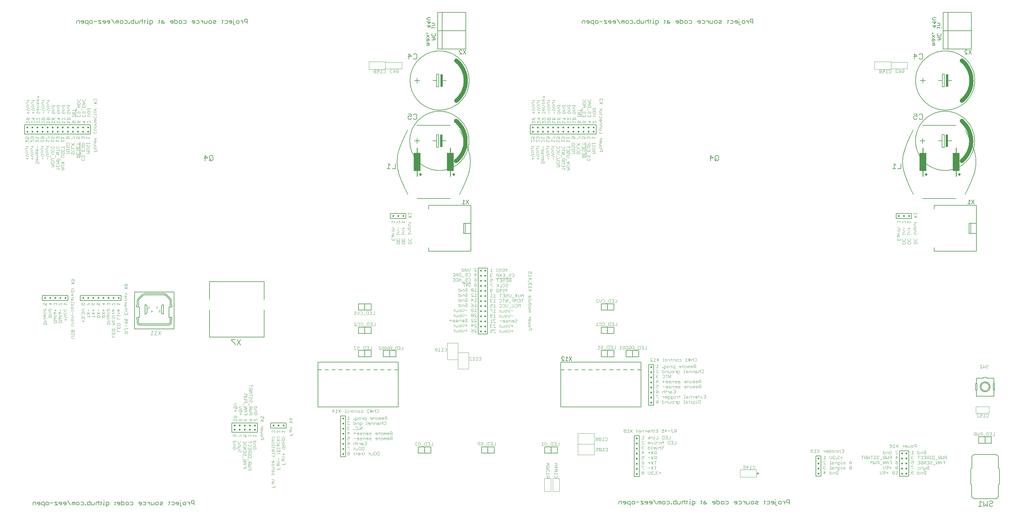
<source format=gbo>
G75*
G70*
%OFA0B0*%
%FSLAX24Y24*%
%IPPOS*%
%LPD*%
%AMOC8*
5,1,8,0,0,1.08239X$1,22.5*
%
%ADD10C,0.0050*%
%ADD11C,0.0040*%
%ADD12C,0.0100*%
%ADD13C,0.0060*%
%ADD14C,0.0070*%
%ADD15C,0.0500*%
%ADD16R,0.0250X0.1500*%
%ADD17R,0.0787X0.2165*%
%ADD18C,0.0138*%
%ADD19C,0.0080*%
%ADD20C,0.0020*%
%ADD21R,0.0079X0.0079*%
D10*
X045410Y015658D02*
X045410Y020058D01*
X045410Y020958D01*
X054910Y020958D01*
X054910Y020058D01*
X054479Y020058D01*
X054085Y020058D02*
X053654Y020058D01*
X053261Y020058D02*
X052830Y020058D01*
X052436Y020058D02*
X052006Y020058D01*
X051612Y020058D02*
X051181Y020058D01*
X050787Y020058D02*
X050357Y020058D01*
X049963Y020058D02*
X049532Y020058D01*
X049138Y020058D02*
X048708Y020058D01*
X048314Y020058D02*
X047883Y020058D01*
X047489Y020058D02*
X047059Y020058D01*
X046665Y020058D02*
X046234Y020058D01*
X045840Y020058D02*
X045410Y020058D01*
X050203Y021601D02*
X050953Y021601D01*
X050953Y022351D01*
X050203Y022351D01*
X050203Y021601D01*
X050953Y021601D02*
X051703Y021601D01*
X051703Y022351D01*
X050953Y022351D01*
X053156Y022351D02*
X053156Y021601D01*
X053906Y021601D01*
X053906Y022351D01*
X053156Y022351D01*
X053906Y022351D02*
X054656Y022351D01*
X054656Y021601D01*
X053906Y021601D01*
X054910Y020058D02*
X054910Y015658D01*
X045410Y015658D01*
X057290Y010934D02*
X057290Y010184D01*
X058040Y010184D01*
X058040Y010934D01*
X057290Y010934D01*
X058040Y010934D02*
X058790Y010934D01*
X058790Y010184D01*
X058040Y010184D01*
X064770Y010184D02*
X065520Y010184D01*
X065520Y010934D01*
X064770Y010934D01*
X064770Y010184D01*
X065520Y010184D02*
X066270Y010184D01*
X066270Y010934D01*
X065520Y010934D01*
X072250Y010934D02*
X072250Y010184D01*
X073000Y010184D01*
X073000Y010934D01*
X072250Y010934D01*
X073000Y010934D02*
X073750Y010934D01*
X073750Y010184D01*
X073000Y010184D01*
X074150Y015658D02*
X074150Y020058D01*
X074150Y020958D01*
X083650Y020958D01*
X083650Y020058D01*
X083219Y020058D01*
X082825Y020058D02*
X082395Y020058D01*
X082001Y020058D02*
X081570Y020058D01*
X081176Y020058D02*
X080746Y020058D01*
X080352Y020058D02*
X079921Y020058D01*
X079527Y020058D02*
X079097Y020058D01*
X078703Y020058D02*
X078272Y020058D01*
X077879Y020058D02*
X077448Y020058D01*
X077054Y020058D02*
X076623Y020058D01*
X076230Y020058D02*
X075799Y020058D01*
X075405Y020058D02*
X074974Y020058D01*
X074581Y020058D02*
X074150Y020058D01*
X074241Y021133D02*
X074541Y021133D01*
X074241Y021433D01*
X074241Y021508D01*
X074316Y021583D01*
X074466Y021583D01*
X074541Y021508D01*
X074852Y021583D02*
X074852Y021133D01*
X075002Y021133D02*
X074702Y021133D01*
X075002Y021433D02*
X074852Y021583D01*
X075162Y021583D02*
X075462Y021133D01*
X075162Y021133D02*
X075462Y021583D01*
X078943Y021601D02*
X079693Y021601D01*
X079693Y022351D01*
X078943Y022351D01*
X078943Y021601D01*
X079693Y021601D02*
X080443Y021601D01*
X080443Y022351D01*
X079693Y022351D01*
X081896Y022351D02*
X081896Y021601D01*
X082646Y021601D01*
X082646Y022351D01*
X081896Y022351D01*
X082646Y022351D02*
X083396Y022351D01*
X083396Y021601D01*
X082646Y021601D01*
X083650Y020058D02*
X083650Y015658D01*
X074150Y015658D01*
X078943Y024357D02*
X079693Y024357D01*
X079693Y025107D01*
X078943Y025107D01*
X078943Y024357D01*
X079693Y024357D02*
X080443Y024357D01*
X080443Y025107D01*
X079693Y025107D01*
X079693Y027113D02*
X078943Y027113D01*
X078943Y027863D01*
X079693Y027863D01*
X079693Y027113D01*
X080443Y027113D01*
X080443Y027863D01*
X079693Y027863D01*
X063509Y034077D02*
X063509Y036203D01*
X063509Y037384D01*
X062840Y037384D01*
X062643Y037384D01*
X062643Y036203D01*
X062840Y036203D01*
X062840Y037384D01*
X063509Y037384D02*
X063509Y039510D01*
X058509Y039510D01*
X058509Y039077D01*
X057147Y040316D02*
X061084Y040316D01*
X062489Y039694D02*
X062789Y039694D01*
X062639Y039694D02*
X062639Y040144D01*
X062789Y039994D01*
X062949Y040144D02*
X063249Y039694D01*
X062949Y039694D02*
X063249Y040144D01*
X063509Y036203D02*
X062840Y036203D01*
X063509Y034077D02*
X058509Y034077D01*
X058509Y034510D01*
X051703Y027863D02*
X050953Y027863D01*
X050953Y027113D01*
X051703Y027113D01*
X051703Y027863D01*
X050953Y027863D02*
X050203Y027863D01*
X050203Y027113D01*
X050953Y027113D01*
X050953Y025107D02*
X050203Y025107D01*
X050203Y024357D01*
X050953Y024357D01*
X050953Y025107D01*
X051703Y025107D01*
X051703Y024357D01*
X050953Y024357D01*
X063170Y046222D02*
X062877Y046985D01*
X062548Y047734D01*
X062186Y048466D01*
X061084Y048978D02*
X057147Y048978D01*
X063170Y046222D02*
X063235Y046032D01*
X063292Y045839D01*
X063340Y045644D01*
X063379Y045447D01*
X063409Y045248D01*
X063430Y045048D01*
X063443Y044848D01*
X063446Y044647D01*
X055061Y043072D02*
X054996Y043262D01*
X054939Y043455D01*
X054891Y043650D01*
X054852Y043847D01*
X054822Y044046D01*
X054801Y044246D01*
X054788Y044446D01*
X054785Y044647D01*
X063170Y043072D02*
X063235Y043262D01*
X063292Y043455D01*
X063340Y043650D01*
X063379Y043847D01*
X063409Y044046D01*
X063430Y044246D01*
X063443Y044446D01*
X063446Y044647D01*
X055061Y046222D02*
X054996Y046032D01*
X054939Y045839D01*
X054891Y045644D01*
X054852Y045447D01*
X054822Y045248D01*
X054801Y045048D01*
X054788Y044848D01*
X054785Y044647D01*
X062186Y040828D02*
X062548Y041560D01*
X062877Y042309D01*
X063170Y043072D01*
X055061Y046222D02*
X055354Y046985D01*
X055683Y047734D01*
X056045Y048466D01*
X055061Y043072D02*
X055354Y042309D01*
X055683Y041560D01*
X056045Y040828D01*
X062152Y057441D02*
X062452Y057441D01*
X062152Y057741D01*
X062152Y057816D01*
X062227Y057891D01*
X062377Y057891D01*
X062452Y057816D01*
X062612Y057891D02*
X062912Y057441D01*
X062612Y057441D02*
X062912Y057891D01*
X062915Y058016D02*
X062915Y060181D01*
X059569Y060181D01*
X059569Y058016D01*
X060131Y058016D01*
X060131Y062347D01*
X059569Y062347D01*
X059569Y060181D01*
X059409Y060553D02*
X059334Y060553D01*
X059184Y060553D02*
X058884Y060553D01*
X058884Y060478D02*
X058884Y060628D01*
X058884Y060785D02*
X059184Y060785D01*
X059184Y061010D01*
X059109Y061085D01*
X058884Y061085D01*
X058734Y061229D02*
X058509Y061004D01*
X058509Y061304D01*
X058434Y061465D02*
X058734Y061465D01*
X058734Y061229D02*
X058284Y061229D01*
X058434Y061465D02*
X058284Y061615D01*
X058434Y061765D01*
X058734Y061765D01*
X060131Y062347D02*
X062915Y062347D01*
X062915Y060181D01*
X062915Y058016D02*
X060131Y058016D01*
X058584Y058472D02*
X058584Y058547D01*
X058509Y058622D01*
X058584Y058697D01*
X058509Y058772D01*
X058284Y058772D01*
X058284Y058622D02*
X058509Y058622D01*
X058584Y058472D02*
X058284Y058472D01*
X058359Y058932D02*
X058434Y059008D01*
X058434Y059233D01*
X058509Y059233D02*
X058284Y059233D01*
X058284Y059008D01*
X058359Y058932D01*
X058584Y059008D02*
X058584Y059158D01*
X058509Y059233D01*
X058584Y059393D02*
X058284Y059693D01*
X058284Y059853D02*
X058284Y059928D01*
X058359Y059928D01*
X058359Y059853D01*
X058284Y059853D01*
X058584Y059693D02*
X058284Y059393D01*
X058884Y059397D02*
X059184Y059397D01*
X059334Y059247D01*
X059184Y059097D01*
X058884Y059097D01*
X059109Y059097D02*
X059109Y059397D01*
X058959Y059557D02*
X058884Y059633D01*
X058884Y059783D01*
X058959Y059858D01*
X059259Y059858D02*
X059334Y059783D01*
X059334Y059633D01*
X059259Y059557D01*
X058959Y059557D01*
X059184Y060478D02*
X059184Y060553D01*
X058734Y060769D02*
X058509Y060544D01*
X058509Y060844D01*
X058284Y060769D02*
X058734Y060769D01*
X122029Y040828D02*
X122391Y041560D01*
X122720Y042309D01*
X123013Y043072D01*
X114903Y043072D02*
X114838Y043262D01*
X114781Y043455D01*
X114733Y043650D01*
X114694Y043847D01*
X114664Y044046D01*
X114643Y044246D01*
X114630Y044446D01*
X114627Y044647D01*
X123013Y046222D02*
X123078Y046032D01*
X123135Y045839D01*
X123183Y045644D01*
X123222Y045447D01*
X123252Y045248D01*
X123273Y045048D01*
X123286Y044848D01*
X123289Y044647D01*
X114903Y046222D02*
X114838Y046032D01*
X114781Y045839D01*
X114733Y045644D01*
X114694Y045447D01*
X114664Y045248D01*
X114643Y045048D01*
X114630Y044848D01*
X114627Y044647D01*
X123013Y043072D02*
X123078Y043262D01*
X123135Y043455D01*
X123183Y043650D01*
X123222Y043847D01*
X123252Y044046D01*
X123273Y044246D01*
X123286Y044446D01*
X123289Y044647D01*
X120926Y048978D02*
X116989Y048978D01*
X114903Y043072D02*
X115196Y042309D01*
X115525Y041560D01*
X115887Y040828D01*
X116989Y040316D02*
X120926Y040316D01*
X122331Y039694D02*
X122632Y039694D01*
X122481Y039694D02*
X122481Y040144D01*
X122632Y039994D01*
X122792Y040144D02*
X123092Y039694D01*
X122792Y039694D02*
X123092Y040144D01*
X123352Y039510D02*
X123352Y037384D01*
X123352Y036203D01*
X122682Y036203D01*
X122485Y036203D01*
X122485Y037384D01*
X122682Y037384D01*
X122682Y036203D01*
X123352Y036203D02*
X123352Y034077D01*
X118352Y034077D01*
X118352Y034510D01*
X122682Y037384D02*
X123352Y037384D01*
X123352Y039510D02*
X118352Y039510D01*
X118352Y039077D01*
X123013Y046222D02*
X122720Y046985D01*
X122391Y047734D01*
X122029Y048466D01*
X115887Y048466D02*
X115525Y047734D01*
X115196Y046985D01*
X114903Y046222D01*
X121994Y057441D02*
X122294Y057441D01*
X121994Y057741D01*
X121994Y057816D01*
X122069Y057891D01*
X122219Y057891D01*
X122294Y057816D01*
X122455Y057891D02*
X122755Y057441D01*
X122455Y057441D02*
X122755Y057891D01*
X122758Y058016D02*
X122758Y060181D01*
X119411Y060181D01*
X119411Y058016D01*
X119974Y058016D01*
X119974Y062347D01*
X119411Y062347D01*
X119411Y060181D01*
X119252Y060553D02*
X119177Y060553D01*
X119027Y060553D02*
X118726Y060553D01*
X118726Y060478D02*
X118726Y060628D01*
X118726Y060785D02*
X119027Y060785D01*
X119027Y061010D01*
X118952Y061085D01*
X118726Y061085D01*
X118577Y061229D02*
X118352Y061004D01*
X118352Y061304D01*
X118277Y061465D02*
X118126Y061615D01*
X118277Y061765D01*
X118577Y061765D01*
X118577Y061465D02*
X118277Y061465D01*
X118126Y061229D02*
X118577Y061229D01*
X118352Y060844D02*
X118352Y060544D01*
X118577Y060769D01*
X118126Y060769D01*
X118126Y059928D02*
X118126Y059853D01*
X118202Y059853D01*
X118202Y059928D01*
X118126Y059928D01*
X118126Y059693D02*
X118427Y059393D01*
X118352Y059233D02*
X118126Y059233D01*
X118126Y059008D01*
X118202Y058932D01*
X118277Y059008D01*
X118277Y059233D01*
X118352Y059233D02*
X118427Y059158D01*
X118427Y059008D01*
X118352Y058772D02*
X118126Y058772D01*
X118126Y058622D02*
X118352Y058622D01*
X118427Y058697D01*
X118352Y058772D01*
X118352Y058622D02*
X118427Y058547D01*
X118427Y058472D01*
X118126Y058472D01*
X118726Y059097D02*
X119027Y059097D01*
X119177Y059247D01*
X119027Y059397D01*
X118726Y059397D01*
X118802Y059557D02*
X118726Y059633D01*
X118726Y059783D01*
X118802Y059858D01*
X119102Y059858D02*
X119177Y059783D01*
X119177Y059633D01*
X119102Y059557D01*
X118802Y059557D01*
X118952Y059397D02*
X118952Y059097D01*
X118427Y059693D02*
X118126Y059393D01*
X119027Y060478D02*
X119027Y060553D01*
X119974Y062347D02*
X122758Y062347D01*
X122758Y060181D01*
X122758Y058016D02*
X119974Y058016D01*
X124181Y019159D02*
X124575Y019159D01*
X124575Y019061D01*
X125416Y019061D01*
X125416Y018433D01*
X125494Y018433D01*
X125494Y017645D01*
X125416Y017645D01*
X125416Y016917D01*
X123341Y016917D01*
X123341Y017645D01*
X123262Y017645D01*
X123262Y018433D01*
X123341Y018433D01*
X123341Y019061D01*
X124181Y019061D01*
X124181Y019159D01*
X123420Y018433D02*
X123341Y018433D01*
X123420Y018433D02*
X123420Y017645D01*
X123341Y017645D01*
X123906Y018039D02*
X123908Y018082D01*
X123914Y018124D01*
X123924Y018166D01*
X123937Y018207D01*
X123954Y018247D01*
X123975Y018284D01*
X123999Y018320D01*
X124026Y018353D01*
X124056Y018384D01*
X124089Y018412D01*
X124124Y018437D01*
X124161Y018458D01*
X124200Y018476D01*
X124240Y018490D01*
X124282Y018501D01*
X124324Y018508D01*
X124367Y018511D01*
X124410Y018510D01*
X124453Y018505D01*
X124495Y018496D01*
X124536Y018484D01*
X124576Y018468D01*
X124614Y018448D01*
X124650Y018425D01*
X124684Y018398D01*
X124716Y018369D01*
X124744Y018337D01*
X124770Y018302D01*
X124792Y018266D01*
X124811Y018227D01*
X124826Y018187D01*
X124838Y018146D01*
X124846Y018103D01*
X124850Y018060D01*
X124850Y018018D01*
X124846Y017975D01*
X124838Y017932D01*
X124826Y017891D01*
X124811Y017851D01*
X124792Y017812D01*
X124770Y017776D01*
X124744Y017741D01*
X124716Y017709D01*
X124684Y017680D01*
X124650Y017653D01*
X124614Y017630D01*
X124576Y017610D01*
X124536Y017594D01*
X124495Y017582D01*
X124453Y017573D01*
X124410Y017568D01*
X124367Y017567D01*
X124324Y017570D01*
X124282Y017577D01*
X124240Y017588D01*
X124200Y017602D01*
X124161Y017620D01*
X124124Y017641D01*
X124089Y017666D01*
X124056Y017694D01*
X124026Y017725D01*
X123999Y017758D01*
X123975Y017794D01*
X123954Y017831D01*
X123937Y017871D01*
X123924Y017912D01*
X123914Y017954D01*
X123908Y017996D01*
X123906Y018039D01*
X123787Y018039D02*
X123789Y018087D01*
X123795Y018135D01*
X123805Y018182D01*
X123818Y018228D01*
X123836Y018273D01*
X123856Y018317D01*
X123881Y018359D01*
X123909Y018398D01*
X123939Y018435D01*
X123973Y018469D01*
X124010Y018501D01*
X124048Y018530D01*
X124089Y018555D01*
X124132Y018577D01*
X124177Y018595D01*
X124223Y018609D01*
X124270Y018620D01*
X124318Y018627D01*
X124366Y018630D01*
X124414Y018629D01*
X124462Y018624D01*
X124510Y018615D01*
X124556Y018603D01*
X124601Y018586D01*
X124645Y018566D01*
X124687Y018543D01*
X124727Y018516D01*
X124765Y018486D01*
X124800Y018453D01*
X124832Y018417D01*
X124862Y018379D01*
X124888Y018338D01*
X124910Y018295D01*
X124930Y018251D01*
X124945Y018206D01*
X124957Y018159D01*
X124965Y018111D01*
X124969Y018063D01*
X124969Y018015D01*
X124965Y017967D01*
X124957Y017919D01*
X124945Y017872D01*
X124930Y017827D01*
X124910Y017783D01*
X124888Y017740D01*
X124862Y017699D01*
X124832Y017661D01*
X124800Y017625D01*
X124765Y017592D01*
X124727Y017562D01*
X124687Y017535D01*
X124645Y017512D01*
X124601Y017492D01*
X124556Y017475D01*
X124510Y017463D01*
X124462Y017454D01*
X124414Y017449D01*
X124366Y017448D01*
X124318Y017451D01*
X124270Y017458D01*
X124223Y017469D01*
X124177Y017483D01*
X124132Y017501D01*
X124089Y017523D01*
X124048Y017548D01*
X124010Y017577D01*
X123973Y017609D01*
X123939Y017643D01*
X123909Y017680D01*
X123881Y017719D01*
X123856Y017761D01*
X123836Y017805D01*
X123818Y017850D01*
X123805Y017896D01*
X123795Y017943D01*
X123789Y017991D01*
X123787Y018039D01*
X125337Y018433D02*
X125416Y018433D01*
X125337Y018433D02*
X125337Y017645D01*
X125416Y017645D01*
X125128Y012115D02*
X124378Y012115D01*
X124378Y011365D01*
X125128Y011365D01*
X125128Y012115D01*
X124378Y012115D02*
X123628Y012115D01*
X123628Y011365D01*
X124378Y011365D01*
X097615Y007797D02*
X097365Y007797D01*
X097490Y007922D02*
X097490Y007672D01*
D11*
X097040Y008326D02*
X096920Y008326D01*
X096860Y008386D01*
X096732Y008326D02*
X096492Y008326D01*
X096612Y008326D02*
X096612Y008686D01*
X096732Y008566D01*
X096860Y008626D02*
X096920Y008686D01*
X097040Y008686D01*
X097100Y008626D01*
X097100Y008386D01*
X097040Y008326D01*
X096364Y008506D02*
X096124Y008506D01*
X095995Y008506D02*
X095875Y008566D01*
X095815Y008566D01*
X095755Y008506D01*
X095755Y008386D01*
X095815Y008326D01*
X095935Y008326D01*
X095995Y008386D01*
X095995Y008506D02*
X095995Y008686D01*
X095755Y008686D01*
X096184Y008686D02*
X096364Y008506D01*
X096184Y008326D02*
X096184Y008686D01*
X103758Y010327D02*
X103758Y010567D01*
X103819Y010627D01*
X103939Y010627D01*
X103999Y010567D01*
X103999Y010507D01*
X103939Y010447D01*
X103758Y010447D01*
X103758Y010327D02*
X103819Y010267D01*
X103939Y010267D01*
X103999Y010327D01*
X104127Y010267D02*
X104367Y010267D01*
X104247Y010267D02*
X104247Y010627D01*
X104367Y010507D01*
X104495Y010627D02*
X104735Y010267D01*
X104495Y010267D02*
X104735Y010627D01*
X105230Y010507D02*
X105290Y010507D01*
X105411Y010387D01*
X105411Y010267D02*
X105411Y010507D01*
X105539Y010447D02*
X105539Y010387D01*
X105779Y010387D01*
X105779Y010327D02*
X105779Y010447D01*
X105719Y010507D01*
X105599Y010507D01*
X105539Y010447D01*
X105599Y010267D02*
X105719Y010267D01*
X105779Y010327D01*
X105907Y010267D02*
X106087Y010267D01*
X106147Y010327D01*
X106147Y010447D01*
X106087Y010507D01*
X105907Y010507D01*
X105907Y010627D02*
X105907Y010267D01*
X106275Y010327D02*
X106275Y010447D01*
X106335Y010507D01*
X106455Y010507D01*
X106515Y010447D01*
X106515Y010327D01*
X106455Y010267D01*
X106335Y010267D01*
X106275Y010327D01*
X106644Y010267D02*
X106824Y010267D01*
X106884Y010327D01*
X106884Y010447D01*
X106824Y010507D01*
X106644Y010507D01*
X107012Y010447D02*
X107012Y010267D01*
X107012Y010447D02*
X107072Y010507D01*
X107252Y010507D01*
X107252Y010267D01*
X107380Y010267D02*
X107620Y010267D01*
X107620Y010627D01*
X107380Y010627D01*
X107500Y010447D02*
X107620Y010447D01*
X107394Y009792D02*
X107394Y009552D01*
X107514Y009672D02*
X107274Y009672D01*
X107146Y009552D02*
X107086Y009492D01*
X106966Y009492D01*
X106906Y009552D01*
X106906Y009612D01*
X106966Y009672D01*
X107026Y009672D01*
X106966Y009672D02*
X106906Y009732D01*
X106906Y009792D01*
X106966Y009852D01*
X107086Y009852D01*
X107146Y009792D01*
X106778Y009552D02*
X106718Y009552D01*
X106718Y009492D01*
X106778Y009492D01*
X106778Y009552D01*
X106594Y009552D02*
X106534Y009492D01*
X106414Y009492D01*
X106353Y009552D01*
X106353Y009612D01*
X106414Y009672D01*
X106474Y009672D01*
X106414Y009672D02*
X106353Y009732D01*
X106353Y009792D01*
X106414Y009852D01*
X106534Y009852D01*
X106594Y009792D01*
X106225Y009852D02*
X106225Y009612D01*
X106105Y009492D01*
X105985Y009612D01*
X105985Y009852D01*
X105489Y009732D02*
X105369Y009852D01*
X105369Y009492D01*
X105489Y009492D02*
X105249Y009492D01*
X105309Y009252D02*
X105429Y009252D01*
X105489Y009192D01*
X105309Y009252D02*
X105249Y009192D01*
X105249Y009132D01*
X105489Y008892D01*
X105249Y008892D01*
X105309Y008652D02*
X105249Y008592D01*
X105249Y008532D01*
X105309Y008472D01*
X105249Y008412D01*
X105249Y008352D01*
X105309Y008292D01*
X105429Y008292D01*
X105489Y008352D01*
X105369Y008472D02*
X105309Y008472D01*
X105309Y008652D02*
X105429Y008652D01*
X105489Y008592D01*
X106043Y008652D02*
X106043Y008292D01*
X106103Y008292D02*
X105982Y008292D01*
X105985Y008052D02*
X105985Y007692D01*
X106165Y007692D01*
X106225Y007752D01*
X106225Y007872D01*
X106165Y007932D01*
X105985Y007932D01*
X106353Y007872D02*
X106353Y007692D01*
X106353Y007872D02*
X106414Y007932D01*
X106594Y007932D01*
X106594Y007692D01*
X106722Y007752D02*
X106722Y007872D01*
X106842Y007872D01*
X106962Y007752D02*
X106902Y007692D01*
X106782Y007692D01*
X106722Y007752D01*
X106962Y007752D02*
X106962Y007992D01*
X106902Y008052D01*
X106782Y008052D01*
X106722Y007992D01*
X106839Y008292D02*
X106839Y008532D01*
X106659Y008532D01*
X106599Y008472D01*
X106599Y008292D01*
X106471Y008352D02*
X106411Y008412D01*
X106231Y008412D01*
X106231Y008472D02*
X106231Y008292D01*
X106411Y008292D01*
X106471Y008352D01*
X106411Y008532D02*
X106291Y008532D01*
X106231Y008472D01*
X106103Y008652D02*
X106043Y008652D01*
X106043Y008892D02*
X106043Y009252D01*
X106103Y009252D01*
X106231Y009072D02*
X106231Y008892D01*
X106411Y008892D01*
X106471Y008952D01*
X106411Y009012D01*
X106231Y009012D01*
X106231Y009072D02*
X106291Y009132D01*
X106411Y009132D01*
X106599Y009072D02*
X106599Y008892D01*
X106599Y009072D02*
X106659Y009132D01*
X106839Y009132D01*
X106839Y008892D01*
X106967Y008892D02*
X107147Y008892D01*
X107208Y008952D01*
X107208Y009072D01*
X107147Y009132D01*
X106967Y009132D01*
X106967Y008832D01*
X107027Y008772D01*
X107087Y008772D01*
X107147Y008532D02*
X107208Y008472D01*
X107208Y008352D01*
X107147Y008292D01*
X106967Y008292D01*
X106967Y008232D02*
X106967Y008532D01*
X107147Y008532D01*
X107393Y008532D02*
X107393Y008292D01*
X107453Y008292D02*
X107333Y008292D01*
X107393Y008532D02*
X107453Y008532D01*
X107581Y008532D02*
X107761Y008532D01*
X107821Y008472D01*
X107761Y008412D01*
X107641Y008412D01*
X107581Y008352D01*
X107641Y008292D01*
X107821Y008292D01*
X108318Y008352D02*
X108378Y008292D01*
X108558Y008292D01*
X108558Y008652D01*
X108378Y008652D01*
X108318Y008592D01*
X108318Y008532D01*
X108378Y008472D01*
X108558Y008472D01*
X108378Y008472D02*
X108318Y008412D01*
X108318Y008352D01*
X108318Y008892D02*
X108318Y009132D01*
X108438Y009252D01*
X108558Y009132D01*
X108558Y008892D01*
X108558Y009072D02*
X108318Y009072D01*
X107821Y009072D02*
X107761Y009132D01*
X107581Y009132D01*
X107453Y009132D02*
X107393Y009132D01*
X107393Y008892D01*
X107453Y008892D02*
X107333Y008892D01*
X107393Y008712D02*
X107393Y008652D01*
X107641Y008892D02*
X107581Y008952D01*
X107641Y009012D01*
X107761Y009012D01*
X107821Y009072D01*
X107821Y008892D02*
X107641Y008892D01*
X107393Y009252D02*
X107393Y009312D01*
X106967Y008232D02*
X107027Y008172D01*
X107087Y008172D01*
X106103Y008892D02*
X105982Y008892D01*
X105309Y008052D02*
X105489Y007872D01*
X105249Y007872D01*
X105309Y007692D02*
X105309Y008052D01*
X109849Y009492D02*
X109849Y009852D01*
X109969Y009852D02*
X109729Y009852D01*
X110097Y009792D02*
X110097Y009672D01*
X110157Y009612D01*
X110337Y009612D01*
X110217Y009612D02*
X110097Y009492D01*
X110337Y009492D02*
X110337Y009852D01*
X110157Y009852D01*
X110097Y009792D01*
X110465Y009732D02*
X110465Y009492D01*
X110465Y009672D02*
X110706Y009672D01*
X110706Y009732D02*
X110585Y009852D01*
X110465Y009732D01*
X110706Y009732D02*
X110706Y009492D01*
X110954Y009492D02*
X110954Y009852D01*
X111074Y009852D02*
X110834Y009852D01*
X111202Y009792D02*
X111262Y009852D01*
X111382Y009852D01*
X111442Y009792D01*
X111442Y009732D01*
X111382Y009672D01*
X111262Y009672D01*
X111202Y009612D01*
X111202Y009552D01*
X111262Y009492D01*
X111382Y009492D01*
X111442Y009552D01*
X111570Y009552D02*
X111630Y009492D01*
X111750Y009492D01*
X111811Y009552D01*
X111750Y009672D02*
X111630Y009672D01*
X111570Y009612D01*
X111570Y009552D01*
X111750Y009672D02*
X111811Y009732D01*
X111811Y009792D01*
X111750Y009852D01*
X111630Y009852D01*
X111570Y009792D01*
X111939Y009432D02*
X112179Y009432D01*
X112307Y009492D02*
X112427Y009612D01*
X112367Y009612D02*
X112547Y009612D01*
X112547Y009492D02*
X112547Y009852D01*
X112367Y009852D01*
X112307Y009792D01*
X112307Y009672D01*
X112367Y009612D01*
X112675Y009492D02*
X112675Y009852D01*
X112675Y010092D02*
X112675Y010272D01*
X112735Y010332D01*
X112915Y010332D01*
X112915Y010092D01*
X113044Y010152D02*
X113044Y010272D01*
X113164Y010272D01*
X113284Y010152D02*
X113224Y010092D01*
X113104Y010092D01*
X113044Y010152D01*
X113284Y010152D02*
X113284Y010392D01*
X113224Y010452D01*
X113104Y010452D01*
X113044Y010392D01*
X113155Y010867D02*
X113095Y010927D01*
X113095Y010987D01*
X113155Y011047D01*
X113335Y011047D01*
X113335Y010927D01*
X113275Y010867D01*
X113155Y010867D01*
X113335Y011047D02*
X113215Y011167D01*
X113095Y011227D01*
X113584Y011227D02*
X113584Y010867D01*
X113704Y010867D02*
X113463Y010867D01*
X113704Y011107D02*
X113584Y011227D01*
X113832Y011227D02*
X114072Y010867D01*
X113832Y010867D02*
X114072Y011227D01*
X114567Y011107D02*
X114627Y011107D01*
X114747Y010987D01*
X114747Y010867D02*
X114747Y011107D01*
X114875Y011047D02*
X114875Y010987D01*
X115115Y010987D01*
X115115Y010927D02*
X115115Y011047D01*
X115055Y011107D01*
X114935Y011107D01*
X114875Y011047D01*
X114935Y010867D02*
X115055Y010867D01*
X115115Y010927D01*
X115244Y010927D02*
X115244Y011107D01*
X115244Y010927D02*
X115304Y010867D01*
X115364Y010927D01*
X115424Y010867D01*
X115484Y010927D01*
X115484Y011107D01*
X115612Y011047D02*
X115672Y011107D01*
X115792Y011107D01*
X115852Y011047D01*
X115852Y010927D01*
X115792Y010867D01*
X115672Y010867D01*
X115612Y010927D01*
X115612Y011047D01*
X115980Y011047D02*
X116040Y010987D01*
X116220Y010987D01*
X116220Y010867D02*
X116220Y011227D01*
X116040Y011227D01*
X115980Y011167D01*
X115980Y011047D01*
X115769Y010452D02*
X115769Y010092D01*
X115889Y010092D02*
X115649Y010092D01*
X115709Y009852D02*
X115649Y009792D01*
X115649Y009732D01*
X115709Y009672D01*
X115649Y009612D01*
X115649Y009552D01*
X115709Y009492D01*
X115829Y009492D01*
X115889Y009552D01*
X115769Y009672D02*
X115709Y009672D01*
X115709Y009852D02*
X115829Y009852D01*
X115889Y009792D01*
X116385Y009852D02*
X116625Y009852D01*
X116505Y009852D02*
X116505Y009492D01*
X116753Y009552D02*
X116814Y009492D01*
X116934Y009492D01*
X116994Y009552D01*
X116994Y009792D01*
X116934Y009852D01*
X116814Y009852D01*
X116753Y009792D01*
X116753Y010092D02*
X116753Y010272D01*
X116814Y010332D01*
X116994Y010332D01*
X116994Y010092D01*
X117122Y010152D02*
X117122Y010272D01*
X117242Y010272D01*
X117362Y010152D02*
X117302Y010092D01*
X117182Y010092D01*
X117122Y010152D01*
X117362Y010152D02*
X117362Y010392D01*
X117302Y010452D01*
X117182Y010452D01*
X117122Y010392D01*
X116625Y010272D02*
X116565Y010332D01*
X116385Y010332D01*
X116385Y010452D02*
X116385Y010092D01*
X116565Y010092D01*
X116625Y010152D01*
X116625Y010272D01*
X117122Y009852D02*
X117362Y009852D01*
X117362Y009492D01*
X117122Y009492D01*
X117242Y009672D02*
X117362Y009672D01*
X117490Y009672D02*
X117550Y009612D01*
X117730Y009612D01*
X117610Y009612D02*
X117490Y009492D01*
X117490Y009672D02*
X117490Y009792D01*
X117550Y009852D01*
X117730Y009852D01*
X117730Y009492D01*
X117856Y009492D02*
X117976Y009492D01*
X117916Y009492D02*
X117916Y009852D01*
X117976Y009852D02*
X117856Y009852D01*
X118104Y009792D02*
X118164Y009852D01*
X118344Y009852D01*
X118344Y009492D01*
X118164Y009492D01*
X118104Y009552D01*
X118104Y009792D01*
X118472Y009432D02*
X118712Y009432D01*
X118841Y009492D02*
X118961Y009612D01*
X118901Y009612D02*
X119081Y009612D01*
X119081Y009492D02*
X119081Y009852D01*
X118901Y009852D01*
X118841Y009792D01*
X118841Y009672D01*
X118901Y009612D01*
X119209Y009492D02*
X119209Y009852D01*
X119449Y009852D02*
X119449Y009492D01*
X119329Y009612D01*
X119209Y009492D01*
X119332Y009252D02*
X119572Y009252D01*
X119572Y008892D01*
X119572Y009072D02*
X119452Y009072D01*
X119204Y009072D02*
X118963Y009072D01*
X118963Y009132D02*
X118963Y008892D01*
X118835Y008892D02*
X118835Y009252D01*
X118595Y008892D01*
X118595Y009252D01*
X118963Y009132D02*
X119083Y009252D01*
X119204Y009132D01*
X119204Y008892D01*
X118467Y008832D02*
X118227Y008832D01*
X118099Y008952D02*
X118039Y008892D01*
X117918Y008892D01*
X117858Y008952D01*
X117858Y009012D01*
X117918Y009072D01*
X118039Y009072D01*
X118099Y009132D01*
X118099Y009192D01*
X118039Y009252D01*
X117918Y009252D01*
X117858Y009192D01*
X117730Y009252D02*
X117730Y008892D01*
X117490Y008892D01*
X117362Y008892D02*
X117362Y009252D01*
X117122Y008892D01*
X117122Y009252D01*
X116994Y009192D02*
X116994Y009132D01*
X116934Y009072D01*
X116814Y009072D01*
X116753Y009012D01*
X116753Y008952D01*
X116814Y008892D01*
X116934Y008892D01*
X116994Y008952D01*
X116994Y009192D02*
X116934Y009252D01*
X116814Y009252D01*
X116753Y009192D01*
X116625Y009252D02*
X116625Y008892D01*
X116385Y008892D01*
X116505Y009072D02*
X116625Y009072D01*
X116625Y009252D02*
X116385Y009252D01*
X115889Y009252D02*
X115889Y009072D01*
X115769Y009132D01*
X115709Y009132D01*
X115649Y009072D01*
X115649Y008952D01*
X115709Y008892D01*
X115829Y008892D01*
X115889Y008952D01*
X115889Y008652D02*
X115649Y008652D01*
X115649Y008592D01*
X115889Y008352D01*
X115889Y008292D01*
X115829Y008052D02*
X115889Y007992D01*
X115889Y007932D01*
X115829Y007872D01*
X115649Y007872D01*
X115649Y007752D02*
X115649Y007992D01*
X115709Y008052D01*
X115829Y008052D01*
X115889Y007752D02*
X115829Y007692D01*
X115709Y007692D01*
X115649Y007752D01*
X116385Y007692D02*
X116565Y007692D01*
X116625Y007752D01*
X116625Y007872D01*
X116565Y007932D01*
X116385Y007932D01*
X116385Y008052D02*
X116385Y007692D01*
X116753Y007692D02*
X116753Y007872D01*
X116814Y007932D01*
X116994Y007932D01*
X116994Y007692D01*
X117122Y007752D02*
X117122Y007872D01*
X117242Y007872D01*
X117362Y007752D02*
X117302Y007692D01*
X117182Y007692D01*
X117122Y007752D01*
X117362Y007752D02*
X117362Y007992D01*
X117302Y008052D01*
X117182Y008052D01*
X117122Y007992D01*
X117182Y008172D02*
X117242Y008172D01*
X117182Y008172D02*
X117122Y008232D01*
X117122Y008532D01*
X116994Y008532D02*
X116814Y008532D01*
X116753Y008472D01*
X116753Y008292D01*
X116625Y008352D02*
X116565Y008292D01*
X116385Y008292D01*
X116385Y008532D02*
X116565Y008532D01*
X116625Y008472D01*
X116625Y008352D01*
X116994Y008292D02*
X116994Y008532D01*
X117122Y008292D02*
X117302Y008292D01*
X117362Y008352D01*
X117362Y008532D01*
X117490Y008592D02*
X117550Y008652D01*
X117670Y008652D01*
X117730Y008592D01*
X117730Y008532D01*
X117670Y008472D01*
X117550Y008472D01*
X117490Y008412D01*
X117490Y008352D01*
X117550Y008292D01*
X117670Y008292D01*
X117730Y008352D01*
X117730Y009072D02*
X117610Y009072D01*
X117490Y009252D02*
X117730Y009252D01*
X115889Y009252D02*
X115649Y009252D01*
X115889Y010332D02*
X115769Y010452D01*
X114020Y010392D02*
X113960Y010452D01*
X113840Y010452D01*
X113780Y010392D01*
X113780Y010332D01*
X114020Y010092D01*
X113780Y010092D01*
X113840Y009852D02*
X114020Y009672D01*
X113780Y009672D01*
X113840Y009492D02*
X113840Y009852D01*
X113284Y009852D02*
X113104Y009852D01*
X113044Y009792D01*
X113044Y009672D01*
X113104Y009612D01*
X113284Y009612D01*
X113284Y009492D02*
X113284Y009852D01*
X112915Y009852D02*
X112915Y009492D01*
X112795Y009612D01*
X112675Y009492D01*
X112795Y009252D02*
X112675Y009132D01*
X112675Y008892D01*
X112547Y008892D02*
X112547Y009252D01*
X112307Y008892D01*
X112307Y009252D01*
X112675Y009072D02*
X112915Y009072D01*
X112915Y009132D02*
X112795Y009252D01*
X112915Y009132D02*
X112915Y008892D01*
X112915Y008652D02*
X112675Y008652D01*
X112547Y008652D02*
X112547Y008412D01*
X112427Y008292D01*
X112307Y008412D01*
X112307Y008652D01*
X112179Y008832D02*
X111939Y008832D01*
X111811Y008892D02*
X111811Y009252D01*
X111630Y009252D01*
X111570Y009192D01*
X111570Y009072D01*
X111630Y009012D01*
X111811Y009012D01*
X111442Y008892D02*
X111322Y009012D01*
X111202Y008892D01*
X111202Y009252D01*
X111074Y009252D02*
X110954Y009132D01*
X110834Y009252D01*
X110834Y008892D01*
X111074Y008892D02*
X111074Y009252D01*
X111442Y009252D02*
X111442Y008892D01*
X112675Y008472D02*
X112675Y008352D01*
X112735Y008292D01*
X112855Y008292D01*
X112915Y008352D01*
X112915Y008472D02*
X112795Y008532D01*
X112735Y008532D01*
X112675Y008472D01*
X112915Y008472D02*
X112915Y008652D01*
X113044Y008472D02*
X113284Y008472D01*
X113164Y008592D02*
X113164Y008352D01*
X113472Y008052D02*
X113412Y007992D01*
X113652Y007752D01*
X113592Y007692D01*
X113472Y007692D01*
X113412Y007752D01*
X113412Y007992D01*
X113472Y008052D02*
X113592Y008052D01*
X113652Y007992D01*
X113652Y007752D01*
X113780Y007692D02*
X114020Y007692D01*
X113900Y007692D02*
X113900Y008052D01*
X114020Y007932D01*
X113960Y008292D02*
X114020Y008352D01*
X114020Y008412D01*
X113960Y008472D01*
X113840Y008472D01*
X113780Y008412D01*
X113780Y008352D01*
X113840Y008292D01*
X113960Y008292D01*
X113960Y008472D02*
X114020Y008532D01*
X114020Y008592D01*
X113960Y008652D01*
X113840Y008652D01*
X113780Y008592D01*
X113780Y008532D01*
X113840Y008472D01*
X113840Y008892D02*
X113780Y008952D01*
X113780Y009012D01*
X113840Y009072D01*
X114020Y009072D01*
X114020Y008952D01*
X113960Y008892D01*
X113840Y008892D01*
X114020Y009072D02*
X113900Y009192D01*
X113780Y009252D01*
X113284Y009252D02*
X113044Y009252D01*
X113164Y009072D02*
X113284Y009072D01*
X113284Y008892D02*
X113284Y009252D01*
X112487Y010092D02*
X112547Y010152D01*
X112547Y010272D01*
X112487Y010332D01*
X112307Y010332D01*
X112307Y010452D02*
X112307Y010092D01*
X112487Y010092D01*
X112547Y008052D02*
X112547Y007872D01*
X112427Y007932D01*
X112367Y007932D01*
X112307Y007872D01*
X112307Y007752D01*
X112367Y007692D01*
X112487Y007692D01*
X112547Y007752D01*
X112675Y007872D02*
X112915Y007872D01*
X112795Y007992D02*
X112795Y007752D01*
X112547Y008052D02*
X112307Y008052D01*
X112179Y008052D02*
X112179Y007812D01*
X112059Y007692D01*
X111939Y007812D01*
X111939Y008052D01*
X119577Y009672D02*
X119637Y009612D01*
X119817Y009612D01*
X119817Y009492D02*
X119817Y009852D01*
X119637Y009852D01*
X119577Y009792D01*
X119577Y009672D01*
X123047Y012269D02*
X123167Y012389D01*
X123107Y012389D02*
X123287Y012389D01*
X123287Y012269D02*
X123287Y012630D01*
X123107Y012630D01*
X123047Y012569D01*
X123047Y012449D01*
X123107Y012389D01*
X123415Y012269D02*
X123415Y012630D01*
X123656Y012630D02*
X123656Y012269D01*
X123536Y012389D01*
X123415Y012269D01*
X123784Y012449D02*
X123784Y012569D01*
X123844Y012630D01*
X124024Y012630D01*
X124024Y012269D01*
X124024Y012389D02*
X123844Y012389D01*
X123784Y012449D01*
X124152Y012209D02*
X124392Y012209D01*
X124520Y012329D02*
X124520Y012569D01*
X124580Y012630D01*
X124761Y012630D01*
X124761Y012269D01*
X124580Y012269D01*
X124520Y012329D01*
X124889Y012269D02*
X125129Y012269D01*
X125129Y012630D01*
X124889Y012630D01*
X125009Y012449D02*
X125129Y012449D01*
X125257Y012269D02*
X125497Y012269D01*
X125497Y012630D01*
X124685Y014467D02*
X124565Y014467D01*
X124505Y014527D01*
X124377Y014467D02*
X124137Y014467D01*
X124257Y014467D02*
X124257Y014827D01*
X124377Y014707D01*
X124505Y014767D02*
X124565Y014827D01*
X124685Y014827D01*
X124745Y014767D01*
X124745Y014527D01*
X124685Y014467D01*
X124009Y014527D02*
X123949Y014467D01*
X123829Y014467D01*
X123769Y014527D01*
X123769Y014647D01*
X123829Y014707D01*
X123889Y014707D01*
X124009Y014647D01*
X124009Y014827D01*
X123769Y014827D01*
X123640Y014767D02*
X123580Y014827D01*
X123460Y014827D01*
X123400Y014767D01*
X123400Y014707D01*
X123640Y014467D01*
X123400Y014467D01*
X123771Y020273D02*
X124011Y020273D01*
X123771Y020513D01*
X123771Y020573D01*
X123831Y020633D01*
X123951Y020633D01*
X124011Y020573D01*
X124139Y020633D02*
X124139Y020273D01*
X124259Y020393D01*
X124379Y020273D01*
X124379Y020633D01*
X124508Y020573D02*
X124568Y020633D01*
X124688Y020633D01*
X124748Y020573D01*
X124748Y020513D01*
X124688Y020453D01*
X124568Y020453D01*
X124508Y020393D01*
X124508Y020333D01*
X124568Y020273D01*
X124688Y020273D01*
X124748Y020333D01*
X116313Y034992D02*
X116313Y035172D01*
X116253Y035232D01*
X116013Y035232D01*
X115953Y035172D01*
X115953Y034992D01*
X116313Y034992D01*
X116253Y035360D02*
X116013Y035360D01*
X115953Y035420D01*
X115953Y035541D01*
X116013Y035601D01*
X116253Y035601D02*
X116313Y035541D01*
X116313Y035420D01*
X116253Y035360D01*
X115538Y035397D02*
X115478Y035337D01*
X115238Y035337D01*
X115178Y035397D01*
X115178Y035517D01*
X115238Y035577D01*
X115478Y035577D02*
X115538Y035517D01*
X115538Y035397D01*
X115478Y035209D02*
X115538Y035148D01*
X115538Y034968D01*
X115178Y034968D01*
X115178Y035148D01*
X115238Y035209D01*
X115478Y035209D01*
X114938Y035148D02*
X114878Y035209D01*
X114638Y035209D01*
X114578Y035148D01*
X114578Y034968D01*
X114938Y034968D01*
X114938Y035148D01*
X114878Y035337D02*
X114638Y035337D01*
X114578Y035397D01*
X114578Y035517D01*
X114638Y035577D01*
X114878Y035577D02*
X114938Y035517D01*
X114938Y035397D01*
X114878Y035337D01*
X114338Y035398D02*
X113978Y035398D01*
X113978Y035638D01*
X114038Y035766D02*
X114098Y035826D01*
X114098Y036007D01*
X114158Y036007D02*
X113978Y036007D01*
X113978Y035826D01*
X114038Y035766D01*
X114218Y035826D02*
X114218Y035946D01*
X114158Y036007D01*
X114098Y036135D02*
X114218Y036255D01*
X114218Y036315D01*
X114218Y036442D02*
X114218Y036562D01*
X114278Y036502D02*
X114038Y036502D01*
X113978Y036562D01*
X113978Y036687D02*
X114338Y036687D01*
X114218Y036747D02*
X114218Y036867D01*
X114158Y036927D01*
X113978Y036927D01*
X114158Y036687D02*
X114218Y036747D01*
X114578Y036559D02*
X114758Y036559D01*
X114818Y036499D01*
X114818Y036319D01*
X114578Y036319D01*
X114578Y036193D02*
X114578Y036073D01*
X114578Y036133D02*
X114818Y036133D01*
X114818Y036073D01*
X114938Y036133D02*
X114998Y036133D01*
X115178Y036133D02*
X115418Y036133D01*
X115418Y036073D01*
X115538Y036133D02*
X115598Y036133D01*
X115418Y036319D02*
X115418Y036499D01*
X115358Y036559D01*
X115178Y036559D01*
X115358Y036687D02*
X115358Y036927D01*
X115478Y036807D02*
X115238Y036807D01*
X115178Y036319D02*
X115418Y036319D01*
X115178Y036193D02*
X115178Y036073D01*
X114758Y036687D02*
X114758Y036927D01*
X114878Y037424D02*
X114938Y037484D01*
X114938Y037604D01*
X114878Y037664D01*
X114818Y037664D01*
X114578Y037424D01*
X114578Y037664D01*
X114338Y037604D02*
X114278Y037664D01*
X114218Y037664D01*
X114158Y037604D01*
X114098Y037664D01*
X114038Y037664D01*
X113978Y037604D01*
X113978Y037484D01*
X114038Y037424D01*
X114158Y037544D02*
X114158Y037604D01*
X114338Y037604D02*
X114338Y037484D01*
X114278Y037424D01*
X115178Y037424D02*
X115178Y037664D01*
X115178Y037544D02*
X115538Y037544D01*
X115418Y037424D01*
X115953Y037319D02*
X116193Y037319D01*
X116193Y037447D02*
X116193Y037568D01*
X116253Y037508D02*
X116013Y037508D01*
X115953Y037568D01*
X115953Y037319D02*
X115953Y037139D01*
X116013Y037079D01*
X116193Y037079D01*
X116133Y036951D02*
X116013Y036951D01*
X115953Y036891D01*
X115953Y036711D01*
X115833Y036711D02*
X116193Y036711D01*
X116193Y036891D01*
X116133Y036951D01*
X116133Y036583D02*
X115953Y036583D01*
X116133Y036583D02*
X116193Y036523D01*
X116193Y036343D01*
X115953Y036343D01*
X115953Y036217D02*
X115953Y036097D01*
X115953Y036157D02*
X116193Y036157D01*
X116193Y036097D01*
X116313Y036157D02*
X116373Y036157D01*
X114338Y035638D02*
X114338Y035398D01*
X114158Y035398D02*
X114158Y035518D01*
X114218Y036135D02*
X113978Y036135D01*
X115953Y038061D02*
X116313Y038302D01*
X116193Y038430D02*
X116313Y038550D01*
X115953Y038550D01*
X115953Y038430D02*
X115953Y038670D01*
X115953Y038302D02*
X116313Y038061D01*
X084275Y022844D02*
X084275Y022484D01*
X084034Y022484D01*
X083906Y022484D02*
X083666Y022484D01*
X083538Y022484D02*
X083358Y022484D01*
X083298Y022544D01*
X083298Y022784D01*
X083358Y022844D01*
X083538Y022844D01*
X083538Y022484D01*
X083786Y022664D02*
X083906Y022664D01*
X083906Y022844D02*
X083906Y022484D01*
X083906Y022844D02*
X083666Y022844D01*
X083170Y022424D02*
X082929Y022424D01*
X082801Y022484D02*
X082801Y022844D01*
X082621Y022844D01*
X082561Y022784D01*
X082561Y022664D01*
X082621Y022604D01*
X082801Y022604D01*
X082433Y022604D02*
X082253Y022604D01*
X082193Y022664D01*
X082193Y022784D01*
X082253Y022844D01*
X082433Y022844D01*
X082433Y022484D01*
X082313Y022604D02*
X082193Y022484D01*
X082065Y022544D02*
X082005Y022484D01*
X081885Y022484D01*
X081824Y022544D01*
X081824Y022784D01*
X081885Y022844D01*
X082005Y022844D01*
X082065Y022784D01*
X082065Y022544D01*
X081696Y022544D02*
X081636Y022484D01*
X081516Y022484D01*
X081456Y022544D01*
X081456Y022664D01*
X081576Y022664D01*
X081696Y022784D02*
X081696Y022544D01*
X081696Y022784D02*
X081636Y022844D01*
X081516Y022844D01*
X081456Y022784D01*
X081328Y022724D02*
X081208Y022844D01*
X081208Y022484D01*
X081328Y022484D02*
X081088Y022484D01*
X080603Y022534D02*
X080603Y022894D01*
X080603Y022534D02*
X080363Y022534D01*
X080235Y022534D02*
X079995Y022534D01*
X079866Y022534D02*
X079686Y022534D01*
X079626Y022594D01*
X079626Y022834D01*
X079686Y022894D01*
X079866Y022894D01*
X079866Y022534D01*
X080115Y022714D02*
X080235Y022714D01*
X080235Y022894D02*
X080235Y022534D01*
X080235Y022894D02*
X079995Y022894D01*
X079498Y022474D02*
X079258Y022474D01*
X079130Y022594D02*
X079070Y022534D01*
X078950Y022534D01*
X078890Y022594D01*
X078890Y022654D01*
X078950Y022714D01*
X079070Y022714D01*
X079130Y022774D01*
X079130Y022834D01*
X079070Y022894D01*
X078950Y022894D01*
X078890Y022834D01*
X078762Y022774D02*
X078641Y022894D01*
X078641Y022534D01*
X078521Y022534D02*
X078762Y022534D01*
X084762Y021367D02*
X084762Y021307D01*
X085003Y021067D01*
X084762Y021067D01*
X084762Y021367D02*
X084822Y021427D01*
X084943Y021427D01*
X085003Y021367D01*
X085251Y021427D02*
X085251Y021067D01*
X085371Y021067D02*
X085131Y021067D01*
X085371Y021307D02*
X085251Y021427D01*
X085499Y021427D02*
X085739Y021067D01*
X085499Y021067D02*
X085739Y021427D01*
X086293Y021427D02*
X086293Y021067D01*
X086353Y021067D02*
X086233Y021067D01*
X086481Y021127D02*
X086481Y021247D01*
X086541Y021307D01*
X086661Y021307D01*
X086721Y021247D01*
X086721Y021127D01*
X086661Y021067D01*
X086541Y021067D01*
X086481Y021127D01*
X086353Y021427D02*
X086293Y021427D01*
X086848Y021307D02*
X086908Y021307D01*
X087028Y021187D01*
X087028Y021067D02*
X087028Y021307D01*
X087154Y021307D02*
X087274Y021307D01*
X087214Y021367D02*
X087214Y021127D01*
X087154Y021067D01*
X087402Y021067D02*
X087402Y021247D01*
X087462Y021307D01*
X087642Y021307D01*
X087642Y021067D01*
X087770Y021127D02*
X087770Y021247D01*
X087830Y021307D01*
X087950Y021307D01*
X088011Y021247D01*
X088011Y021127D01*
X087950Y021067D01*
X087830Y021067D01*
X087770Y021127D01*
X088139Y021067D02*
X088319Y021067D01*
X088379Y021127D01*
X088379Y021247D01*
X088319Y021307D01*
X088139Y021307D01*
X088875Y021067D02*
X089115Y021067D01*
X088995Y021067D02*
X088995Y021427D01*
X089115Y021307D01*
X089244Y021307D02*
X089304Y021307D01*
X089484Y021307D01*
X089484Y021187D02*
X089244Y021187D01*
X089304Y021067D02*
X089304Y021427D01*
X089424Y021427D02*
X089424Y021067D01*
X089612Y021067D02*
X089612Y021247D01*
X089672Y021307D01*
X089792Y021307D01*
X089852Y021247D01*
X089980Y021127D02*
X090040Y021067D01*
X090160Y021067D01*
X090220Y021127D01*
X090220Y021367D01*
X090160Y021427D01*
X090040Y021427D01*
X089980Y021367D01*
X089852Y021427D02*
X089852Y021067D01*
X089928Y020652D02*
X089868Y020592D01*
X089868Y020472D01*
X089928Y020412D01*
X090109Y020412D01*
X090109Y020292D02*
X090109Y020652D01*
X089928Y020652D01*
X089988Y020412D02*
X089868Y020292D01*
X089740Y020352D02*
X089740Y020472D01*
X089680Y020532D01*
X089560Y020532D01*
X089500Y020472D01*
X089500Y020412D01*
X089740Y020412D01*
X089740Y020352D02*
X089680Y020292D01*
X089560Y020292D01*
X089372Y020292D02*
X089372Y020532D01*
X089312Y020532D01*
X089252Y020472D01*
X089192Y020532D01*
X089132Y020472D01*
X089132Y020292D01*
X089252Y020292D02*
X089252Y020472D01*
X089004Y020472D02*
X089004Y020352D01*
X088944Y020292D01*
X088823Y020292D01*
X088763Y020352D01*
X088763Y020472D01*
X088823Y020532D01*
X088944Y020532D01*
X089004Y020472D01*
X088635Y020532D02*
X088515Y020532D01*
X088575Y020592D02*
X088575Y020352D01*
X088515Y020292D01*
X088390Y020352D02*
X088390Y020472D01*
X088330Y020532D01*
X088210Y020532D01*
X088150Y020472D01*
X088150Y020412D01*
X088390Y020412D01*
X088390Y020352D02*
X088330Y020292D01*
X088210Y020292D01*
X088146Y019932D02*
X088206Y019872D01*
X088206Y019752D01*
X088146Y019692D01*
X087965Y019692D01*
X087965Y019632D02*
X087965Y019932D01*
X088146Y019932D01*
X087837Y019932D02*
X087837Y019692D01*
X087837Y019812D02*
X087717Y019932D01*
X087657Y019932D01*
X087530Y019872D02*
X087530Y019752D01*
X087470Y019692D01*
X087350Y019692D01*
X087290Y019752D01*
X087290Y019872D01*
X087350Y019932D01*
X087470Y019932D01*
X087530Y019872D01*
X087653Y020172D02*
X087653Y020532D01*
X087473Y020532D01*
X087413Y020472D01*
X087413Y020352D01*
X087473Y020292D01*
X087653Y020292D01*
X087285Y020292D02*
X087285Y020532D01*
X087285Y020412D02*
X087165Y020532D01*
X087105Y020532D01*
X086978Y020472D02*
X086978Y020352D01*
X086918Y020292D01*
X086798Y020292D01*
X086738Y020352D01*
X086738Y020472D01*
X086798Y020532D01*
X086918Y020532D01*
X086978Y020472D01*
X086610Y020472D02*
X086610Y020352D01*
X086549Y020292D01*
X086369Y020292D01*
X086369Y020232D02*
X086369Y020532D01*
X086549Y020532D01*
X086610Y020472D01*
X086489Y020172D02*
X086429Y020172D01*
X086369Y020232D01*
X086241Y020292D02*
X086181Y020292D01*
X086181Y020352D01*
X086241Y020352D01*
X086241Y020292D01*
X086185Y020052D02*
X086185Y019692D01*
X086365Y019692D01*
X086425Y019752D01*
X086425Y019872D01*
X086365Y019932D01*
X086185Y019932D01*
X086553Y019872D02*
X086553Y019692D01*
X086553Y019872D02*
X086614Y019932D01*
X086794Y019932D01*
X086794Y019692D01*
X086922Y019692D02*
X086922Y019932D01*
X086922Y019692D02*
X087102Y019692D01*
X087162Y019752D01*
X087162Y019932D01*
X087162Y019452D02*
X086922Y019092D01*
X086922Y019452D01*
X086794Y019452D02*
X086553Y019452D01*
X086674Y019452D02*
X086674Y019092D01*
X086425Y019152D02*
X086365Y019092D01*
X086245Y019092D01*
X086185Y019152D01*
X086185Y019392D02*
X086245Y019452D01*
X086365Y019452D01*
X086425Y019392D01*
X086425Y019152D01*
X086305Y018792D02*
X086305Y018552D01*
X086425Y018672D02*
X086185Y018672D01*
X086553Y018672D02*
X086553Y018612D01*
X086794Y018612D01*
X086794Y018552D02*
X086794Y018672D01*
X086734Y018732D01*
X086614Y018732D01*
X086553Y018672D01*
X086614Y018492D02*
X086734Y018492D01*
X086794Y018552D01*
X086922Y018552D02*
X086982Y018612D01*
X087102Y018612D01*
X087162Y018672D01*
X087102Y018732D01*
X086922Y018732D01*
X086922Y018552D02*
X086982Y018492D01*
X087162Y018492D01*
X087290Y018492D02*
X087290Y018672D01*
X087350Y018732D01*
X087530Y018732D01*
X087530Y018492D01*
X087658Y018612D02*
X087899Y018612D01*
X087899Y018552D02*
X087899Y018672D01*
X087839Y018732D01*
X087718Y018732D01*
X087658Y018672D01*
X087658Y018612D01*
X087718Y018492D02*
X087839Y018492D01*
X087899Y018552D01*
X088027Y018552D02*
X088087Y018612D01*
X088207Y018612D01*
X088267Y018672D01*
X088207Y018732D01*
X088027Y018732D01*
X088027Y018552D02*
X088087Y018492D01*
X088267Y018492D01*
X088207Y018132D02*
X088027Y018132D01*
X088087Y018012D02*
X088207Y018012D01*
X088267Y018072D01*
X088207Y018132D01*
X088087Y018012D02*
X088027Y017952D01*
X088087Y017892D01*
X088267Y017892D01*
X087899Y017952D02*
X087899Y018072D01*
X087839Y018132D01*
X087718Y018132D01*
X087658Y018072D01*
X087658Y018012D01*
X087899Y018012D01*
X087899Y017952D02*
X087839Y017892D01*
X087718Y017892D01*
X087530Y017892D02*
X087530Y018132D01*
X087350Y018132D01*
X087290Y018072D01*
X087290Y017892D01*
X087162Y017892D02*
X086982Y017892D01*
X086922Y017952D01*
X086982Y018012D01*
X087102Y018012D01*
X087162Y018072D01*
X087102Y018132D01*
X086922Y018132D01*
X086794Y018072D02*
X086734Y018132D01*
X086614Y018132D01*
X086553Y018072D01*
X086553Y018012D01*
X086794Y018012D01*
X086794Y017952D02*
X086794Y018072D01*
X086794Y017952D02*
X086734Y017892D01*
X086614Y017892D01*
X086425Y018072D02*
X086185Y018072D01*
X086425Y017652D02*
X086425Y017292D01*
X086551Y017292D02*
X086611Y017352D01*
X086611Y017592D01*
X086671Y017532D02*
X086551Y017532D01*
X086425Y017472D02*
X086365Y017532D01*
X086245Y017532D01*
X086185Y017472D01*
X086185Y017292D01*
X086184Y016932D02*
X086244Y016932D01*
X086364Y016812D01*
X086364Y016692D02*
X086364Y016932D01*
X086492Y016872D02*
X086492Y016812D01*
X086732Y016812D01*
X086732Y016752D02*
X086732Y016872D01*
X086672Y016932D01*
X086552Y016932D01*
X086492Y016872D01*
X086552Y016692D02*
X086672Y016692D01*
X086732Y016752D01*
X086860Y016692D02*
X087041Y016692D01*
X087101Y016752D01*
X087101Y016872D01*
X087041Y016932D01*
X086860Y016932D01*
X086860Y016632D01*
X086920Y016572D01*
X086981Y016572D01*
X086922Y016332D02*
X086922Y016092D01*
X087102Y016092D01*
X087162Y016152D01*
X087162Y016332D01*
X087290Y016272D02*
X087350Y016332D01*
X087470Y016332D01*
X087530Y016272D01*
X087530Y016152D01*
X087470Y016092D01*
X087350Y016092D01*
X087290Y016152D01*
X087290Y016272D01*
X087289Y016572D02*
X087229Y016632D01*
X087229Y016932D01*
X087409Y016932D01*
X087469Y016872D01*
X087469Y016752D01*
X087409Y016692D01*
X087229Y016692D01*
X087289Y016572D02*
X087349Y016572D01*
X087594Y016692D02*
X087714Y016692D01*
X087654Y016692D02*
X087654Y016932D01*
X087714Y016932D01*
X087841Y016932D02*
X087901Y016932D01*
X088021Y016812D01*
X088021Y016692D02*
X088021Y016932D01*
X088147Y016932D02*
X088267Y016932D01*
X088207Y016992D02*
X088207Y016752D01*
X088147Y016692D01*
X088146Y016332D02*
X088206Y016272D01*
X088206Y016152D01*
X088146Y016092D01*
X087965Y016092D01*
X087965Y016032D02*
X087965Y016332D01*
X088146Y016332D01*
X087837Y016332D02*
X087837Y016092D01*
X087837Y016212D02*
X087717Y016332D01*
X087657Y016332D01*
X087965Y016032D02*
X088025Y015972D01*
X088085Y015972D01*
X088699Y016092D02*
X088819Y016092D01*
X088759Y016092D02*
X088759Y016452D01*
X088819Y016452D01*
X088948Y016272D02*
X088948Y016092D01*
X089128Y016092D01*
X089188Y016152D01*
X089128Y016212D01*
X088948Y016212D01*
X088948Y016272D02*
X089008Y016332D01*
X089128Y016332D01*
X089313Y016332D02*
X089433Y016332D01*
X089373Y016392D02*
X089373Y016152D01*
X089313Y016092D01*
X089559Y016092D02*
X089679Y016092D01*
X089619Y016092D02*
X089619Y016332D01*
X089679Y016332D01*
X089807Y016332D02*
X089987Y016332D01*
X090047Y016272D01*
X090047Y016152D01*
X089987Y016092D01*
X089807Y016092D01*
X089807Y016032D02*
X089807Y016332D01*
X089619Y016452D02*
X089619Y016512D01*
X089617Y016692D02*
X089617Y016932D01*
X089437Y016932D01*
X089377Y016872D01*
X089377Y016692D01*
X089249Y016752D02*
X089189Y016812D01*
X089009Y016812D01*
X089009Y016872D02*
X089009Y016692D01*
X089189Y016692D01*
X089249Y016752D01*
X089189Y016932D02*
X089069Y016932D01*
X089009Y016872D01*
X088881Y016692D02*
X088761Y016692D01*
X088821Y016692D02*
X088821Y017052D01*
X088881Y017052D01*
X088823Y017892D02*
X088944Y017892D01*
X089004Y017952D01*
X089004Y018072D01*
X088944Y018132D01*
X088823Y018132D01*
X088763Y018072D01*
X088763Y018012D01*
X089004Y018012D01*
X089129Y017892D02*
X089189Y017952D01*
X089189Y018192D01*
X089249Y018132D02*
X089129Y018132D01*
X089377Y018072D02*
X089437Y018132D01*
X089557Y018132D01*
X089617Y018072D01*
X089617Y017952D01*
X089557Y017892D01*
X089437Y017892D01*
X089377Y017952D01*
X089377Y018072D01*
X089746Y018072D02*
X089746Y017892D01*
X089866Y017892D02*
X089866Y018072D01*
X089806Y018132D01*
X089746Y018072D01*
X089866Y018072D02*
X089926Y018132D01*
X089986Y018132D01*
X089986Y017892D01*
X090114Y018012D02*
X090354Y018012D01*
X090354Y017952D02*
X090354Y018072D01*
X090294Y018132D01*
X090174Y018132D01*
X090114Y018072D01*
X090114Y018012D01*
X090174Y017892D02*
X090294Y017892D01*
X090354Y017952D01*
X090482Y017892D02*
X090602Y018012D01*
X090542Y018012D02*
X090722Y018012D01*
X090722Y017892D02*
X090722Y018252D01*
X090542Y018252D01*
X090482Y018192D01*
X090482Y018072D01*
X090542Y018012D01*
X090482Y018492D02*
X090602Y018612D01*
X090542Y018612D02*
X090722Y018612D01*
X090722Y018492D02*
X090722Y018852D01*
X090542Y018852D01*
X090482Y018792D01*
X090482Y018672D01*
X090542Y018612D01*
X090354Y018612D02*
X090114Y018612D01*
X090114Y018672D01*
X090174Y018732D01*
X090294Y018732D01*
X090354Y018672D01*
X090354Y018552D01*
X090294Y018492D01*
X090174Y018492D01*
X089986Y018492D02*
X089986Y018732D01*
X089926Y018732D01*
X089866Y018672D01*
X089806Y018732D01*
X089746Y018672D01*
X089746Y018492D01*
X089866Y018492D02*
X089866Y018672D01*
X089617Y018672D02*
X089617Y018552D01*
X089557Y018492D01*
X089437Y018492D01*
X089377Y018552D01*
X089377Y018672D01*
X089437Y018732D01*
X089557Y018732D01*
X089617Y018672D01*
X089249Y018732D02*
X089129Y018732D01*
X089189Y018792D02*
X089189Y018552D01*
X089129Y018492D01*
X089004Y018552D02*
X089004Y018672D01*
X088944Y018732D01*
X088823Y018732D01*
X088763Y018672D01*
X088763Y018612D01*
X089004Y018612D01*
X089004Y018552D02*
X088944Y018492D01*
X088823Y018492D01*
X087714Y017652D02*
X087474Y017652D01*
X087594Y017472D02*
X087714Y017472D01*
X087714Y017292D02*
X087474Y017292D01*
X087346Y017352D02*
X087286Y017412D01*
X087106Y017412D01*
X087106Y017472D02*
X087106Y017292D01*
X087286Y017292D01*
X087346Y017352D01*
X087286Y017532D02*
X087166Y017532D01*
X087106Y017472D01*
X086978Y017412D02*
X086858Y017532D01*
X086798Y017532D01*
X086978Y017532D02*
X086978Y017292D01*
X087654Y017112D02*
X087654Y017052D01*
X087714Y017292D02*
X087714Y017652D01*
X087162Y019092D02*
X087162Y019452D01*
X087965Y019632D02*
X088025Y019572D01*
X088085Y019572D01*
X088699Y019692D02*
X088819Y019692D01*
X088759Y019692D02*
X088759Y020052D01*
X088819Y020052D01*
X088948Y019872D02*
X088948Y019812D01*
X089188Y019812D01*
X089188Y019752D02*
X089188Y019872D01*
X089128Y019932D01*
X089008Y019932D01*
X088948Y019872D01*
X089008Y019692D02*
X089128Y019692D01*
X089188Y019752D01*
X089316Y019692D02*
X089316Y019872D01*
X089376Y019932D01*
X089556Y019932D01*
X089556Y019692D01*
X089684Y019692D02*
X089684Y019872D01*
X089744Y019932D01*
X089924Y019932D01*
X089924Y019692D01*
X090052Y019692D02*
X090233Y019692D01*
X090293Y019752D01*
X090233Y019812D01*
X090052Y019812D01*
X090052Y019872D02*
X090052Y019692D01*
X090052Y019872D02*
X090113Y019932D01*
X090233Y019932D01*
X090421Y019872D02*
X090421Y019692D01*
X090421Y019872D02*
X090481Y019932D01*
X090601Y019932D01*
X090661Y019872D01*
X090789Y019752D02*
X090849Y019692D01*
X090969Y019692D01*
X091029Y019752D01*
X091029Y019992D01*
X090969Y020052D01*
X090849Y020052D01*
X090789Y019992D01*
X090661Y020052D02*
X090661Y019692D01*
X091035Y017052D02*
X091275Y017052D01*
X091275Y016692D01*
X091035Y016692D01*
X090907Y016692D02*
X090666Y016932D01*
X090538Y016932D02*
X090418Y016932D01*
X090478Y016992D02*
X090478Y016752D01*
X090418Y016692D01*
X090293Y016752D02*
X090293Y016872D01*
X090233Y016932D01*
X090113Y016932D01*
X090052Y016872D01*
X090052Y016812D01*
X090293Y016812D01*
X090293Y016752D02*
X090233Y016692D01*
X090113Y016692D01*
X089924Y016692D02*
X089924Y016932D01*
X089804Y016932D02*
X089744Y016932D01*
X089804Y016932D02*
X089924Y016812D01*
X090233Y016512D02*
X090233Y016452D01*
X090233Y016332D02*
X090233Y016092D01*
X090293Y016092D02*
X090173Y016092D01*
X090233Y016332D02*
X090293Y016332D01*
X090421Y016392D02*
X090481Y016452D01*
X090661Y016452D01*
X090661Y016092D01*
X090481Y016092D01*
X090421Y016152D01*
X090421Y016392D01*
X090666Y016692D02*
X090907Y016932D01*
X091155Y016872D02*
X091275Y016872D01*
X089927Y015972D02*
X089867Y015972D01*
X089807Y016032D01*
X086794Y016092D02*
X086794Y016332D01*
X086614Y016332D01*
X086553Y016272D01*
X086553Y016092D01*
X086425Y016152D02*
X086425Y016272D01*
X086365Y016332D01*
X086185Y016332D01*
X086185Y016452D02*
X086185Y016092D01*
X086365Y016092D01*
X086425Y016152D01*
X085689Y016152D02*
X085689Y016212D01*
X085629Y016272D01*
X085509Y016272D01*
X085449Y016212D01*
X085449Y016152D01*
X085509Y016092D01*
X085629Y016092D01*
X085689Y016152D01*
X085629Y016272D02*
X085689Y016332D01*
X085689Y016392D01*
X085629Y016452D01*
X085509Y016452D01*
X085449Y016392D01*
X085449Y016332D01*
X085509Y016272D01*
X085689Y016692D02*
X085689Y016752D01*
X085449Y016992D01*
X085449Y017052D01*
X085689Y017052D01*
X085629Y017292D02*
X085509Y017292D01*
X085449Y017352D01*
X085449Y017412D01*
X085509Y017472D01*
X085689Y017472D01*
X085689Y017352D01*
X085629Y017292D01*
X085689Y017472D02*
X085569Y017592D01*
X085449Y017652D01*
X085509Y017892D02*
X085629Y017892D01*
X085689Y017952D01*
X085689Y018072D02*
X085569Y018132D01*
X085509Y018132D01*
X085449Y018072D01*
X085449Y017952D01*
X085509Y017892D01*
X085689Y018072D02*
X085689Y018252D01*
X085449Y018252D01*
X085509Y018492D02*
X085509Y018852D01*
X085689Y018672D01*
X085449Y018672D01*
X085509Y019092D02*
X085629Y019092D01*
X085689Y019152D01*
X085569Y019272D02*
X085509Y019272D01*
X085449Y019212D01*
X085449Y019152D01*
X085509Y019092D01*
X085509Y019272D02*
X085449Y019332D01*
X085449Y019392D01*
X085509Y019452D01*
X085629Y019452D01*
X085689Y019392D01*
X085689Y019692D02*
X085449Y019932D01*
X085449Y019992D01*
X085509Y020052D01*
X085629Y020052D01*
X085689Y019992D01*
X085689Y019692D02*
X085449Y019692D01*
X085449Y020292D02*
X085689Y020292D01*
X085569Y020292D02*
X085569Y020652D01*
X085689Y020532D01*
X080773Y025277D02*
X080533Y025277D01*
X080405Y025277D02*
X080165Y025277D01*
X080037Y025277D02*
X079856Y025277D01*
X079796Y025337D01*
X079796Y025577D01*
X079856Y025637D01*
X080037Y025637D01*
X080037Y025277D01*
X080285Y025457D02*
X080405Y025457D01*
X080405Y025637D02*
X080405Y025277D01*
X080405Y025637D02*
X080165Y025637D01*
X080773Y025637D02*
X080773Y025277D01*
X079668Y025217D02*
X079428Y025217D01*
X079300Y025337D02*
X079240Y025277D01*
X079120Y025277D01*
X079060Y025337D01*
X078932Y025337D02*
X078872Y025277D01*
X078751Y025277D01*
X078691Y025337D01*
X078563Y025277D02*
X078323Y025277D01*
X078443Y025277D02*
X078443Y025637D01*
X078563Y025517D01*
X078691Y025577D02*
X078751Y025637D01*
X078872Y025637D01*
X078932Y025577D01*
X078932Y025337D01*
X079060Y025577D02*
X079120Y025637D01*
X079240Y025637D01*
X079300Y025577D01*
X079300Y025337D01*
X079453Y027973D02*
X079693Y027973D01*
X079821Y028093D02*
X079821Y028333D01*
X079881Y028393D01*
X080062Y028393D01*
X080062Y028033D01*
X079881Y028033D01*
X079821Y028093D01*
X080190Y028033D02*
X080430Y028033D01*
X080430Y028393D01*
X080190Y028393D01*
X080310Y028213D02*
X080430Y028213D01*
X080558Y028033D02*
X080798Y028033D01*
X080798Y028393D01*
X079325Y028333D02*
X079325Y028093D01*
X079265Y028033D01*
X079145Y028033D01*
X079085Y028093D01*
X078957Y028153D02*
X078837Y028033D01*
X078716Y028153D01*
X078716Y028393D01*
X078588Y028333D02*
X078528Y028393D01*
X078408Y028393D01*
X078348Y028333D01*
X078348Y028273D01*
X078588Y028033D01*
X078348Y028033D01*
X078957Y028153D02*
X078957Y028393D01*
X079085Y028333D02*
X079145Y028393D01*
X079265Y028393D01*
X079325Y028333D01*
X070696Y028379D02*
X070696Y028439D01*
X070335Y028439D01*
X070335Y028379D02*
X070335Y028500D01*
X070395Y028625D02*
X070335Y028685D01*
X070335Y028805D01*
X070456Y028865D02*
X070456Y028625D01*
X070516Y028625D02*
X070576Y028685D01*
X070576Y028805D01*
X070516Y028865D01*
X070456Y028865D01*
X070395Y028625D02*
X070516Y028625D01*
X070576Y028251D02*
X070335Y028251D01*
X070335Y028071D01*
X070395Y028011D01*
X070576Y028011D01*
X070576Y027883D02*
X070576Y027703D01*
X070516Y027643D01*
X070395Y027643D01*
X070335Y027703D01*
X070335Y027883D01*
X070696Y027883D01*
X070516Y027515D02*
X070576Y027455D01*
X070576Y027335D01*
X070516Y027274D01*
X070395Y027274D01*
X070335Y027335D01*
X070335Y027455D01*
X070395Y027515D01*
X070516Y027515D01*
X070516Y027146D02*
X070335Y027146D01*
X070335Y027026D02*
X070516Y027026D01*
X070576Y027086D01*
X070516Y027146D01*
X070516Y027026D02*
X070576Y026966D01*
X070576Y026906D01*
X070335Y026906D01*
X070576Y026411D02*
X070576Y026351D01*
X070456Y026231D01*
X070576Y026231D02*
X070335Y026231D01*
X070456Y026103D02*
X070456Y025863D01*
X070516Y025863D02*
X070576Y025923D01*
X070576Y026043D01*
X070516Y026103D01*
X070456Y026103D01*
X070335Y026043D02*
X070335Y025923D01*
X070395Y025863D01*
X070516Y025863D01*
X070576Y025735D02*
X070395Y025735D01*
X070335Y025674D01*
X070395Y025614D01*
X070335Y025554D01*
X070395Y025494D01*
X070576Y025494D01*
X070516Y025366D02*
X070576Y025306D01*
X070576Y025186D01*
X070516Y025126D01*
X070395Y025126D01*
X070335Y025186D01*
X070335Y025306D01*
X070395Y025366D01*
X070516Y025366D01*
X070516Y024998D02*
X070456Y024938D01*
X070456Y024758D01*
X070335Y024758D02*
X070696Y024758D01*
X070696Y024938D01*
X070636Y024998D01*
X070516Y024998D01*
X068985Y025727D02*
X068925Y025667D01*
X068805Y025667D01*
X068745Y025727D01*
X068745Y025787D01*
X068805Y025847D01*
X068925Y025847D01*
X068985Y025907D01*
X068985Y025967D01*
X068925Y026027D01*
X068805Y026027D01*
X068745Y025967D01*
X068617Y025847D02*
X068557Y025907D01*
X068437Y025907D01*
X068377Y025847D01*
X068377Y025787D01*
X068617Y025787D01*
X068617Y025727D02*
X068617Y025847D01*
X068617Y025727D02*
X068557Y025667D01*
X068437Y025667D01*
X068249Y025667D02*
X068249Y025907D01*
X068068Y025907D01*
X068008Y025847D01*
X068008Y025667D01*
X067880Y025667D02*
X067700Y025667D01*
X067640Y025727D01*
X067700Y025787D01*
X067820Y025787D01*
X067880Y025847D01*
X067820Y025907D01*
X067640Y025907D01*
X067512Y025847D02*
X067452Y025907D01*
X067332Y025907D01*
X067272Y025847D01*
X067272Y025787D01*
X067512Y025787D01*
X067512Y025727D02*
X067512Y025847D01*
X067512Y025727D02*
X067452Y025667D01*
X067332Y025667D01*
X067144Y025847D02*
X066903Y025847D01*
X066901Y026267D02*
X066961Y026327D01*
X066961Y026567D01*
X067021Y026507D02*
X066901Y026507D01*
X067149Y026507D02*
X067149Y026267D01*
X067329Y026267D01*
X067389Y026327D01*
X067389Y026507D01*
X067517Y026447D02*
X067577Y026507D01*
X067697Y026507D01*
X067758Y026447D01*
X067758Y026327D01*
X067697Y026267D01*
X067577Y026267D01*
X067517Y026327D01*
X067517Y026447D01*
X067886Y026387D02*
X068006Y026267D01*
X068126Y026387D01*
X068126Y026627D01*
X068254Y026447D02*
X068494Y026447D01*
X068494Y027047D02*
X068254Y027047D01*
X068126Y026987D02*
X068126Y027227D01*
X068008Y027407D02*
X068249Y027407D01*
X068377Y027527D02*
X068377Y027827D01*
X068249Y028007D02*
X068008Y028007D01*
X067880Y028067D02*
X067880Y028427D01*
X067640Y028067D01*
X067640Y028427D01*
X067512Y028427D02*
X067272Y028427D01*
X067392Y028427D02*
X067392Y028067D01*
X067452Y027827D02*
X067512Y027767D01*
X067512Y027527D01*
X067452Y027467D01*
X067332Y027467D01*
X067272Y027527D01*
X067144Y027527D02*
X067084Y027467D01*
X066964Y027467D01*
X066903Y027527D01*
X066903Y027767D02*
X066964Y027827D01*
X067084Y027827D01*
X067144Y027767D01*
X067144Y027527D01*
X067272Y027767D02*
X067332Y027827D01*
X067452Y027827D01*
X067640Y027827D02*
X067640Y027587D01*
X067760Y027467D01*
X067880Y027587D01*
X067880Y027827D01*
X068377Y027527D02*
X068437Y027467D01*
X068557Y027467D01*
X068617Y027527D01*
X068617Y027827D01*
X068745Y027767D02*
X068805Y027827D01*
X068925Y027827D01*
X068985Y027767D01*
X068985Y027527D01*
X068925Y027467D01*
X068805Y027467D01*
X068745Y027527D01*
X069113Y027467D02*
X069113Y027827D01*
X069233Y027707D01*
X069354Y027827D01*
X069354Y027467D01*
X069354Y028067D02*
X069113Y028067D01*
X068985Y028067D02*
X068985Y028427D01*
X068865Y028307D01*
X068745Y028427D01*
X068745Y028067D01*
X068617Y028067D02*
X068617Y028427D01*
X068437Y028427D01*
X068377Y028367D01*
X068377Y028247D01*
X068437Y028187D01*
X068617Y028187D01*
X068617Y028607D02*
X068377Y028607D01*
X068249Y028727D02*
X068189Y028667D01*
X068068Y028667D01*
X068008Y028727D01*
X068008Y029027D01*
X067880Y028967D02*
X067880Y028907D01*
X067820Y028847D01*
X067700Y028847D01*
X067640Y028787D01*
X067640Y028727D01*
X067700Y028667D01*
X067820Y028667D01*
X067880Y028727D01*
X067880Y028967D02*
X067820Y029027D01*
X067700Y029027D01*
X067640Y028967D01*
X067512Y029027D02*
X067512Y028667D01*
X067272Y028667D01*
X067392Y028847D02*
X067512Y028847D01*
X067512Y029027D02*
X067272Y029027D01*
X067144Y029027D02*
X066903Y029027D01*
X067024Y029027D02*
X067024Y028667D01*
X067084Y028427D02*
X067144Y028367D01*
X067144Y028127D01*
X067084Y028067D01*
X066964Y028067D01*
X066903Y028127D01*
X066903Y028367D02*
X066964Y028427D01*
X067084Y028427D01*
X066407Y028307D02*
X066287Y028427D01*
X066287Y028067D01*
X066407Y028067D02*
X066167Y028067D01*
X066039Y028127D02*
X065979Y028067D01*
X065859Y028067D01*
X065799Y028127D01*
X065799Y028187D01*
X065859Y028247D01*
X065919Y028247D01*
X065859Y028247D02*
X065799Y028307D01*
X065799Y028367D01*
X065859Y028427D01*
X065979Y028427D01*
X066039Y028367D01*
X066039Y028667D02*
X065799Y028667D01*
X065919Y028667D02*
X065919Y029027D01*
X066039Y028907D01*
X066167Y028667D02*
X066407Y028667D01*
X066287Y028667D02*
X066287Y029027D01*
X066407Y028907D01*
X066595Y029267D02*
X066535Y029327D01*
X066535Y029567D01*
X066595Y029627D01*
X066715Y029627D01*
X066775Y029567D01*
X066775Y029327D01*
X066715Y029267D01*
X066595Y029267D01*
X066903Y029327D02*
X066964Y029267D01*
X067084Y029267D01*
X067144Y029327D01*
X067084Y029447D02*
X066964Y029447D01*
X066903Y029387D01*
X066903Y029327D01*
X067084Y029447D02*
X067144Y029507D01*
X067144Y029567D01*
X067084Y029627D01*
X066964Y029627D01*
X066903Y029567D01*
X066903Y029867D02*
X067144Y029867D01*
X067144Y030227D01*
X067272Y030167D02*
X067332Y030227D01*
X067452Y030227D01*
X067512Y030167D01*
X067512Y029927D01*
X067452Y029867D01*
X067332Y029867D01*
X067272Y029927D01*
X067269Y029627D02*
X067389Y029627D01*
X067329Y029627D02*
X067329Y029267D01*
X067389Y029267D02*
X067269Y029267D01*
X067517Y029267D02*
X067517Y029627D01*
X067637Y029507D01*
X067758Y029627D01*
X067758Y029267D01*
X068249Y029027D02*
X068249Y028727D01*
X068745Y028667D02*
X068985Y029027D01*
X069113Y029027D02*
X069113Y028727D01*
X069173Y028667D01*
X069294Y028667D01*
X069354Y028727D01*
X069354Y029027D01*
X069482Y028907D02*
X069482Y028667D01*
X069482Y028847D02*
X069722Y028847D01*
X069722Y028907D02*
X069722Y028667D01*
X069722Y028427D02*
X069482Y028427D01*
X069602Y028427D02*
X069602Y028067D01*
X069354Y028067D02*
X069354Y028427D01*
X069113Y028427D01*
X069233Y028247D02*
X069354Y028247D01*
X068985Y028667D02*
X068745Y029027D01*
X069482Y028907D02*
X069602Y029027D01*
X069722Y028907D01*
X070335Y029362D02*
X070696Y029602D01*
X070576Y029730D02*
X070696Y029850D01*
X070335Y029850D01*
X070335Y029730D02*
X070335Y029970D01*
X070395Y030098D02*
X070335Y030158D01*
X070335Y030278D01*
X070395Y030338D01*
X070456Y030338D01*
X070516Y030278D01*
X070516Y030218D01*
X070516Y030278D02*
X070576Y030338D01*
X070636Y030338D01*
X070696Y030278D01*
X070696Y030158D01*
X070636Y030098D01*
X070395Y030527D02*
X070335Y030527D01*
X070335Y030587D01*
X070395Y030587D01*
X070395Y030527D01*
X070335Y030587D02*
X070215Y030467D01*
X070335Y030712D02*
X070696Y030952D01*
X070576Y031080D02*
X070696Y031201D01*
X070335Y031201D01*
X070335Y031321D02*
X070335Y031080D01*
X070335Y030952D02*
X070696Y030712D01*
X070335Y029602D02*
X070696Y029362D01*
X068249Y030467D02*
X068249Y030827D01*
X068068Y030827D01*
X068008Y030767D01*
X068008Y030647D01*
X068068Y030587D01*
X068249Y030587D01*
X068129Y030587D02*
X068008Y030467D01*
X067880Y030467D02*
X067640Y030467D01*
X067512Y030527D02*
X067452Y030467D01*
X067332Y030467D01*
X067272Y030527D01*
X067272Y030587D01*
X067332Y030647D01*
X067452Y030647D01*
X067512Y030707D01*
X067512Y030767D01*
X067452Y030827D01*
X067332Y030827D01*
X067272Y030767D01*
X067144Y030827D02*
X067144Y030467D01*
X066903Y030467D01*
X067024Y030647D02*
X067144Y030647D01*
X067144Y030827D02*
X066903Y030827D01*
X066775Y030827D02*
X066535Y030827D01*
X066655Y030827D02*
X066655Y030467D01*
X066535Y030227D02*
X066775Y029987D01*
X066715Y030047D02*
X066535Y029867D01*
X066775Y029867D02*
X066775Y030227D01*
X066039Y030227D02*
X065799Y030227D01*
X065799Y030167D01*
X066039Y029927D01*
X066039Y029867D01*
X065979Y029627D02*
X066039Y029567D01*
X066039Y029507D01*
X065979Y029447D01*
X065799Y029447D01*
X065799Y029327D02*
X065799Y029567D01*
X065859Y029627D01*
X065979Y029627D01*
X066039Y029327D02*
X065979Y029267D01*
X065859Y029267D01*
X065799Y029327D01*
X064170Y029317D02*
X063930Y029317D01*
X064050Y029317D02*
X064050Y029677D01*
X064170Y029557D01*
X064110Y029917D02*
X064170Y029977D01*
X064170Y030037D01*
X064110Y030097D01*
X063990Y030097D01*
X063930Y030037D01*
X063930Y029977D01*
X063990Y029917D01*
X064110Y029917D01*
X064110Y030097D02*
X064170Y030157D01*
X064170Y030217D01*
X064110Y030277D01*
X063990Y030277D01*
X063930Y030217D01*
X063930Y030157D01*
X063990Y030097D01*
X063990Y030517D02*
X063930Y030577D01*
X063930Y030637D01*
X063990Y030697D01*
X064170Y030697D01*
X064170Y030577D01*
X064110Y030517D01*
X063990Y030517D01*
X064170Y030697D02*
X064050Y030817D01*
X063930Y030877D01*
X063990Y031117D02*
X063990Y031477D01*
X064170Y031297D01*
X063930Y031297D01*
X063930Y031717D02*
X064170Y031717D01*
X063930Y031957D01*
X063930Y032017D01*
X063990Y032077D01*
X064110Y032077D01*
X064170Y032017D01*
X063434Y032077D02*
X063434Y031837D01*
X063314Y031717D01*
X063194Y031837D01*
X063194Y032077D01*
X063065Y031897D02*
X063005Y031957D01*
X062825Y031957D01*
X062825Y032077D02*
X062825Y031717D01*
X063005Y031717D01*
X063065Y031777D01*
X063065Y031897D01*
X062697Y031897D02*
X062637Y031957D01*
X062457Y031957D01*
X062457Y032077D02*
X062457Y031717D01*
X062637Y031717D01*
X062697Y031777D01*
X062697Y031897D01*
X062885Y031477D02*
X063005Y031477D01*
X063065Y031417D01*
X063065Y031357D01*
X063005Y031297D01*
X062885Y031297D01*
X062825Y031237D01*
X062825Y031177D01*
X062885Y031117D01*
X063005Y031117D01*
X063065Y031177D01*
X063194Y031177D02*
X063254Y031117D01*
X063374Y031117D01*
X063434Y031177D01*
X063434Y031417D01*
X063374Y031477D01*
X063254Y031477D01*
X063194Y031417D01*
X062885Y031477D02*
X062825Y031417D01*
X062697Y031057D02*
X062457Y031057D01*
X062329Y031117D02*
X062329Y031477D01*
X062149Y031477D01*
X062089Y031417D01*
X062089Y031177D01*
X062149Y031117D01*
X062329Y031117D01*
X062209Y030877D02*
X062089Y030757D01*
X062089Y030517D01*
X061961Y030517D02*
X061780Y030517D01*
X061720Y030577D01*
X061720Y030817D01*
X061780Y030877D01*
X061961Y030877D01*
X061961Y030517D01*
X062089Y030697D02*
X062329Y030697D01*
X062329Y030757D02*
X062209Y030877D01*
X062329Y030757D02*
X062329Y030517D01*
X062457Y030457D02*
X062697Y030457D01*
X062825Y030577D02*
X062885Y030517D01*
X063005Y030517D01*
X063065Y030577D01*
X063194Y030577D02*
X063254Y030517D01*
X063374Y030517D01*
X063434Y030577D01*
X063434Y030817D01*
X063374Y030877D01*
X063254Y030877D01*
X063194Y030817D01*
X063065Y030817D02*
X063065Y030757D01*
X063005Y030697D01*
X062885Y030697D01*
X062825Y030637D01*
X062825Y030577D01*
X062825Y030817D02*
X062885Y030877D01*
X063005Y030877D01*
X063065Y030817D01*
X062948Y030277D02*
X062948Y029917D01*
X063188Y030277D01*
X063188Y029917D01*
X063314Y029917D02*
X063434Y029917D01*
X063374Y029917D02*
X063374Y030277D01*
X063434Y030277D02*
X063314Y030277D01*
X063454Y030357D02*
X062472Y030357D01*
X062580Y030277D02*
X062820Y030277D01*
X062700Y030277D02*
X062700Y029917D01*
X062885Y029677D02*
X063005Y029677D01*
X063065Y029617D01*
X063065Y029377D01*
X063005Y029317D01*
X062885Y029317D01*
X062825Y029377D01*
X062825Y029497D01*
X062945Y029497D01*
X062825Y029617D02*
X062885Y029677D01*
X062697Y029557D02*
X062517Y029557D01*
X062457Y029497D01*
X062457Y029317D01*
X062329Y029377D02*
X062329Y029497D01*
X062269Y029557D01*
X062089Y029557D01*
X062089Y029677D02*
X062089Y029317D01*
X062269Y029317D01*
X062329Y029377D01*
X062697Y029317D02*
X062697Y029557D01*
X062885Y029077D02*
X063005Y029077D01*
X063065Y029017D01*
X063065Y028777D01*
X063005Y028717D01*
X062885Y028717D01*
X062825Y028777D01*
X062825Y028897D01*
X062945Y028897D01*
X062825Y029017D02*
X062885Y029077D01*
X062697Y028957D02*
X062517Y028957D01*
X062457Y028897D01*
X062457Y028717D01*
X062329Y028777D02*
X062329Y028897D01*
X062269Y028957D01*
X062089Y028957D01*
X062089Y029077D02*
X062089Y028717D01*
X062269Y028717D01*
X062329Y028777D01*
X062697Y028717D02*
X062697Y028957D01*
X062885Y028477D02*
X063005Y028477D01*
X063065Y028417D01*
X063065Y028177D01*
X063005Y028117D01*
X062885Y028117D01*
X062825Y028177D01*
X062825Y028297D01*
X062945Y028297D01*
X062825Y028417D02*
X062885Y028477D01*
X062697Y028357D02*
X062517Y028357D01*
X062457Y028297D01*
X062457Y028117D01*
X062329Y028177D02*
X062329Y028297D01*
X062269Y028357D01*
X062089Y028357D01*
X062089Y028477D02*
X062089Y028117D01*
X062269Y028117D01*
X062329Y028177D01*
X062697Y028117D02*
X062697Y028357D01*
X062885Y027877D02*
X063005Y027877D01*
X063065Y027817D01*
X063065Y027577D01*
X063005Y027517D01*
X062885Y027517D01*
X062825Y027577D01*
X062825Y027697D01*
X062945Y027697D01*
X062825Y027817D02*
X062885Y027877D01*
X062697Y027757D02*
X062517Y027757D01*
X062457Y027697D01*
X062457Y027517D01*
X062329Y027577D02*
X062329Y027697D01*
X062269Y027757D01*
X062089Y027757D01*
X062089Y027877D02*
X062089Y027517D01*
X062269Y027517D01*
X062329Y027577D01*
X062457Y027277D02*
X062457Y027037D01*
X062577Y026917D01*
X062697Y027037D01*
X062697Y027277D01*
X062825Y027097D02*
X063065Y027097D01*
X063562Y027037D02*
X063562Y026977D01*
X063622Y026917D01*
X063742Y026917D01*
X063802Y026977D01*
X063802Y027037D01*
X063742Y027097D01*
X063622Y027097D01*
X063562Y027037D01*
X063622Y027097D02*
X063562Y027157D01*
X063562Y027217D01*
X063622Y027277D01*
X063742Y027277D01*
X063802Y027217D01*
X063802Y027157D01*
X063742Y027097D01*
X063930Y026917D02*
X064170Y026917D01*
X064050Y026917D02*
X064050Y027277D01*
X064170Y027157D01*
X064170Y027517D02*
X063930Y027517D01*
X064050Y027517D02*
X064050Y027877D01*
X064170Y027757D01*
X064170Y028117D02*
X063930Y028117D01*
X064050Y028117D02*
X064050Y028477D01*
X064170Y028357D01*
X064170Y028717D02*
X063930Y028717D01*
X064050Y028717D02*
X064050Y029077D01*
X064170Y028957D01*
X063802Y029017D02*
X063742Y029077D01*
X063622Y029077D01*
X063562Y029017D01*
X063562Y028957D01*
X063802Y028717D01*
X063562Y028717D01*
X063622Y028477D02*
X063802Y028297D01*
X063562Y028297D01*
X063622Y028117D02*
X063622Y028477D01*
X063562Y027877D02*
X063682Y027817D01*
X063802Y027697D01*
X063622Y027697D01*
X063562Y027637D01*
X063562Y027577D01*
X063622Y027517D01*
X063742Y027517D01*
X063802Y027577D01*
X063802Y027697D01*
X062697Y027757D02*
X062697Y027517D01*
X062329Y027097D02*
X062329Y026977D01*
X062269Y026917D01*
X062149Y026917D01*
X062089Y026977D01*
X062089Y027097D01*
X062149Y027157D01*
X062269Y027157D01*
X062329Y027097D01*
X061961Y027157D02*
X061961Y026977D01*
X061900Y026917D01*
X061720Y026917D01*
X061720Y027157D01*
X061592Y027157D02*
X061472Y027157D01*
X061532Y027217D02*
X061532Y026977D01*
X061472Y026917D01*
X061532Y026617D02*
X061532Y026377D01*
X061472Y026317D01*
X061472Y026557D02*
X061592Y026557D01*
X061720Y026557D02*
X061720Y026317D01*
X061900Y026317D01*
X061961Y026377D01*
X061961Y026557D01*
X062089Y026497D02*
X062149Y026557D01*
X062269Y026557D01*
X062329Y026497D01*
X062329Y026377D01*
X062269Y026317D01*
X062149Y026317D01*
X062089Y026377D01*
X062089Y026497D01*
X062457Y026437D02*
X062577Y026317D01*
X062697Y026437D01*
X062697Y026677D01*
X062825Y026497D02*
X063065Y026497D01*
X063005Y026077D02*
X063065Y026017D01*
X063065Y025957D01*
X063005Y025897D01*
X062885Y025897D01*
X062825Y025837D01*
X062825Y025777D01*
X062885Y025717D01*
X063005Y025717D01*
X063065Y025777D01*
X063005Y026077D02*
X062885Y026077D01*
X062825Y026017D01*
X062697Y025897D02*
X062637Y025957D01*
X062517Y025957D01*
X062457Y025897D01*
X062457Y025837D01*
X062697Y025837D01*
X062697Y025777D02*
X062697Y025897D01*
X062697Y025777D02*
X062637Y025717D01*
X062517Y025717D01*
X062329Y025717D02*
X062329Y025957D01*
X062149Y025957D01*
X062089Y025897D01*
X062089Y025717D01*
X061961Y025717D02*
X061780Y025717D01*
X061720Y025777D01*
X061780Y025837D01*
X061900Y025837D01*
X061961Y025897D01*
X061900Y025957D01*
X061720Y025957D01*
X061592Y025897D02*
X061532Y025957D01*
X061412Y025957D01*
X061352Y025897D01*
X061352Y025837D01*
X061592Y025837D01*
X061592Y025777D02*
X061592Y025897D01*
X061592Y025777D02*
X061532Y025717D01*
X061412Y025717D01*
X061224Y025897D02*
X060984Y025897D01*
X061104Y026017D02*
X061104Y025777D01*
X061472Y025357D02*
X061592Y025357D01*
X061532Y025417D02*
X061532Y025177D01*
X061472Y025117D01*
X061720Y025117D02*
X061720Y025357D01*
X061720Y025117D02*
X061900Y025117D01*
X061961Y025177D01*
X061961Y025357D01*
X062089Y025297D02*
X062149Y025357D01*
X062269Y025357D01*
X062329Y025297D01*
X062329Y025177D01*
X062269Y025117D01*
X062149Y025117D01*
X062089Y025177D01*
X062089Y025297D01*
X062457Y025237D02*
X062577Y025117D01*
X062697Y025237D01*
X062697Y025477D01*
X062825Y025297D02*
X063065Y025297D01*
X062945Y025417D02*
X062945Y025177D01*
X062945Y024817D02*
X062945Y024577D01*
X063065Y024697D02*
X062825Y024697D01*
X062697Y024637D02*
X062577Y024517D01*
X062457Y024637D01*
X062457Y024877D01*
X062329Y024697D02*
X062329Y024577D01*
X062269Y024517D01*
X062149Y024517D01*
X062089Y024577D01*
X062089Y024697D01*
X062149Y024757D01*
X062269Y024757D01*
X062329Y024697D01*
X062697Y024637D02*
X062697Y024877D01*
X062457Y025237D02*
X062457Y025477D01*
X061961Y024757D02*
X061961Y024577D01*
X061900Y024517D01*
X061720Y024517D01*
X061720Y024757D01*
X061592Y024757D02*
X061472Y024757D01*
X061532Y024817D02*
X061532Y024577D01*
X061472Y024517D01*
X063562Y024577D02*
X063562Y024637D01*
X063622Y024697D01*
X063802Y024697D01*
X063802Y024577D01*
X063742Y024517D01*
X063622Y024517D01*
X063562Y024577D01*
X063682Y024817D02*
X063802Y024697D01*
X063930Y024757D02*
X063930Y024817D01*
X063990Y024877D01*
X064110Y024877D01*
X064170Y024817D01*
X063930Y024757D02*
X064170Y024517D01*
X063930Y024517D01*
X063682Y024817D02*
X063562Y024877D01*
X063622Y025117D02*
X063622Y025477D01*
X063802Y025297D01*
X063562Y025297D01*
X063930Y025357D02*
X064170Y025117D01*
X063930Y025117D01*
X063930Y025357D02*
X063930Y025417D01*
X063990Y025477D01*
X064110Y025477D01*
X064170Y025417D01*
X064170Y025717D02*
X063930Y025957D01*
X063930Y026017D01*
X063990Y026077D01*
X064110Y026077D01*
X064170Y026017D01*
X064170Y025717D02*
X063930Y025717D01*
X063802Y025717D02*
X063562Y025957D01*
X063562Y026017D01*
X063622Y026077D01*
X063742Y026077D01*
X063802Y026017D01*
X063802Y025717D02*
X063562Y025717D01*
X063622Y026317D02*
X063742Y026317D01*
X063802Y026377D01*
X063562Y026617D01*
X063562Y026377D01*
X063622Y026317D01*
X063802Y026377D02*
X063802Y026617D01*
X063742Y026677D01*
X063622Y026677D01*
X063562Y026617D01*
X063930Y026617D02*
X063990Y026677D01*
X064110Y026677D01*
X064170Y026617D01*
X063930Y026617D02*
X063930Y026557D01*
X064170Y026317D01*
X063930Y026317D01*
X062457Y026437D02*
X062457Y026677D01*
X065799Y026567D02*
X065799Y026327D01*
X065859Y026267D01*
X065979Y026267D01*
X066039Y026327D01*
X065979Y026447D02*
X065799Y026447D01*
X065799Y026567D02*
X065859Y026627D01*
X065979Y026627D01*
X066039Y026567D01*
X066039Y026507D01*
X065979Y026447D01*
X066167Y026267D02*
X066407Y026267D01*
X066287Y026267D02*
X066287Y026627D01*
X066407Y026507D01*
X066407Y026867D02*
X066167Y026867D01*
X066287Y026867D02*
X066287Y027227D01*
X066407Y027107D01*
X066407Y027467D02*
X066167Y027467D01*
X066287Y027467D02*
X066287Y027827D01*
X066407Y027707D01*
X066039Y027647D02*
X065919Y027707D01*
X065859Y027707D01*
X065799Y027647D01*
X065799Y027527D01*
X065859Y027467D01*
X065979Y027467D01*
X066039Y027527D01*
X066039Y027647D02*
X066039Y027827D01*
X065799Y027827D01*
X065799Y027227D02*
X065799Y027167D01*
X066039Y026927D01*
X066039Y026867D01*
X066039Y027227D02*
X065799Y027227D01*
X066901Y027107D02*
X067021Y027107D01*
X066961Y027167D02*
X066961Y026927D01*
X066901Y026867D01*
X067149Y026867D02*
X067149Y027107D01*
X067149Y026867D02*
X067329Y026867D01*
X067389Y026927D01*
X067389Y027107D01*
X067517Y027047D02*
X067577Y027107D01*
X067697Y027107D01*
X067758Y027047D01*
X067758Y026927D01*
X067697Y026867D01*
X067577Y026867D01*
X067517Y026927D01*
X067517Y027047D01*
X067886Y026987D02*
X067886Y027227D01*
X067886Y026987D02*
X068006Y026867D01*
X068126Y026987D01*
X067886Y026627D02*
X067886Y026387D01*
X066407Y025967D02*
X066347Y026027D01*
X066227Y026027D01*
X066167Y025967D01*
X066167Y025907D01*
X066407Y025667D01*
X066167Y025667D01*
X066039Y025667D02*
X065799Y025667D01*
X065919Y025667D02*
X065919Y026027D01*
X066039Y025907D01*
X065979Y025427D02*
X065859Y025427D01*
X065799Y025367D01*
X065799Y025307D01*
X065859Y025247D01*
X065799Y025187D01*
X065799Y025127D01*
X065859Y025067D01*
X065979Y025067D01*
X066039Y025127D01*
X066167Y025067D02*
X066407Y025067D01*
X066167Y025307D01*
X066167Y025367D01*
X066227Y025427D01*
X066347Y025427D01*
X066407Y025367D01*
X066039Y025367D02*
X065979Y025427D01*
X065919Y025247D02*
X065859Y025247D01*
X065799Y024827D02*
X066039Y024827D01*
X066039Y024647D01*
X065919Y024707D01*
X065859Y024707D01*
X065799Y024647D01*
X065799Y024527D01*
X065859Y024467D01*
X065979Y024467D01*
X066039Y024527D01*
X066167Y024467D02*
X066407Y024467D01*
X066167Y024707D01*
X066167Y024767D01*
X066227Y024827D01*
X066347Y024827D01*
X066407Y024767D01*
X066901Y024707D02*
X067021Y024707D01*
X066961Y024767D02*
X066961Y024527D01*
X066901Y024467D01*
X067149Y024467D02*
X067149Y024707D01*
X067149Y024467D02*
X067329Y024467D01*
X067389Y024527D01*
X067389Y024707D01*
X067517Y024647D02*
X067577Y024707D01*
X067697Y024707D01*
X067758Y024647D01*
X067758Y024527D01*
X067697Y024467D01*
X067577Y024467D01*
X067517Y024527D01*
X067517Y024647D01*
X067886Y024587D02*
X068006Y024467D01*
X068126Y024587D01*
X068126Y024827D01*
X068254Y024647D02*
X068494Y024647D01*
X068374Y024767D02*
X068374Y024527D01*
X067886Y024587D02*
X067886Y024827D01*
X068006Y025067D02*
X067886Y025187D01*
X067886Y025427D01*
X067758Y025247D02*
X067758Y025127D01*
X067697Y025067D01*
X067577Y025067D01*
X067517Y025127D01*
X067517Y025247D01*
X067577Y025307D01*
X067697Y025307D01*
X067758Y025247D01*
X068006Y025067D02*
X068126Y025187D01*
X068126Y025427D01*
X068254Y025247D02*
X068494Y025247D01*
X068374Y025367D02*
X068374Y025127D01*
X067389Y025127D02*
X067389Y025307D01*
X067389Y025127D02*
X067329Y025067D01*
X067149Y025067D01*
X067149Y025307D01*
X067021Y025307D02*
X066901Y025307D01*
X066961Y025367D02*
X066961Y025127D01*
X066901Y025067D01*
X064634Y021552D02*
X064694Y021492D01*
X064694Y021252D01*
X064634Y021192D01*
X064514Y021192D01*
X064453Y021252D01*
X064325Y021192D02*
X064085Y021192D01*
X064205Y021192D02*
X064205Y021552D01*
X064325Y021432D01*
X064453Y021492D02*
X064514Y021552D01*
X064634Y021552D01*
X063957Y021432D02*
X063837Y021552D01*
X063837Y021192D01*
X063957Y021192D02*
X063717Y021192D01*
X063589Y021192D02*
X063349Y021432D01*
X063349Y021492D01*
X063409Y021552D01*
X063529Y021552D01*
X063589Y021492D01*
X063589Y021192D02*
X063349Y021192D01*
X060620Y022327D02*
X060560Y022267D01*
X060440Y022267D01*
X060380Y022327D01*
X060252Y022267D02*
X060012Y022267D01*
X060132Y022267D02*
X060132Y022627D01*
X060252Y022507D01*
X060380Y022567D02*
X060440Y022627D01*
X060560Y022627D01*
X060620Y022567D01*
X060620Y022327D01*
X059884Y022267D02*
X059644Y022267D01*
X059764Y022267D02*
X059764Y022627D01*
X059884Y022507D01*
X059515Y022567D02*
X059455Y022627D01*
X059335Y022627D01*
X059275Y022567D01*
X059515Y022327D01*
X059455Y022267D01*
X059335Y022267D01*
X059275Y022327D01*
X059275Y022567D01*
X059515Y022567D02*
X059515Y022327D01*
X055445Y022468D02*
X055238Y022468D01*
X055122Y022468D02*
X054916Y022468D01*
X054800Y022468D02*
X054645Y022468D01*
X054593Y022520D01*
X054593Y022727D01*
X054645Y022778D01*
X054800Y022778D01*
X054800Y022468D01*
X055019Y022623D02*
X055122Y022623D01*
X055122Y022778D02*
X055122Y022468D01*
X055122Y022778D02*
X054916Y022778D01*
X055445Y022778D02*
X055445Y022468D01*
X054478Y022416D02*
X054271Y022416D01*
X054156Y022468D02*
X054156Y022778D01*
X054000Y022778D01*
X053949Y022727D01*
X053949Y022623D01*
X054000Y022571D01*
X054156Y022571D01*
X053833Y022571D02*
X053678Y022571D01*
X053626Y022623D01*
X053626Y022727D01*
X053678Y022778D01*
X053833Y022778D01*
X053833Y022468D01*
X053730Y022571D02*
X053626Y022468D01*
X053511Y022520D02*
X053459Y022468D01*
X053356Y022468D01*
X053304Y022520D01*
X053304Y022727D01*
X053356Y022778D01*
X053459Y022778D01*
X053511Y022727D01*
X053511Y022520D01*
X053189Y022520D02*
X053137Y022468D01*
X053034Y022468D01*
X052982Y022520D01*
X052982Y022623D01*
X053085Y022623D01*
X052982Y022727D02*
X053034Y022778D01*
X053137Y022778D01*
X053189Y022727D01*
X053189Y022520D01*
X052866Y022468D02*
X052660Y022675D01*
X052660Y022727D01*
X052711Y022778D01*
X052815Y022778D01*
X052866Y022727D01*
X052866Y022468D02*
X052660Y022468D01*
X051753Y022468D02*
X051753Y022828D01*
X051753Y022468D02*
X051513Y022468D01*
X051385Y022468D02*
X051144Y022468D01*
X051016Y022468D02*
X050836Y022468D01*
X050776Y022528D01*
X050776Y022768D01*
X050836Y022828D01*
X051016Y022828D01*
X051016Y022468D01*
X051264Y022648D02*
X051385Y022648D01*
X051385Y022828D02*
X051385Y022468D01*
X051385Y022828D02*
X051144Y022828D01*
X050648Y022408D02*
X050408Y022408D01*
X050280Y022528D02*
X050220Y022468D01*
X050099Y022468D01*
X050039Y022528D01*
X050039Y022588D01*
X050099Y022648D01*
X050220Y022648D01*
X050280Y022708D01*
X050280Y022768D01*
X050220Y022828D01*
X050099Y022828D01*
X050039Y022768D01*
X049911Y022768D02*
X049851Y022828D01*
X049731Y022828D01*
X049671Y022768D01*
X049671Y022708D01*
X049911Y022468D01*
X049671Y022468D01*
X049728Y025250D02*
X049968Y025250D01*
X049728Y025491D01*
X049728Y025551D01*
X049788Y025611D01*
X049908Y025611D01*
X049968Y025551D01*
X050096Y025551D02*
X050156Y025611D01*
X050276Y025611D01*
X050336Y025551D01*
X050336Y025310D01*
X050276Y025250D01*
X050156Y025250D01*
X050096Y025310D01*
X050464Y025310D02*
X050524Y025250D01*
X050645Y025250D01*
X050705Y025310D01*
X050705Y025551D01*
X050645Y025611D01*
X050524Y025611D01*
X050464Y025551D01*
X050833Y025190D02*
X051073Y025190D01*
X051201Y025310D02*
X051201Y025551D01*
X051261Y025611D01*
X051441Y025611D01*
X051441Y025250D01*
X051261Y025250D01*
X051201Y025310D01*
X051569Y025250D02*
X051810Y025250D01*
X051810Y025611D01*
X051569Y025611D01*
X051689Y025430D02*
X051810Y025430D01*
X051938Y025250D02*
X052178Y025250D01*
X052178Y025611D01*
X052128Y026608D02*
X051888Y026608D01*
X051760Y026608D02*
X051519Y026608D01*
X051391Y026608D02*
X051211Y026608D01*
X051151Y026668D01*
X051151Y026908D01*
X051211Y026968D01*
X051391Y026968D01*
X051391Y026608D01*
X051639Y026788D02*
X051760Y026788D01*
X051760Y026968D02*
X051760Y026608D01*
X051760Y026968D02*
X051519Y026968D01*
X052128Y026968D02*
X052128Y026608D01*
X051023Y026548D02*
X050783Y026548D01*
X050655Y026668D02*
X050595Y026608D01*
X050474Y026608D01*
X050414Y026668D01*
X050286Y026728D02*
X050166Y026608D01*
X050046Y026728D01*
X050046Y026968D01*
X049918Y026848D02*
X049798Y026968D01*
X049798Y026608D01*
X049918Y026608D02*
X049678Y026608D01*
X050286Y026728D02*
X050286Y026968D01*
X050414Y026908D02*
X050474Y026968D01*
X050595Y026968D01*
X050655Y026908D01*
X050655Y026668D01*
X061352Y030577D02*
X061412Y030517D01*
X061532Y030517D01*
X061592Y030577D01*
X061592Y030817D01*
X061532Y030877D01*
X061412Y030877D01*
X061352Y030817D01*
X061412Y031117D02*
X061352Y031177D01*
X061412Y031117D02*
X061532Y031117D01*
X061592Y031177D01*
X061592Y031417D01*
X061532Y031477D01*
X061412Y031477D01*
X061352Y031417D01*
X061720Y031357D02*
X061840Y031477D01*
X061961Y031357D01*
X061961Y031117D01*
X061961Y031297D02*
X061720Y031297D01*
X061720Y031357D02*
X061720Y031117D01*
X063562Y029617D02*
X063802Y029377D01*
X063742Y029317D01*
X063622Y029317D01*
X063562Y029377D01*
X063562Y029617D01*
X063622Y029677D01*
X063742Y029677D01*
X063802Y029617D01*
X063802Y029377D01*
X065799Y030527D02*
X065859Y030467D01*
X065979Y030467D01*
X066039Y030527D01*
X066039Y030647D02*
X065919Y030707D01*
X065859Y030707D01*
X065799Y030647D01*
X065799Y030527D01*
X066039Y030647D02*
X066039Y030827D01*
X065799Y030827D01*
X065859Y031067D02*
X065979Y031067D01*
X066039Y031127D01*
X065919Y031247D02*
X065859Y031247D01*
X065799Y031187D01*
X065799Y031127D01*
X065859Y031067D01*
X065859Y031247D02*
X065799Y031307D01*
X065799Y031367D01*
X065859Y031427D01*
X065979Y031427D01*
X066039Y031367D01*
X066039Y031667D02*
X065799Y031667D01*
X065919Y031667D02*
X065919Y032027D01*
X066039Y031907D01*
X066532Y032027D02*
X066653Y032027D01*
X066593Y032027D02*
X066593Y031667D01*
X066653Y031667D02*
X066532Y031667D01*
X066595Y031427D02*
X066535Y031367D01*
X066535Y031247D01*
X066595Y031187D01*
X066775Y031187D01*
X066775Y031067D02*
X066775Y031427D01*
X066595Y031427D01*
X066903Y031427D02*
X067144Y031067D01*
X067272Y031067D02*
X067512Y031067D01*
X067512Y031427D01*
X067272Y031427D01*
X067144Y031427D02*
X066903Y031067D01*
X066427Y030907D02*
X068269Y030907D01*
X068189Y031067D02*
X068249Y031127D01*
X068189Y031067D02*
X068068Y031067D01*
X068008Y031127D01*
X068008Y031187D01*
X068068Y031247D01*
X068189Y031247D01*
X068249Y031307D01*
X068249Y031367D01*
X068189Y031427D01*
X068068Y031427D01*
X068008Y031367D01*
X068377Y031367D02*
X068437Y031427D01*
X068557Y031427D01*
X068617Y031367D01*
X068617Y031127D01*
X068557Y031067D01*
X068437Y031067D01*
X068377Y031127D01*
X067880Y031007D02*
X067640Y031007D01*
X067640Y030827D02*
X067880Y030827D01*
X067880Y030467D01*
X067880Y030647D02*
X067760Y030647D01*
X067700Y030227D02*
X067820Y030227D01*
X067880Y030167D01*
X067880Y030107D01*
X067820Y030047D01*
X067700Y030047D01*
X067640Y029987D01*
X067640Y029927D01*
X067700Y029867D01*
X067820Y029867D01*
X067880Y029927D01*
X067640Y030167D02*
X067700Y030227D01*
X067512Y031247D02*
X067392Y031247D01*
X067329Y031667D02*
X067209Y031667D01*
X067149Y031727D01*
X067149Y031967D01*
X067209Y032027D01*
X067329Y032027D01*
X067389Y031967D01*
X067389Y031727D01*
X067329Y031667D01*
X067517Y031667D02*
X067517Y032027D01*
X067637Y031907D01*
X067758Y032027D01*
X067758Y031667D01*
X067021Y031727D02*
X066961Y031667D01*
X066841Y031667D01*
X066781Y031727D01*
X066781Y031787D01*
X066841Y031847D01*
X066961Y031847D01*
X067021Y031907D01*
X067021Y031967D01*
X066961Y032027D01*
X066841Y032027D01*
X066781Y031967D01*
X070335Y031629D02*
X070335Y031509D01*
X070395Y031449D01*
X070516Y031449D02*
X070576Y031569D01*
X070576Y031629D01*
X070516Y031689D01*
X070395Y031689D01*
X070335Y031629D01*
X070516Y031449D02*
X070696Y031449D01*
X070696Y031689D01*
X056471Y034992D02*
X056471Y035172D01*
X056411Y035232D01*
X056170Y035232D01*
X056110Y035172D01*
X056110Y034992D01*
X056471Y034992D01*
X056411Y035360D02*
X056170Y035360D01*
X056110Y035420D01*
X056110Y035541D01*
X056170Y035601D01*
X056411Y035601D02*
X056471Y035541D01*
X056471Y035420D01*
X056411Y035360D01*
X055696Y035397D02*
X055636Y035337D01*
X055395Y035337D01*
X055335Y035397D01*
X055335Y035517D01*
X055395Y035577D01*
X055636Y035577D02*
X055696Y035517D01*
X055696Y035397D01*
X055636Y035209D02*
X055696Y035148D01*
X055696Y034968D01*
X055335Y034968D01*
X055335Y035148D01*
X055395Y035209D01*
X055636Y035209D01*
X055096Y035148D02*
X055036Y035209D01*
X054795Y035209D01*
X054735Y035148D01*
X054735Y034968D01*
X055096Y034968D01*
X055096Y035148D01*
X055036Y035337D02*
X054795Y035337D01*
X054735Y035397D01*
X054735Y035517D01*
X054795Y035577D01*
X055036Y035577D02*
X055096Y035517D01*
X055096Y035397D01*
X055036Y035337D01*
X054496Y035398D02*
X054135Y035398D01*
X054135Y035638D01*
X054195Y035766D02*
X054256Y035826D01*
X054256Y036007D01*
X054316Y036007D02*
X054135Y036007D01*
X054135Y035826D01*
X054195Y035766D01*
X054376Y035826D02*
X054376Y035946D01*
X054316Y036007D01*
X054376Y036135D02*
X054135Y036135D01*
X054256Y036135D02*
X054376Y036255D01*
X054376Y036315D01*
X054376Y036442D02*
X054376Y036562D01*
X054436Y036502D02*
X054195Y036502D01*
X054135Y036562D01*
X054135Y036687D02*
X054496Y036687D01*
X054376Y036747D02*
X054376Y036867D01*
X054316Y036927D01*
X054135Y036927D01*
X054316Y036687D02*
X054376Y036747D01*
X054735Y036559D02*
X054916Y036559D01*
X054976Y036499D01*
X054976Y036319D01*
X054735Y036319D01*
X054735Y036193D02*
X054735Y036073D01*
X054735Y036133D02*
X054976Y036133D01*
X054976Y036073D01*
X055096Y036133D02*
X055156Y036133D01*
X055335Y036133D02*
X055576Y036133D01*
X055576Y036073D01*
X055696Y036133D02*
X055756Y036133D01*
X055576Y036319D02*
X055576Y036499D01*
X055516Y036559D01*
X055335Y036559D01*
X055516Y036687D02*
X055516Y036927D01*
X055636Y036807D02*
X055395Y036807D01*
X055335Y036319D02*
X055576Y036319D01*
X055335Y036193D02*
X055335Y036073D01*
X054916Y036687D02*
X054916Y036927D01*
X055036Y037424D02*
X055096Y037484D01*
X055096Y037604D01*
X055036Y037664D01*
X054976Y037664D01*
X054735Y037424D01*
X054735Y037664D01*
X054496Y037604D02*
X054436Y037664D01*
X054376Y037664D01*
X054316Y037604D01*
X054256Y037664D01*
X054195Y037664D01*
X054135Y037604D01*
X054135Y037484D01*
X054195Y037424D01*
X054316Y037544D02*
X054316Y037604D01*
X054496Y037604D02*
X054496Y037484D01*
X054436Y037424D01*
X055335Y037424D02*
X055335Y037664D01*
X055335Y037544D02*
X055696Y037544D01*
X055576Y037424D01*
X056110Y037319D02*
X056351Y037319D01*
X056351Y037447D02*
X056351Y037568D01*
X056411Y037508D02*
X056170Y037508D01*
X056110Y037568D01*
X056110Y037319D02*
X056110Y037139D01*
X056170Y037079D01*
X056351Y037079D01*
X056291Y036951D02*
X056170Y036951D01*
X056110Y036891D01*
X056110Y036711D01*
X055990Y036711D02*
X056351Y036711D01*
X056351Y036891D01*
X056291Y036951D01*
X056291Y036583D02*
X056110Y036583D01*
X056291Y036583D02*
X056351Y036523D01*
X056351Y036343D01*
X056110Y036343D01*
X056110Y036217D02*
X056110Y036097D01*
X056110Y036157D02*
X056351Y036157D01*
X056351Y036097D01*
X056471Y036157D02*
X056531Y036157D01*
X054496Y035638D02*
X054496Y035398D01*
X054316Y035398D02*
X054316Y035518D01*
X056110Y038061D02*
X056471Y038302D01*
X056351Y038430D02*
X056471Y038550D01*
X056110Y038550D01*
X056110Y038430D02*
X056110Y038670D01*
X056110Y038302D02*
X056471Y038061D01*
X070720Y045074D02*
X070960Y045074D01*
X070840Y044954D02*
X070840Y045195D01*
X070780Y045323D02*
X070660Y045443D01*
X070780Y045563D01*
X071020Y045563D01*
X070840Y045691D02*
X070720Y045691D01*
X070660Y045751D01*
X070660Y045871D01*
X070720Y045931D01*
X070840Y045931D01*
X070900Y045871D01*
X070900Y045751D01*
X070840Y045691D01*
X070900Y046059D02*
X070720Y046059D01*
X070660Y046119D01*
X070660Y046299D01*
X070900Y046299D01*
X070900Y046428D02*
X070900Y046548D01*
X070960Y046488D02*
X070720Y046488D01*
X070660Y046548D01*
X070660Y047041D02*
X070900Y047282D01*
X070960Y047282D01*
X071020Y047222D01*
X071020Y047101D01*
X070960Y047041D01*
X070660Y047041D02*
X070660Y047282D01*
X070720Y047410D02*
X070660Y047470D01*
X070660Y047590D01*
X070720Y047650D01*
X070840Y047650D01*
X070900Y047590D01*
X070900Y047530D01*
X070840Y047410D01*
X071020Y047410D01*
X071020Y047650D01*
X071260Y047590D02*
X071260Y047470D01*
X071320Y047410D01*
X071260Y047282D02*
X071260Y047041D01*
X071500Y047282D01*
X071560Y047282D01*
X071620Y047222D01*
X071620Y047101D01*
X071560Y047041D01*
X071860Y047041D02*
X072100Y047282D01*
X072160Y047282D01*
X072220Y047222D01*
X072220Y047101D01*
X072160Y047041D01*
X071860Y047041D02*
X071860Y047282D01*
X071860Y047410D02*
X071860Y047650D01*
X071860Y047530D02*
X072220Y047530D01*
X072100Y047410D01*
X072460Y047470D02*
X072460Y047590D01*
X072520Y047650D01*
X072760Y047650D01*
X072820Y047590D01*
X072820Y047470D01*
X072760Y047410D01*
X072700Y047410D01*
X072640Y047470D01*
X072640Y047650D01*
X072460Y047470D02*
X072520Y047410D01*
X072460Y047282D02*
X072460Y047041D01*
X072460Y047162D02*
X072820Y047162D01*
X072700Y047041D01*
X073060Y047041D02*
X073060Y047282D01*
X073060Y047162D02*
X073420Y047162D01*
X073300Y047041D01*
X073660Y047041D02*
X073660Y047282D01*
X073660Y047162D02*
X074020Y047162D01*
X073900Y047041D01*
X074260Y047041D02*
X074260Y047282D01*
X074260Y047162D02*
X074620Y047162D01*
X074500Y047041D01*
X074860Y047041D02*
X074860Y047282D01*
X074860Y047162D02*
X075220Y047162D01*
X075100Y047041D01*
X075100Y047410D02*
X075220Y047530D01*
X074860Y047530D01*
X074860Y047410D02*
X074860Y047650D01*
X074620Y047590D02*
X074560Y047650D01*
X074500Y047650D01*
X074440Y047590D01*
X074380Y047650D01*
X074320Y047650D01*
X074260Y047590D01*
X074260Y047470D01*
X074320Y047410D01*
X074440Y047530D02*
X074440Y047590D01*
X074620Y047590D02*
X074620Y047470D01*
X074560Y047410D01*
X074020Y047410D02*
X073840Y047410D01*
X073900Y047530D01*
X073900Y047590D01*
X073840Y047650D01*
X073720Y047650D01*
X073660Y047590D01*
X073660Y047470D01*
X073720Y047410D01*
X073420Y047410D02*
X073420Y047650D01*
X073360Y047650D01*
X073120Y047410D01*
X073060Y047410D01*
X073060Y046548D02*
X073120Y046488D01*
X073360Y046488D01*
X073300Y046428D02*
X073300Y046548D01*
X073300Y046299D02*
X073060Y046299D01*
X073060Y046119D01*
X073120Y046059D01*
X073300Y046059D01*
X073240Y045931D02*
X073300Y045871D01*
X073300Y045751D01*
X073240Y045691D01*
X073120Y045691D01*
X073060Y045751D01*
X073060Y045871D01*
X073120Y045931D01*
X073240Y045931D01*
X073180Y045563D02*
X073420Y045563D01*
X073600Y045440D02*
X073600Y045200D01*
X073720Y045072D02*
X074020Y045072D01*
X074200Y045200D02*
X074200Y045440D01*
X074260Y045568D02*
X074620Y045568D01*
X074260Y045808D01*
X074620Y045808D01*
X074620Y045936D02*
X074620Y046177D01*
X074620Y046057D02*
X074260Y046057D01*
X074020Y046117D02*
X074020Y045997D01*
X073960Y045936D01*
X073720Y045936D01*
X073660Y045997D01*
X073660Y046117D01*
X073720Y046177D01*
X073720Y046305D02*
X073660Y046365D01*
X073660Y046485D01*
X073720Y046545D01*
X073720Y046305D02*
X073960Y046305D01*
X074020Y046365D01*
X074020Y046485D01*
X073960Y046545D01*
X074260Y046485D02*
X074320Y046545D01*
X074260Y046485D02*
X074260Y046365D01*
X074320Y046305D01*
X074560Y046305D01*
X074620Y046365D01*
X074620Y046485D01*
X074560Y046545D01*
X074860Y046425D02*
X075220Y046425D01*
X075220Y046305D02*
X075220Y046545D01*
X075460Y046485D02*
X075520Y046545D01*
X075580Y046545D01*
X075640Y046485D01*
X075640Y046365D01*
X075700Y046305D01*
X075760Y046305D01*
X075820Y046365D01*
X075820Y046485D01*
X075760Y046545D01*
X075760Y046673D02*
X075520Y046673D01*
X075460Y046733D01*
X075460Y046853D01*
X075520Y046913D01*
X075760Y046913D01*
X075820Y046853D01*
X075820Y046733D01*
X075760Y046673D01*
X076060Y046673D02*
X076420Y046673D01*
X076240Y046733D02*
X076060Y046913D01*
X076180Y046673D02*
X076420Y046913D01*
X076660Y046793D02*
X077020Y046793D01*
X077020Y046673D02*
X077020Y046913D01*
X077100Y047021D02*
X077100Y045180D01*
X077020Y045200D02*
X077020Y045380D01*
X076960Y045440D01*
X076840Y045440D01*
X076780Y045380D01*
X076780Y045200D01*
X076780Y045320D02*
X076660Y045440D01*
X076660Y045568D02*
X076660Y045808D01*
X076720Y045936D02*
X076660Y045997D01*
X076660Y046117D01*
X076720Y046177D01*
X076780Y046177D01*
X076840Y046117D01*
X076840Y045997D01*
X076900Y045936D01*
X076960Y045936D01*
X077020Y045997D01*
X077020Y046117D01*
X076960Y046177D01*
X077020Y046305D02*
X076660Y046305D01*
X076660Y046545D01*
X076840Y046425D02*
X076840Y046305D01*
X077020Y046305D02*
X077020Y046545D01*
X077260Y046545D02*
X077620Y046305D01*
X077620Y046177D02*
X077620Y045936D01*
X077260Y045936D01*
X077260Y046177D01*
X077260Y046305D02*
X077620Y046545D01*
X077620Y046673D02*
X077620Y046853D01*
X077560Y046913D01*
X077440Y046913D01*
X077380Y046853D01*
X077380Y046673D01*
X077260Y046673D02*
X077620Y046673D01*
X077860Y046608D02*
X077860Y046488D01*
X077920Y046428D01*
X077920Y046299D02*
X078160Y046299D01*
X078220Y046239D01*
X078220Y046119D01*
X078160Y046059D01*
X077920Y046059D01*
X077860Y046119D01*
X077860Y046239D01*
X077920Y046299D01*
X078100Y046428D02*
X078040Y046488D01*
X078040Y046608D01*
X077980Y046668D01*
X077920Y046668D01*
X077860Y046608D01*
X077860Y046796D02*
X077860Y046916D01*
X077860Y046856D02*
X078220Y046856D01*
X078220Y046796D02*
X078220Y046916D01*
X078160Y046668D02*
X078220Y046608D01*
X078220Y046488D01*
X078160Y046428D01*
X078100Y046428D01*
X078220Y045931D02*
X077860Y045931D01*
X077860Y045691D02*
X078220Y045691D01*
X078100Y045811D01*
X078220Y045931D01*
X078735Y045878D02*
X079095Y045878D01*
X079095Y046058D01*
X079035Y046118D01*
X078915Y046118D01*
X078855Y046058D01*
X078855Y045878D01*
X078795Y046246D02*
X078735Y046306D01*
X078735Y046427D01*
X078795Y046487D01*
X078915Y046487D01*
X078975Y046427D01*
X078975Y046306D01*
X078915Y046246D01*
X078795Y046246D01*
X078795Y046615D02*
X078735Y046675D01*
X078795Y046735D01*
X078735Y046795D01*
X078795Y046855D01*
X078975Y046855D01*
X078915Y046983D02*
X078975Y047043D01*
X078975Y047163D01*
X078915Y047223D01*
X078855Y047223D01*
X078855Y046983D01*
X078795Y046983D02*
X078915Y046983D01*
X078795Y046983D02*
X078735Y047043D01*
X078735Y047163D01*
X078735Y047351D02*
X078975Y047351D01*
X078855Y047351D02*
X078975Y047471D01*
X078975Y047531D01*
X078915Y048027D02*
X078795Y048027D01*
X078735Y048087D01*
X078735Y048267D01*
X078795Y048395D02*
X078735Y048455D01*
X078735Y048575D01*
X078795Y048635D01*
X078915Y048635D01*
X078975Y048575D01*
X078975Y048455D01*
X078915Y048395D01*
X078795Y048395D01*
X078975Y048267D02*
X078975Y048087D01*
X078915Y048027D01*
X078975Y048763D02*
X078975Y048943D01*
X078915Y049003D01*
X078735Y049003D01*
X078735Y049132D02*
X078975Y049132D01*
X078975Y049312D01*
X078915Y049372D01*
X078735Y049372D01*
X078795Y049500D02*
X078915Y049500D01*
X078975Y049560D01*
X078975Y049680D01*
X078915Y049740D01*
X078855Y049740D01*
X078855Y049500D01*
X078795Y049500D02*
X078735Y049560D01*
X078735Y049680D01*
X078795Y049868D02*
X078735Y049928D01*
X078735Y050108D01*
X078795Y050297D02*
X078735Y050357D01*
X078795Y050297D02*
X079035Y050297D01*
X078975Y050357D02*
X078975Y050236D01*
X078975Y050108D02*
X078975Y049928D01*
X078915Y049868D01*
X078795Y049868D01*
X078320Y050015D02*
X078080Y050015D01*
X077960Y050135D01*
X078080Y050255D01*
X078320Y050255D01*
X078140Y050383D02*
X078200Y050443D01*
X078200Y050623D01*
X078320Y050623D02*
X077960Y050623D01*
X077960Y050443D01*
X078020Y050383D01*
X078140Y050383D01*
X078140Y050751D02*
X078200Y050811D01*
X078200Y050992D01*
X078320Y050992D02*
X077960Y050992D01*
X077960Y050811D01*
X078020Y050751D01*
X078140Y050751D01*
X077720Y050563D02*
X077720Y050443D01*
X077660Y050383D01*
X077600Y050383D01*
X077540Y050443D01*
X077540Y050563D01*
X077480Y050623D01*
X077420Y050623D01*
X077360Y050563D01*
X077360Y050443D01*
X077420Y050383D01*
X077420Y050255D02*
X077360Y050195D01*
X077360Y050075D01*
X077420Y050015D01*
X077660Y050015D01*
X077720Y050075D01*
X077720Y050195D01*
X077660Y050255D01*
X077720Y050563D02*
X077660Y050623D01*
X077300Y050751D02*
X077300Y050992D01*
X077360Y051120D02*
X077360Y051300D01*
X077420Y051360D01*
X077660Y051360D01*
X077720Y051300D01*
X077720Y051120D01*
X077360Y051120D01*
X077120Y051240D02*
X077000Y051360D01*
X076760Y051360D01*
X076760Y051488D02*
X076760Y051668D01*
X076820Y051728D01*
X077060Y051728D01*
X077120Y051668D01*
X077120Y051488D01*
X076760Y051488D01*
X076940Y051360D02*
X076940Y051120D01*
X077000Y051120D02*
X077120Y051240D01*
X077000Y051120D02*
X076760Y051120D01*
X076700Y050992D02*
X076700Y050751D01*
X076820Y050623D02*
X076760Y050563D01*
X076760Y050443D01*
X076820Y050383D01*
X076820Y050255D02*
X076760Y050195D01*
X076760Y050075D01*
X076820Y050015D01*
X077060Y050015D01*
X077120Y050075D01*
X077120Y050195D01*
X077060Y050255D01*
X077060Y050383D02*
X077000Y050383D01*
X076940Y050443D01*
X076940Y050563D01*
X076880Y050623D01*
X076820Y050623D01*
X077060Y050623D02*
X077120Y050563D01*
X077120Y050443D01*
X077060Y050383D01*
X076520Y050500D02*
X076160Y050500D01*
X076520Y050260D01*
X076160Y050260D01*
X076160Y050135D02*
X076160Y050015D01*
X076160Y050075D02*
X076520Y050075D01*
X076520Y050015D02*
X076520Y050135D01*
X076600Y049995D02*
X076600Y050977D01*
X076520Y050869D02*
X076520Y050629D01*
X076520Y050749D02*
X076160Y050749D01*
X075920Y050563D02*
X075920Y050443D01*
X075860Y050383D01*
X075620Y050383D01*
X075560Y050443D01*
X075560Y050563D01*
X075620Y050623D01*
X075740Y050623D01*
X075740Y050503D01*
X075860Y050623D02*
X075920Y050563D01*
X075800Y050751D02*
X075800Y050931D01*
X075740Y050992D01*
X075560Y050992D01*
X075620Y051120D02*
X075740Y051120D01*
X075800Y051180D01*
X075800Y051360D01*
X075920Y051360D02*
X075560Y051360D01*
X075560Y051180D01*
X075620Y051120D01*
X075560Y050751D02*
X075800Y050751D01*
X075320Y050563D02*
X075320Y050443D01*
X075260Y050383D01*
X075020Y050383D01*
X074960Y050443D01*
X074960Y050563D01*
X075020Y050623D01*
X075140Y050623D01*
X075140Y050503D01*
X075260Y050623D02*
X075320Y050563D01*
X075200Y050751D02*
X075200Y050931D01*
X075140Y050992D01*
X074960Y050992D01*
X075020Y051120D02*
X075140Y051120D01*
X075200Y051180D01*
X075200Y051360D01*
X075320Y051360D02*
X074960Y051360D01*
X074960Y051180D01*
X075020Y051120D01*
X074960Y050751D02*
X075200Y050751D01*
X074720Y050563D02*
X074720Y050443D01*
X074660Y050383D01*
X074420Y050383D01*
X074360Y050443D01*
X074360Y050563D01*
X074420Y050623D01*
X074540Y050623D01*
X074540Y050503D01*
X074660Y050623D02*
X074720Y050563D01*
X074600Y050751D02*
X074600Y050931D01*
X074540Y050992D01*
X074360Y050992D01*
X074420Y051120D02*
X074360Y051180D01*
X074360Y051360D01*
X074720Y051360D01*
X074600Y051360D02*
X074600Y051180D01*
X074540Y051120D01*
X074420Y051120D01*
X074360Y050751D02*
X074600Y050751D01*
X074120Y050563D02*
X074120Y050443D01*
X074060Y050383D01*
X073820Y050383D01*
X073760Y050443D01*
X073760Y050563D01*
X073820Y050623D01*
X073940Y050623D01*
X073940Y050503D01*
X074060Y050623D02*
X074120Y050563D01*
X074000Y050751D02*
X074000Y050931D01*
X073940Y050992D01*
X073760Y050992D01*
X073820Y051120D02*
X073940Y051120D01*
X074000Y051180D01*
X074000Y051360D01*
X074120Y051360D02*
X073760Y051360D01*
X073760Y051180D01*
X073820Y051120D01*
X073520Y050992D02*
X073280Y050992D01*
X073160Y050871D01*
X073280Y050751D01*
X073520Y050751D01*
X073340Y050623D02*
X073340Y050383D01*
X073280Y049887D02*
X073220Y049887D01*
X073160Y049827D01*
X073160Y049706D01*
X073220Y049646D01*
X073280Y049646D01*
X073340Y049706D01*
X073340Y049827D01*
X073280Y049887D01*
X073340Y049827D02*
X073400Y049887D01*
X073460Y049887D01*
X073520Y049827D01*
X073520Y049706D01*
X073460Y049646D01*
X073400Y049646D01*
X073340Y049706D01*
X073160Y049518D02*
X073160Y049278D01*
X073160Y049398D02*
X073520Y049398D01*
X073400Y049278D01*
X073760Y049278D02*
X073760Y049518D01*
X073760Y049398D02*
X074120Y049398D01*
X074000Y049278D01*
X074360Y049278D02*
X074360Y049518D01*
X074360Y049398D02*
X074720Y049398D01*
X074600Y049278D01*
X074960Y049278D02*
X074960Y049518D01*
X074960Y049398D02*
X075320Y049398D01*
X075200Y049278D01*
X075560Y049278D02*
X075560Y049518D01*
X075560Y049398D02*
X075920Y049398D01*
X075800Y049278D01*
X076160Y049338D02*
X076220Y049278D01*
X076280Y049278D01*
X076340Y049338D01*
X076340Y049458D01*
X076280Y049518D01*
X076220Y049518D01*
X076160Y049458D01*
X076160Y049338D01*
X076340Y049338D02*
X076400Y049278D01*
X076460Y049278D01*
X076520Y049338D01*
X076520Y049458D01*
X076460Y049518D01*
X076400Y049518D01*
X076340Y049458D01*
X076760Y049458D02*
X076820Y049518D01*
X076880Y049518D01*
X076940Y049458D01*
X076940Y049278D01*
X076820Y049278D01*
X076760Y049338D01*
X076760Y049458D01*
X076940Y049278D02*
X077060Y049398D01*
X077120Y049518D01*
X077360Y049458D02*
X077720Y049458D01*
X077540Y049278D01*
X077540Y049518D01*
X077960Y049518D02*
X077960Y049278D01*
X078200Y049518D01*
X078260Y049518D01*
X078320Y049458D01*
X078320Y049338D01*
X078260Y049278D01*
X078735Y048763D02*
X078975Y048763D01*
X078220Y047530D02*
X077860Y047530D01*
X077860Y047410D02*
X077860Y047650D01*
X077620Y047590D02*
X077560Y047650D01*
X077500Y047650D01*
X077440Y047590D01*
X077380Y047650D01*
X077320Y047650D01*
X077260Y047590D01*
X077260Y047470D01*
X077320Y047410D01*
X077440Y047530D02*
X077440Y047590D01*
X077620Y047590D02*
X077620Y047470D01*
X077560Y047410D01*
X077020Y047410D02*
X076840Y047410D01*
X076900Y047530D01*
X076900Y047590D01*
X076840Y047650D01*
X076720Y047650D01*
X076660Y047590D01*
X076660Y047470D01*
X076720Y047410D01*
X076420Y047410D02*
X076420Y047650D01*
X076360Y047650D01*
X076120Y047410D01*
X076060Y047410D01*
X075820Y047470D02*
X075760Y047410D01*
X075700Y047410D01*
X075640Y047470D01*
X075640Y047650D01*
X075520Y047650D02*
X075760Y047650D01*
X075820Y047590D01*
X075820Y047470D01*
X075520Y047410D02*
X075460Y047470D01*
X075460Y047590D01*
X075520Y047650D01*
X076060Y046545D02*
X076060Y046305D01*
X076420Y046305D01*
X076360Y046177D02*
X076420Y046117D01*
X076420Y045997D01*
X076360Y045936D01*
X076120Y045936D01*
X076060Y045997D01*
X076060Y046117D01*
X076120Y046177D01*
X075820Y046179D02*
X075820Y046059D01*
X075820Y046119D02*
X075460Y046119D01*
X075460Y046059D02*
X075460Y046179D01*
X075520Y046305D02*
X075460Y046365D01*
X075460Y046485D01*
X075220Y046177D02*
X075220Y045936D01*
X074860Y045936D01*
X074860Y046177D01*
X075040Y046057D02*
X075040Y045936D01*
X074980Y045808D02*
X074920Y045808D01*
X074860Y045748D01*
X074860Y045628D01*
X074920Y045568D01*
X074920Y045440D02*
X075220Y045440D01*
X075160Y045568D02*
X075100Y045568D01*
X075040Y045628D01*
X075040Y045748D01*
X074980Y045808D01*
X075160Y045808D02*
X075220Y045748D01*
X075220Y045628D01*
X075160Y045568D01*
X074920Y045440D02*
X074860Y045380D01*
X074860Y045260D01*
X074920Y045200D01*
X075220Y045200D01*
X074800Y045072D02*
X074800Y044832D01*
X074860Y044703D02*
X075220Y044463D01*
X075220Y044335D02*
X074920Y044335D01*
X074860Y044275D01*
X074860Y044155D01*
X074920Y044095D01*
X075220Y044095D01*
X075100Y043967D02*
X074860Y043967D01*
X075040Y043967D02*
X075040Y043727D01*
X075100Y043727D02*
X075220Y043847D01*
X075100Y043967D01*
X075100Y043727D02*
X074860Y043727D01*
X074620Y043727D02*
X074620Y043967D01*
X074620Y043847D02*
X074260Y043847D01*
X074260Y044095D02*
X074260Y044335D01*
X074260Y044463D02*
X074620Y044463D01*
X074500Y044583D01*
X074620Y044703D01*
X074260Y044703D01*
X074260Y044832D02*
X074620Y044832D01*
X074620Y045012D01*
X074560Y045072D01*
X074440Y045072D01*
X074380Y045012D01*
X074380Y044832D01*
X074020Y044832D02*
X073720Y044832D01*
X073660Y044892D01*
X073660Y045012D01*
X073720Y045072D01*
X073720Y044703D02*
X073660Y044643D01*
X073660Y044523D01*
X073720Y044463D01*
X073960Y044463D01*
X074020Y044523D01*
X074020Y044643D01*
X073960Y044703D01*
X074020Y044335D02*
X073660Y044335D01*
X073660Y044095D02*
X074020Y044095D01*
X073900Y044215D01*
X074020Y044335D01*
X074260Y044095D02*
X074620Y044095D01*
X074620Y044335D01*
X074440Y044215D02*
X074440Y044095D01*
X074860Y044463D02*
X075220Y044703D01*
X075460Y045691D02*
X075820Y045691D01*
X075700Y045811D01*
X075820Y045931D01*
X075460Y045931D01*
X076060Y045748D02*
X076060Y045628D01*
X076120Y045568D01*
X076240Y045628D02*
X076240Y045748D01*
X076180Y045808D01*
X076120Y045808D01*
X076060Y045748D01*
X076240Y045628D02*
X076300Y045568D01*
X076360Y045568D01*
X076420Y045628D01*
X076420Y045748D01*
X076360Y045808D01*
X076660Y045568D02*
X077020Y045568D01*
X077020Y045808D01*
X077200Y045808D02*
X077200Y045568D01*
X077320Y045440D02*
X077260Y045380D01*
X077260Y045260D01*
X077320Y045200D01*
X077320Y045072D02*
X077260Y045012D01*
X077260Y044892D01*
X077320Y044832D01*
X077560Y044832D01*
X077620Y044892D01*
X077620Y045012D01*
X077560Y045072D01*
X077560Y045200D02*
X077500Y045200D01*
X077440Y045260D01*
X077440Y045380D01*
X077380Y045440D01*
X077320Y045440D01*
X077560Y045440D02*
X077620Y045380D01*
X077620Y045260D01*
X077560Y045200D01*
X077020Y045200D02*
X076660Y045200D01*
X076840Y045568D02*
X076840Y045688D01*
X077440Y045936D02*
X077440Y046057D01*
X078795Y046615D02*
X078975Y046615D01*
X078100Y047410D02*
X078220Y047530D01*
X077020Y047650D02*
X077020Y047410D01*
X074020Y047410D02*
X074020Y047650D01*
X072700Y046548D02*
X072700Y046428D01*
X072760Y046488D02*
X072520Y046488D01*
X072460Y046548D01*
X072460Y046299D02*
X072700Y046299D01*
X072700Y046059D02*
X072520Y046059D01*
X072460Y046119D01*
X072460Y046299D01*
X072520Y045931D02*
X072640Y045931D01*
X072700Y045871D01*
X072700Y045751D01*
X072640Y045691D01*
X072520Y045691D01*
X072460Y045751D01*
X072460Y045871D01*
X072520Y045931D01*
X072580Y045563D02*
X072820Y045563D01*
X072580Y045563D02*
X072460Y045443D01*
X072580Y045323D01*
X072820Y045323D01*
X072640Y045195D02*
X072640Y044954D01*
X072220Y044643D02*
X072220Y044523D01*
X072160Y044463D01*
X072100Y044463D01*
X072040Y044523D01*
X072040Y044643D01*
X071980Y044703D01*
X071920Y044703D01*
X071860Y044643D01*
X071860Y044523D01*
X071920Y044463D01*
X072160Y044703D02*
X072220Y044643D01*
X072040Y044832D02*
X072100Y044892D01*
X072100Y045012D01*
X072040Y045072D01*
X071980Y045072D01*
X071980Y044832D01*
X071920Y044832D02*
X072040Y044832D01*
X071920Y044832D02*
X071860Y044892D01*
X071860Y045012D01*
X071860Y045200D02*
X072100Y045200D01*
X072100Y045380D01*
X072040Y045440D01*
X071860Y045440D01*
X071860Y045568D02*
X071860Y045748D01*
X071920Y045808D01*
X071980Y045748D01*
X071980Y045628D01*
X072040Y045568D01*
X072100Y045628D01*
X072100Y045808D01*
X072040Y045936D02*
X072100Y045997D01*
X072100Y046117D01*
X072040Y046177D01*
X071980Y046177D01*
X071980Y045936D01*
X071920Y045936D02*
X072040Y045936D01*
X071920Y045936D02*
X071860Y045997D01*
X071860Y046117D01*
X072040Y046305D02*
X072040Y046545D01*
X071560Y046488D02*
X071320Y046488D01*
X071260Y046548D01*
X071500Y046548D02*
X071500Y046428D01*
X071500Y046299D02*
X071260Y046299D01*
X071260Y046119D01*
X071320Y046059D01*
X071500Y046059D01*
X071440Y045931D02*
X071500Y045871D01*
X071500Y045751D01*
X071440Y045691D01*
X071320Y045691D01*
X071260Y045751D01*
X071260Y045871D01*
X071320Y045931D01*
X071440Y045931D01*
X071380Y045563D02*
X071620Y045563D01*
X071380Y045563D02*
X071260Y045443D01*
X071380Y045323D01*
X071620Y045323D01*
X071440Y045195D02*
X071440Y044954D01*
X071560Y045074D02*
X071320Y045074D01*
X071020Y045323D02*
X070780Y045323D01*
X073060Y045443D02*
X073180Y045563D01*
X073060Y045443D02*
X073180Y045323D01*
X073420Y045323D01*
X073240Y045195D02*
X073240Y044954D01*
X073780Y045568D02*
X073660Y045688D01*
X073780Y045808D01*
X074020Y045808D01*
X074020Y045568D02*
X073780Y045568D01*
X074020Y046117D02*
X073960Y046177D01*
X071620Y047470D02*
X071620Y047590D01*
X071560Y047650D01*
X071500Y047650D01*
X071440Y047590D01*
X071380Y047650D01*
X071320Y047650D01*
X071260Y047590D01*
X071440Y047590D02*
X071440Y047530D01*
X071560Y047410D02*
X071620Y047470D01*
X071660Y049278D02*
X071720Y049338D01*
X071720Y049458D01*
X071660Y049518D01*
X071600Y049518D01*
X071360Y049278D01*
X071360Y049518D01*
X071540Y049646D02*
X071540Y049887D01*
X071360Y049827D02*
X071720Y049827D01*
X071540Y049646D01*
X071960Y049646D02*
X072200Y049887D01*
X072260Y049887D01*
X072320Y049827D01*
X072320Y049706D01*
X072260Y049646D01*
X072260Y049518D02*
X072320Y049458D01*
X072320Y049338D01*
X072260Y049278D01*
X072260Y049518D02*
X072200Y049518D01*
X071960Y049278D01*
X071960Y049518D01*
X071960Y049646D02*
X071960Y049887D01*
X072020Y050383D02*
X071960Y050443D01*
X071960Y050563D01*
X072020Y050623D01*
X072080Y050623D01*
X072140Y050563D01*
X072140Y050443D01*
X072200Y050383D01*
X072260Y050383D01*
X072320Y050443D01*
X072320Y050563D01*
X072260Y050623D01*
X072140Y050751D02*
X072200Y050811D01*
X072200Y050931D01*
X072140Y050992D01*
X072080Y050992D01*
X072080Y050751D01*
X072020Y050751D02*
X072140Y050751D01*
X072020Y050751D02*
X071960Y050811D01*
X071960Y050931D01*
X071960Y051120D02*
X072200Y051120D01*
X072200Y051300D01*
X072140Y051360D01*
X071960Y051360D01*
X071960Y051488D02*
X071960Y051668D01*
X072020Y051728D01*
X072080Y051668D01*
X072080Y051548D01*
X072140Y051488D01*
X072200Y051548D01*
X072200Y051728D01*
X072140Y051856D02*
X072200Y051916D01*
X072200Y052036D01*
X072140Y052096D01*
X072080Y052096D01*
X072080Y051856D01*
X072020Y051856D02*
X072140Y051856D01*
X072020Y051856D02*
X071960Y051916D01*
X071960Y052036D01*
X072140Y052225D02*
X072140Y052465D01*
X072260Y052345D02*
X072020Y052345D01*
X071600Y051976D02*
X071600Y051856D01*
X071660Y051916D02*
X071420Y051916D01*
X071360Y051976D01*
X071360Y051728D02*
X071600Y051728D01*
X071360Y051728D02*
X071360Y051548D01*
X071420Y051488D01*
X071600Y051488D01*
X071540Y051360D02*
X071600Y051300D01*
X071600Y051180D01*
X071540Y051120D01*
X071420Y051120D01*
X071360Y051180D01*
X071360Y051300D01*
X071420Y051360D01*
X071540Y051360D01*
X071480Y050992D02*
X071720Y050992D01*
X071480Y050992D02*
X071360Y050871D01*
X071480Y050751D01*
X071720Y050751D01*
X071540Y050623D02*
X071540Y050383D01*
X071660Y050503D02*
X071420Y050503D01*
X071060Y050503D02*
X070820Y050503D01*
X070940Y050383D02*
X070940Y050623D01*
X070880Y050751D02*
X070760Y050871D01*
X070880Y050992D01*
X071120Y050992D01*
X070940Y051120D02*
X070820Y051120D01*
X070760Y051180D01*
X070760Y051300D01*
X070820Y051360D01*
X070940Y051360D01*
X071000Y051300D01*
X071000Y051180D01*
X070940Y051120D01*
X071000Y051488D02*
X070820Y051488D01*
X070760Y051548D01*
X070760Y051728D01*
X071000Y051728D01*
X071000Y051856D02*
X071000Y051976D01*
X071060Y051916D02*
X070820Y051916D01*
X070760Y051976D01*
X072560Y051976D02*
X072620Y051916D01*
X072860Y051916D01*
X072800Y051856D02*
X072800Y051976D01*
X072800Y051728D02*
X072560Y051728D01*
X072560Y051548D01*
X072620Y051488D01*
X072800Y051488D01*
X072740Y051360D02*
X072800Y051300D01*
X072800Y051180D01*
X072740Y051120D01*
X072620Y051120D01*
X072560Y051180D01*
X072560Y051300D01*
X072620Y051360D01*
X072740Y051360D01*
X072680Y050992D02*
X072920Y050992D01*
X072680Y050992D02*
X072560Y050871D01*
X072680Y050751D01*
X072920Y050751D01*
X072740Y050623D02*
X072740Y050383D01*
X072620Y049887D02*
X072560Y049827D01*
X072560Y049706D01*
X072620Y049646D01*
X072860Y049887D01*
X072620Y049887D01*
X072860Y049887D02*
X072920Y049827D01*
X072920Y049706D01*
X072860Y049646D01*
X072620Y049646D01*
X072560Y049518D02*
X072560Y049278D01*
X072800Y049518D01*
X072860Y049518D01*
X072920Y049458D01*
X072920Y049338D01*
X072860Y049278D01*
X073760Y049706D02*
X073760Y049827D01*
X073820Y049887D01*
X073880Y049887D01*
X073940Y049827D01*
X073940Y049646D01*
X073820Y049646D01*
X073760Y049706D01*
X073940Y049646D02*
X074060Y049766D01*
X074120Y049887D01*
X074360Y049827D02*
X074720Y049827D01*
X074540Y049646D01*
X074540Y049887D01*
X074960Y049887D02*
X074960Y049646D01*
X075200Y049887D01*
X075260Y049887D01*
X075320Y049827D01*
X075320Y049706D01*
X075260Y049646D01*
X075560Y049706D02*
X075620Y049646D01*
X075860Y049887D01*
X075620Y049887D01*
X075560Y049827D01*
X075560Y049706D01*
X075620Y049646D02*
X075860Y049646D01*
X075920Y049706D01*
X075920Y049827D01*
X075860Y049887D01*
X074000Y050751D02*
X073760Y050751D01*
X073340Y051120D02*
X073220Y051120D01*
X073160Y051180D01*
X073160Y051300D01*
X073220Y051360D01*
X073340Y051360D01*
X073400Y051300D01*
X073400Y051180D01*
X073340Y051120D01*
X073400Y051488D02*
X073220Y051488D01*
X073160Y051548D01*
X073160Y051728D01*
X073400Y051728D01*
X073400Y051856D02*
X073400Y051976D01*
X073460Y051916D02*
X073220Y051916D01*
X073160Y051976D01*
X071120Y050751D02*
X070880Y050751D01*
X070880Y049887D02*
X070940Y049827D01*
X070940Y049646D01*
X070820Y049646D01*
X070760Y049706D01*
X070760Y049827D01*
X070820Y049887D01*
X070880Y049887D01*
X071060Y049766D02*
X070940Y049646D01*
X071000Y049518D02*
X071060Y049518D01*
X071120Y049458D01*
X071120Y049338D01*
X071060Y049278D01*
X071000Y049518D02*
X070760Y049278D01*
X070760Y049518D01*
X071060Y049766D02*
X071120Y049887D01*
X076760Y051916D02*
X076760Y052036D01*
X076820Y052096D01*
X076760Y051916D02*
X076820Y051856D01*
X077060Y051856D01*
X077120Y051916D01*
X077120Y052036D01*
X077060Y052096D01*
X077360Y052036D02*
X077420Y052096D01*
X077360Y052036D02*
X077360Y051916D01*
X077420Y051856D01*
X077660Y051856D01*
X077720Y051916D01*
X077720Y052036D01*
X077660Y052096D01*
X077600Y051728D02*
X077360Y051728D01*
X077540Y051728D02*
X077540Y051488D01*
X077600Y051488D02*
X077720Y051608D01*
X077600Y051728D01*
X077600Y051488D02*
X077360Y051488D01*
X078735Y051526D02*
X079095Y051766D01*
X079035Y051894D02*
X079095Y051954D01*
X079095Y052074D01*
X079035Y052134D01*
X078975Y052134D01*
X078915Y052074D01*
X078855Y052134D01*
X078795Y052134D01*
X078735Y052074D01*
X078735Y051954D01*
X078795Y051894D01*
X078735Y051766D02*
X079095Y051526D01*
X078975Y051030D02*
X078975Y050970D01*
X078855Y050850D01*
X078735Y050850D02*
X078975Y050850D01*
X078915Y050722D02*
X078975Y050662D01*
X078975Y050542D01*
X078915Y050482D01*
X078795Y050482D01*
X078735Y050542D01*
X078735Y050662D01*
X078795Y050722D01*
X078915Y050722D01*
X078915Y052014D02*
X078915Y052074D01*
X054920Y055217D02*
X054920Y055577D01*
X054740Y055577D01*
X054680Y055517D01*
X054680Y055397D01*
X054740Y055337D01*
X054920Y055337D01*
X054800Y055337D02*
X054680Y055217D01*
X054552Y055277D02*
X054492Y055217D01*
X054372Y055217D01*
X054312Y055277D01*
X054312Y055337D01*
X054372Y055397D01*
X054552Y055397D01*
X054552Y055277D01*
X054552Y055397D02*
X054432Y055517D01*
X054312Y055577D01*
X054184Y055517D02*
X054124Y055577D01*
X054004Y055577D01*
X053944Y055517D01*
X053944Y055457D01*
X054004Y055397D01*
X053944Y055337D01*
X053944Y055277D01*
X054004Y055217D01*
X054124Y055217D01*
X054184Y055277D01*
X054064Y055397D02*
X054004Y055397D01*
X053369Y055492D02*
X053369Y055252D01*
X053309Y055192D01*
X053189Y055192D01*
X053128Y055252D01*
X053000Y055192D02*
X052760Y055192D01*
X052880Y055192D02*
X052880Y055552D01*
X053000Y055432D01*
X053128Y055492D02*
X053189Y055552D01*
X053309Y055552D01*
X053369Y055492D01*
X052632Y055552D02*
X052632Y055372D01*
X052512Y055432D01*
X052452Y055432D01*
X052392Y055372D01*
X052392Y055252D01*
X052452Y055192D01*
X052572Y055192D01*
X052632Y055252D01*
X052632Y055552D02*
X052392Y055552D01*
X052264Y055492D02*
X052264Y055432D01*
X052204Y055372D01*
X052084Y055372D01*
X052024Y055312D01*
X052024Y055252D01*
X052084Y055192D01*
X052204Y055192D01*
X052264Y055252D01*
X052264Y055312D01*
X052204Y055372D01*
X052084Y055372D02*
X052024Y055432D01*
X052024Y055492D01*
X052084Y055552D01*
X052204Y055552D01*
X052264Y055492D01*
X019253Y052074D02*
X019193Y052134D01*
X019133Y052134D01*
X019073Y052074D01*
X019013Y052134D01*
X018953Y052134D01*
X018893Y052074D01*
X018893Y051954D01*
X018953Y051894D01*
X018893Y051766D02*
X019253Y051526D01*
X019253Y051766D02*
X018893Y051526D01*
X019193Y051894D02*
X019253Y051954D01*
X019253Y052074D01*
X019073Y052074D02*
X019073Y052014D01*
X019133Y051030D02*
X019133Y050970D01*
X019013Y050850D01*
X018893Y050850D02*
X019133Y050850D01*
X019073Y050722D02*
X019133Y050662D01*
X019133Y050542D01*
X019073Y050482D01*
X018953Y050482D01*
X018893Y050542D01*
X018893Y050662D01*
X018953Y050722D01*
X019073Y050722D01*
X019133Y050357D02*
X019133Y050236D01*
X019193Y050297D02*
X018953Y050297D01*
X018893Y050357D01*
X018893Y050108D02*
X018893Y049928D01*
X018953Y049868D01*
X019073Y049868D01*
X019133Y049928D01*
X019133Y050108D01*
X019073Y049740D02*
X019013Y049740D01*
X019013Y049500D01*
X019073Y049500D02*
X019133Y049560D01*
X019133Y049680D01*
X019073Y049740D01*
X018893Y049680D02*
X018893Y049560D01*
X018953Y049500D01*
X019073Y049500D01*
X019073Y049372D02*
X018893Y049372D01*
X019073Y049372D02*
X019133Y049312D01*
X019133Y049132D01*
X018893Y049132D01*
X018893Y049003D02*
X019073Y049003D01*
X019133Y048943D01*
X019133Y048763D01*
X018893Y048763D01*
X018953Y048635D02*
X019073Y048635D01*
X019133Y048575D01*
X019133Y048455D01*
X019073Y048395D01*
X018953Y048395D01*
X018893Y048455D01*
X018893Y048575D01*
X018953Y048635D01*
X018893Y048267D02*
X018893Y048087D01*
X018953Y048027D01*
X019073Y048027D01*
X019133Y048087D01*
X019133Y048267D01*
X019133Y047531D02*
X019133Y047471D01*
X019013Y047351D01*
X018893Y047351D02*
X019133Y047351D01*
X019073Y047223D02*
X019013Y047223D01*
X019013Y046983D01*
X019073Y046983D02*
X019133Y047043D01*
X019133Y047163D01*
X019073Y047223D01*
X018893Y047163D02*
X018893Y047043D01*
X018953Y046983D01*
X019073Y046983D01*
X019133Y046855D02*
X018953Y046855D01*
X018893Y046795D01*
X018953Y046735D01*
X018893Y046675D01*
X018953Y046615D01*
X019133Y046615D01*
X019073Y046487D02*
X019133Y046427D01*
X019133Y046306D01*
X019073Y046246D01*
X018953Y046246D01*
X018893Y046306D01*
X018893Y046427D01*
X018953Y046487D01*
X019073Y046487D01*
X019073Y046118D02*
X019013Y046058D01*
X019013Y045878D01*
X018893Y045878D02*
X019253Y045878D01*
X019253Y046058D01*
X019193Y046118D01*
X019073Y046118D01*
X018378Y046119D02*
X018318Y046059D01*
X018078Y046059D01*
X018018Y046119D01*
X018018Y046239D01*
X018078Y046299D01*
X018318Y046299D01*
X018378Y046239D01*
X018378Y046119D01*
X018378Y045931D02*
X018018Y045931D01*
X018018Y045691D02*
X018378Y045691D01*
X018258Y045811D01*
X018378Y045931D01*
X018318Y046428D02*
X018258Y046428D01*
X018198Y046488D01*
X018198Y046608D01*
X018138Y046668D01*
X018078Y046668D01*
X018018Y046608D01*
X018018Y046488D01*
X018078Y046428D01*
X018318Y046428D02*
X018378Y046488D01*
X018378Y046608D01*
X018318Y046668D01*
X018378Y046796D02*
X018378Y046916D01*
X018378Y046856D02*
X018018Y046856D01*
X018018Y046796D02*
X018018Y046916D01*
X017778Y046853D02*
X017718Y046913D01*
X017598Y046913D01*
X017538Y046853D01*
X017538Y046673D01*
X017418Y046673D02*
X017778Y046673D01*
X017778Y046853D01*
X017778Y046545D02*
X017418Y046305D01*
X017418Y046177D02*
X017418Y045936D01*
X017778Y045936D01*
X017778Y046177D01*
X017778Y046305D02*
X017418Y046545D01*
X017178Y046545D02*
X017178Y046305D01*
X016818Y046305D01*
X016818Y046545D01*
X016998Y046425D02*
X016998Y046305D01*
X016938Y046177D02*
X016878Y046177D01*
X016818Y046117D01*
X016818Y045997D01*
X016878Y045936D01*
X016998Y045997D02*
X016998Y046117D01*
X016938Y046177D01*
X017118Y046177D02*
X017178Y046117D01*
X017178Y045997D01*
X017118Y045936D01*
X017058Y045936D01*
X016998Y045997D01*
X017178Y045808D02*
X017178Y045568D01*
X016818Y045568D01*
X016818Y045808D01*
X016998Y045688D02*
X016998Y045568D01*
X016998Y045440D02*
X016938Y045380D01*
X016938Y045200D01*
X016938Y045320D02*
X016818Y045440D01*
X016998Y045440D02*
X017118Y045440D01*
X017178Y045380D01*
X017178Y045200D01*
X016818Y045200D01*
X017258Y045180D02*
X017258Y047021D01*
X017178Y046913D02*
X017178Y046673D01*
X017178Y046793D02*
X016818Y046793D01*
X016578Y046673D02*
X016218Y046673D01*
X016338Y046673D02*
X016578Y046913D01*
X016398Y046733D02*
X016218Y046913D01*
X015978Y046853D02*
X015918Y046913D01*
X015678Y046913D01*
X015618Y046853D01*
X015618Y046733D01*
X015678Y046673D01*
X015918Y046673D01*
X015978Y046733D01*
X015978Y046853D01*
X015918Y046545D02*
X015978Y046485D01*
X015978Y046365D01*
X015918Y046305D01*
X015858Y046305D01*
X015798Y046365D01*
X015798Y046485D01*
X015738Y046545D01*
X015678Y046545D01*
X015618Y046485D01*
X015618Y046365D01*
X015678Y046305D01*
X015618Y046179D02*
X015618Y046059D01*
X015618Y046119D02*
X015978Y046119D01*
X015978Y046059D02*
X015978Y046179D01*
X016218Y046117D02*
X016278Y046177D01*
X016218Y046117D02*
X016218Y045997D01*
X016278Y045936D01*
X016518Y045936D01*
X016578Y045997D01*
X016578Y046117D01*
X016518Y046177D01*
X016578Y046305D02*
X016218Y046305D01*
X016218Y046545D01*
X015978Y045931D02*
X015618Y045931D01*
X015618Y045691D02*
X015978Y045691D01*
X015858Y045811D01*
X015978Y045931D01*
X016218Y045748D02*
X016218Y045628D01*
X016278Y045568D01*
X016398Y045628D02*
X016398Y045748D01*
X016338Y045808D01*
X016278Y045808D01*
X016218Y045748D01*
X016398Y045628D02*
X016458Y045568D01*
X016518Y045568D01*
X016578Y045628D01*
X016578Y045748D01*
X016518Y045808D01*
X017357Y045808D02*
X017357Y045568D01*
X017478Y045440D02*
X017418Y045380D01*
X017418Y045260D01*
X017478Y045200D01*
X017478Y045072D02*
X017418Y045012D01*
X017418Y044892D01*
X017478Y044832D01*
X017718Y044832D01*
X017778Y044892D01*
X017778Y045012D01*
X017718Y045072D01*
X017718Y045200D02*
X017658Y045200D01*
X017598Y045260D01*
X017598Y045380D01*
X017538Y045440D01*
X017478Y045440D01*
X017718Y045440D02*
X017778Y045380D01*
X017778Y045260D01*
X017718Y045200D01*
X017598Y045936D02*
X017598Y046057D01*
X017718Y047410D02*
X017778Y047470D01*
X017778Y047590D01*
X017718Y047650D01*
X017658Y047650D01*
X017598Y047590D01*
X017538Y047650D01*
X017478Y047650D01*
X017418Y047590D01*
X017418Y047470D01*
X017478Y047410D01*
X017598Y047530D02*
X017598Y047590D01*
X018018Y047650D02*
X018018Y047410D01*
X018018Y047530D02*
X018378Y047530D01*
X018258Y047410D01*
X017178Y047410D02*
X016998Y047410D01*
X017058Y047530D01*
X017058Y047590D01*
X016998Y047650D01*
X016878Y047650D01*
X016818Y047590D01*
X016818Y047470D01*
X016878Y047410D01*
X017178Y047410D02*
X017178Y047650D01*
X016578Y047650D02*
X016518Y047650D01*
X016278Y047410D01*
X016218Y047410D01*
X015978Y047470D02*
X015918Y047410D01*
X015858Y047410D01*
X015798Y047470D01*
X015798Y047650D01*
X015918Y047650D02*
X015978Y047590D01*
X015978Y047470D01*
X015918Y047650D02*
X015678Y047650D01*
X015618Y047590D01*
X015618Y047470D01*
X015678Y047410D01*
X015378Y047530D02*
X015018Y047530D01*
X015018Y047410D02*
X015018Y047650D01*
X014778Y047590D02*
X014718Y047650D01*
X014658Y047650D01*
X014598Y047590D01*
X014538Y047650D01*
X014478Y047650D01*
X014418Y047590D01*
X014418Y047470D01*
X014478Y047410D01*
X014418Y047282D02*
X014418Y047041D01*
X014418Y047162D02*
X014778Y047162D01*
X014658Y047041D01*
X015018Y047041D02*
X015018Y047282D01*
X015018Y047162D02*
X015378Y047162D01*
X015258Y047041D01*
X015258Y047410D02*
X015378Y047530D01*
X014778Y047470D02*
X014778Y047590D01*
X014778Y047470D02*
X014718Y047410D01*
X014598Y047530D02*
X014598Y047590D01*
X014178Y047650D02*
X014178Y047410D01*
X013998Y047410D01*
X014058Y047530D01*
X014058Y047590D01*
X013998Y047650D01*
X013878Y047650D01*
X013818Y047590D01*
X013818Y047470D01*
X013878Y047410D01*
X013818Y047282D02*
X013818Y047041D01*
X013818Y047162D02*
X014178Y047162D01*
X014058Y047041D01*
X013578Y047162D02*
X013458Y047041D01*
X013578Y047162D02*
X013218Y047162D01*
X013218Y047282D02*
X013218Y047041D01*
X012978Y047162D02*
X012858Y047041D01*
X012978Y047162D02*
X012618Y047162D01*
X012618Y047282D02*
X012618Y047041D01*
X012378Y047101D02*
X012318Y047041D01*
X012378Y047101D02*
X012378Y047222D01*
X012318Y047282D01*
X012258Y047282D01*
X012018Y047041D01*
X012018Y047282D01*
X012018Y047410D02*
X012018Y047650D01*
X012018Y047530D02*
X012378Y047530D01*
X012258Y047410D01*
X012618Y047470D02*
X012618Y047590D01*
X012678Y047650D01*
X012918Y047650D01*
X012978Y047590D01*
X012978Y047470D01*
X012918Y047410D01*
X012858Y047410D01*
X012798Y047470D01*
X012798Y047650D01*
X012618Y047470D02*
X012678Y047410D01*
X013218Y047410D02*
X013278Y047410D01*
X013518Y047650D01*
X013578Y047650D01*
X013578Y047410D01*
X013458Y046548D02*
X013458Y046428D01*
X013518Y046488D02*
X013278Y046488D01*
X013218Y046548D01*
X013218Y046299D02*
X013458Y046299D01*
X013458Y046059D02*
X013278Y046059D01*
X013218Y046119D01*
X013218Y046299D01*
X012918Y046488D02*
X012678Y046488D01*
X012618Y046548D01*
X012858Y046548D02*
X012858Y046428D01*
X012858Y046299D02*
X012618Y046299D01*
X012618Y046119D01*
X012678Y046059D01*
X012858Y046059D01*
X012798Y045931D02*
X012858Y045871D01*
X012858Y045751D01*
X012798Y045691D01*
X012678Y045691D01*
X012618Y045751D01*
X012618Y045871D01*
X012678Y045931D01*
X012798Y045931D01*
X012738Y045563D02*
X012978Y045563D01*
X012978Y045323D02*
X012738Y045323D01*
X012618Y045443D01*
X012738Y045563D01*
X012798Y045195D02*
X012798Y044954D01*
X012378Y044643D02*
X012378Y044523D01*
X012318Y044463D01*
X012258Y044463D01*
X012198Y044523D01*
X012198Y044643D01*
X012138Y044703D01*
X012078Y044703D01*
X012018Y044643D01*
X012018Y044523D01*
X012078Y044463D01*
X012318Y044703D02*
X012378Y044643D01*
X012198Y044832D02*
X012258Y044892D01*
X012258Y045012D01*
X012198Y045072D01*
X012138Y045072D01*
X012138Y044832D01*
X012078Y044832D02*
X012198Y044832D01*
X012078Y044832D02*
X012018Y044892D01*
X012018Y045012D01*
X012018Y045200D02*
X012258Y045200D01*
X012258Y045380D01*
X012198Y045440D01*
X012018Y045440D01*
X012018Y045568D02*
X012018Y045748D01*
X012078Y045808D01*
X012138Y045748D01*
X012138Y045628D01*
X012198Y045568D01*
X012258Y045628D01*
X012258Y045808D01*
X012198Y045936D02*
X012258Y045997D01*
X012258Y046117D01*
X012198Y046177D01*
X012138Y046177D01*
X012138Y045936D01*
X012078Y045936D02*
X012198Y045936D01*
X012078Y045936D02*
X012018Y045997D01*
X012018Y046117D01*
X012198Y046305D02*
X012198Y046545D01*
X011718Y046488D02*
X011478Y046488D01*
X011418Y046548D01*
X011658Y046548D02*
X011658Y046428D01*
X011658Y046299D02*
X011418Y046299D01*
X011418Y046119D01*
X011478Y046059D01*
X011658Y046059D01*
X011598Y045931D02*
X011658Y045871D01*
X011658Y045751D01*
X011598Y045691D01*
X011478Y045691D01*
X011418Y045751D01*
X011418Y045871D01*
X011478Y045931D01*
X011598Y045931D01*
X011538Y045563D02*
X011778Y045563D01*
X011778Y045323D02*
X011538Y045323D01*
X011418Y045443D01*
X011538Y045563D01*
X011178Y045563D02*
X010938Y045563D01*
X010818Y045443D01*
X010938Y045323D01*
X011178Y045323D01*
X010998Y045195D02*
X010998Y044954D01*
X011118Y045074D02*
X010878Y045074D01*
X011478Y045074D02*
X011718Y045074D01*
X011598Y044954D02*
X011598Y045195D01*
X011058Y045751D02*
X010998Y045691D01*
X010878Y045691D01*
X010818Y045751D01*
X010818Y045871D01*
X010878Y045931D01*
X010998Y045931D01*
X011058Y045871D01*
X011058Y045751D01*
X011058Y046059D02*
X010878Y046059D01*
X010818Y046119D01*
X010818Y046299D01*
X011058Y046299D01*
X011058Y046428D02*
X011058Y046548D01*
X011118Y046488D02*
X010878Y046488D01*
X010818Y046548D01*
X010818Y047041D02*
X011058Y047282D01*
X011118Y047282D01*
X011178Y047222D01*
X011178Y047101D01*
X011118Y047041D01*
X011418Y047041D02*
X011658Y047282D01*
X011718Y047282D01*
X011778Y047222D01*
X011778Y047101D01*
X011718Y047041D01*
X011418Y047041D02*
X011418Y047282D01*
X011478Y047410D02*
X011418Y047470D01*
X011418Y047590D01*
X011478Y047650D01*
X011538Y047650D01*
X011598Y047590D01*
X011598Y047530D01*
X011598Y047590D02*
X011658Y047650D01*
X011718Y047650D01*
X011778Y047590D01*
X011778Y047470D01*
X011718Y047410D01*
X011178Y047410D02*
X010998Y047410D01*
X011058Y047530D01*
X011058Y047590D01*
X010998Y047650D01*
X010878Y047650D01*
X010818Y047590D01*
X010818Y047470D01*
X010878Y047410D01*
X010818Y047282D02*
X010818Y047041D01*
X011178Y047410D02*
X011178Y047650D01*
X013218Y045871D02*
X013278Y045931D01*
X013398Y045931D01*
X013458Y045871D01*
X013458Y045751D01*
X013398Y045691D01*
X013278Y045691D01*
X013218Y045751D01*
X013218Y045871D01*
X013338Y045563D02*
X013218Y045443D01*
X013338Y045323D01*
X013578Y045323D01*
X013757Y045440D02*
X013757Y045200D01*
X013878Y045072D02*
X014178Y045072D01*
X014357Y045200D02*
X014357Y045440D01*
X014418Y045568D02*
X014778Y045568D01*
X014418Y045808D01*
X014778Y045808D01*
X014778Y045936D02*
X014778Y046177D01*
X014778Y046057D02*
X014418Y046057D01*
X014178Y046117D02*
X014178Y045997D01*
X014118Y045936D01*
X013878Y045936D01*
X013818Y045997D01*
X013818Y046117D01*
X013878Y046177D01*
X013878Y046305D02*
X013818Y046365D01*
X013818Y046485D01*
X013878Y046545D01*
X014118Y046545D02*
X014178Y046485D01*
X014178Y046365D01*
X014118Y046305D01*
X013878Y046305D01*
X014118Y046177D02*
X014178Y046117D01*
X014178Y045808D02*
X013938Y045808D01*
X013818Y045688D01*
X013938Y045568D01*
X014178Y045568D01*
X013878Y045072D02*
X013818Y045012D01*
X013818Y044892D01*
X013878Y044832D01*
X014178Y044832D01*
X014118Y044703D02*
X014178Y044643D01*
X014178Y044523D01*
X014118Y044463D01*
X013878Y044463D01*
X013818Y044523D01*
X013818Y044643D01*
X013878Y044703D01*
X013818Y044335D02*
X014178Y044335D01*
X014058Y044215D01*
X014178Y044095D01*
X013818Y044095D01*
X014418Y044095D02*
X014418Y044335D01*
X014418Y044463D02*
X014778Y044463D01*
X014658Y044583D01*
X014778Y044703D01*
X014418Y044703D01*
X014418Y044832D02*
X014778Y044832D01*
X014778Y045012D01*
X014718Y045072D01*
X014598Y045072D01*
X014538Y045012D01*
X014538Y044832D01*
X014957Y044832D02*
X014957Y045072D01*
X015078Y045200D02*
X015018Y045260D01*
X015018Y045380D01*
X015078Y045440D01*
X015378Y045440D01*
X015318Y045568D02*
X015258Y045568D01*
X015198Y045628D01*
X015198Y045748D01*
X015138Y045808D01*
X015078Y045808D01*
X015018Y045748D01*
X015018Y045628D01*
X015078Y045568D01*
X015318Y045568D02*
X015378Y045628D01*
X015378Y045748D01*
X015318Y045808D01*
X015378Y045936D02*
X015018Y045936D01*
X015018Y046177D01*
X015198Y046057D02*
X015198Y045936D01*
X015378Y045936D02*
X015378Y046177D01*
X015378Y046305D02*
X015378Y046545D01*
X015378Y046425D02*
X015018Y046425D01*
X014778Y046485D02*
X014778Y046365D01*
X014718Y046305D01*
X014478Y046305D01*
X014418Y046365D01*
X014418Y046485D01*
X014478Y046545D01*
X014718Y046545D02*
X014778Y046485D01*
X013578Y045563D02*
X013338Y045563D01*
X013398Y045195D02*
X013398Y044954D01*
X014418Y044095D02*
X014778Y044095D01*
X014778Y044335D01*
X014598Y044215D02*
X014598Y044095D01*
X014778Y043967D02*
X014778Y043727D01*
X014778Y043847D02*
X014418Y043847D01*
X015018Y043967D02*
X015258Y043967D01*
X015378Y043847D01*
X015258Y043727D01*
X015018Y043727D01*
X015198Y043727D02*
X015198Y043967D01*
X015078Y044095D02*
X015018Y044155D01*
X015018Y044275D01*
X015078Y044335D01*
X015378Y044335D01*
X015378Y044463D02*
X015018Y044703D01*
X015018Y044463D02*
X015378Y044703D01*
X015378Y045200D02*
X015078Y045200D01*
X015078Y044095D02*
X015378Y044095D01*
X016578Y047410D02*
X016578Y047650D01*
X016558Y049278D02*
X016618Y049278D01*
X016678Y049338D01*
X016678Y049458D01*
X016618Y049518D01*
X016558Y049518D01*
X016498Y049458D01*
X016498Y049338D01*
X016558Y049278D01*
X016498Y049338D02*
X016438Y049278D01*
X016378Y049278D01*
X016318Y049338D01*
X016318Y049458D01*
X016378Y049518D01*
X016438Y049518D01*
X016498Y049458D01*
X016918Y049458D02*
X016978Y049518D01*
X017038Y049518D01*
X017098Y049458D01*
X017098Y049278D01*
X016978Y049278D01*
X016918Y049338D01*
X016918Y049458D01*
X017098Y049278D02*
X017218Y049398D01*
X017278Y049518D01*
X017518Y049458D02*
X017878Y049458D01*
X017698Y049278D01*
X017698Y049518D01*
X018118Y049518D02*
X018118Y049278D01*
X018358Y049518D01*
X018418Y049518D01*
X018478Y049458D01*
X018478Y049338D01*
X018418Y049278D01*
X018478Y050015D02*
X018238Y050015D01*
X018118Y050135D01*
X018238Y050255D01*
X018478Y050255D01*
X018298Y050383D02*
X018358Y050443D01*
X018358Y050623D01*
X018478Y050623D02*
X018118Y050623D01*
X018118Y050443D01*
X018178Y050383D01*
X018298Y050383D01*
X018298Y050751D02*
X018358Y050811D01*
X018358Y050992D01*
X018478Y050992D02*
X018118Y050992D01*
X018118Y050811D01*
X018178Y050751D01*
X018298Y050751D01*
X017878Y050563D02*
X017878Y050443D01*
X017818Y050383D01*
X017758Y050383D01*
X017698Y050443D01*
X017698Y050563D01*
X017638Y050623D01*
X017578Y050623D01*
X017518Y050563D01*
X017518Y050443D01*
X017578Y050383D01*
X017578Y050255D02*
X017518Y050195D01*
X017518Y050075D01*
X017578Y050015D01*
X017818Y050015D01*
X017878Y050075D01*
X017878Y050195D01*
X017818Y050255D01*
X017878Y050563D02*
X017818Y050623D01*
X017457Y050751D02*
X017457Y050992D01*
X017518Y051120D02*
X017518Y051300D01*
X017578Y051360D01*
X017818Y051360D01*
X017878Y051300D01*
X017878Y051120D01*
X017518Y051120D01*
X017278Y051240D02*
X017158Y051360D01*
X016918Y051360D01*
X016918Y051488D02*
X016918Y051668D01*
X016978Y051728D01*
X017218Y051728D01*
X017278Y051668D01*
X017278Y051488D01*
X016918Y051488D01*
X017098Y051360D02*
X017098Y051120D01*
X017158Y051120D02*
X017278Y051240D01*
X017158Y051120D02*
X016918Y051120D01*
X016857Y050992D02*
X016857Y050751D01*
X016978Y050623D02*
X016918Y050563D01*
X016918Y050443D01*
X016978Y050383D01*
X016978Y050255D02*
X016918Y050195D01*
X016918Y050075D01*
X016978Y050015D01*
X017218Y050015D01*
X017278Y050075D01*
X017278Y050195D01*
X017218Y050255D01*
X017218Y050383D02*
X017158Y050383D01*
X017098Y050443D01*
X017098Y050563D01*
X017038Y050623D01*
X016978Y050623D01*
X017218Y050623D02*
X017278Y050563D01*
X017278Y050443D01*
X017218Y050383D01*
X016678Y050500D02*
X016318Y050500D01*
X016678Y050260D01*
X016318Y050260D01*
X016318Y050135D02*
X016318Y050015D01*
X016318Y050075D02*
X016678Y050075D01*
X016678Y050015D02*
X016678Y050135D01*
X016758Y049995D02*
X016758Y050977D01*
X016678Y050869D02*
X016678Y050629D01*
X016678Y050749D02*
X016318Y050749D01*
X016078Y050563D02*
X016078Y050443D01*
X016018Y050383D01*
X015778Y050383D01*
X015718Y050443D01*
X015718Y050563D01*
X015778Y050623D01*
X015898Y050623D01*
X015898Y050503D01*
X016018Y050623D02*
X016078Y050563D01*
X015958Y050751D02*
X015958Y050931D01*
X015898Y050992D01*
X015718Y050992D01*
X015778Y051120D02*
X015898Y051120D01*
X015958Y051180D01*
X015958Y051360D01*
X016078Y051360D02*
X015718Y051360D01*
X015718Y051180D01*
X015778Y051120D01*
X015718Y050751D02*
X015958Y050751D01*
X015478Y050563D02*
X015478Y050443D01*
X015418Y050383D01*
X015178Y050383D01*
X015118Y050443D01*
X015118Y050563D01*
X015178Y050623D01*
X015298Y050623D01*
X015298Y050503D01*
X015418Y050623D02*
X015478Y050563D01*
X015358Y050751D02*
X015358Y050931D01*
X015298Y050992D01*
X015118Y050992D01*
X015178Y051120D02*
X015298Y051120D01*
X015358Y051180D01*
X015358Y051360D01*
X015478Y051360D02*
X015118Y051360D01*
X015118Y051180D01*
X015178Y051120D01*
X015118Y050751D02*
X015358Y050751D01*
X014878Y050563D02*
X014878Y050443D01*
X014818Y050383D01*
X014578Y050383D01*
X014518Y050443D01*
X014518Y050563D01*
X014578Y050623D01*
X014698Y050623D01*
X014698Y050503D01*
X014818Y050623D02*
X014878Y050563D01*
X014758Y050751D02*
X014758Y050931D01*
X014698Y050992D01*
X014518Y050992D01*
X014578Y051120D02*
X014698Y051120D01*
X014758Y051180D01*
X014758Y051360D01*
X014878Y051360D02*
X014518Y051360D01*
X014518Y051180D01*
X014578Y051120D01*
X014518Y050751D02*
X014758Y050751D01*
X014278Y050563D02*
X014278Y050443D01*
X014218Y050383D01*
X013978Y050383D01*
X013918Y050443D01*
X013918Y050563D01*
X013978Y050623D01*
X014098Y050623D01*
X014098Y050503D01*
X014218Y050623D02*
X014278Y050563D01*
X014158Y050751D02*
X014158Y050931D01*
X014098Y050992D01*
X013918Y050992D01*
X013978Y051120D02*
X014098Y051120D01*
X014158Y051180D01*
X014158Y051360D01*
X014278Y051360D02*
X013918Y051360D01*
X013918Y051180D01*
X013978Y051120D01*
X013678Y050992D02*
X013438Y050992D01*
X013318Y050871D01*
X013438Y050751D01*
X013678Y050751D01*
X013498Y050623D02*
X013498Y050383D01*
X013558Y049887D02*
X013498Y049827D01*
X013498Y049706D01*
X013558Y049646D01*
X013618Y049646D01*
X013678Y049706D01*
X013678Y049827D01*
X013618Y049887D01*
X013558Y049887D01*
X013498Y049827D02*
X013438Y049887D01*
X013378Y049887D01*
X013318Y049827D01*
X013318Y049706D01*
X013378Y049646D01*
X013438Y049646D01*
X013498Y049706D01*
X013318Y049518D02*
X013318Y049278D01*
X013318Y049398D02*
X013678Y049398D01*
X013558Y049278D01*
X013918Y049278D02*
X013918Y049518D01*
X013918Y049398D02*
X014278Y049398D01*
X014158Y049278D01*
X014518Y049278D02*
X014518Y049518D01*
X014518Y049398D02*
X014878Y049398D01*
X014758Y049278D01*
X015118Y049278D02*
X015118Y049518D01*
X015118Y049398D02*
X015478Y049398D01*
X015358Y049278D01*
X015718Y049278D02*
X015718Y049518D01*
X015718Y049398D02*
X016078Y049398D01*
X015958Y049278D01*
X016018Y049646D02*
X015778Y049646D01*
X016018Y049887D01*
X015778Y049887D01*
X015718Y049827D01*
X015718Y049706D01*
X015778Y049646D01*
X016018Y049646D02*
X016078Y049706D01*
X016078Y049827D01*
X016018Y049887D01*
X015478Y049827D02*
X015478Y049706D01*
X015418Y049646D01*
X015478Y049827D02*
X015418Y049887D01*
X015358Y049887D01*
X015118Y049646D01*
X015118Y049887D01*
X014878Y049827D02*
X014698Y049646D01*
X014698Y049887D01*
X014518Y049827D02*
X014878Y049827D01*
X014278Y049887D02*
X014218Y049766D01*
X014098Y049646D01*
X014098Y049827D01*
X014038Y049887D01*
X013978Y049887D01*
X013918Y049827D01*
X013918Y049706D01*
X013978Y049646D01*
X014098Y049646D01*
X013078Y049706D02*
X013078Y049827D01*
X013018Y049887D01*
X012778Y049646D01*
X012718Y049706D01*
X012718Y049827D01*
X012778Y049887D01*
X013018Y049887D01*
X013078Y049706D02*
X013018Y049646D01*
X012778Y049646D01*
X012718Y049518D02*
X012718Y049278D01*
X012958Y049518D01*
X013018Y049518D01*
X013078Y049458D01*
X013078Y049338D01*
X013018Y049278D01*
X012478Y049338D02*
X012418Y049278D01*
X012478Y049338D02*
X012478Y049458D01*
X012418Y049518D01*
X012358Y049518D01*
X012118Y049278D01*
X012118Y049518D01*
X012118Y049646D02*
X012358Y049887D01*
X012418Y049887D01*
X012478Y049827D01*
X012478Y049706D01*
X012418Y049646D01*
X012118Y049646D02*
X012118Y049887D01*
X011878Y049827D02*
X011698Y049646D01*
X011698Y049887D01*
X011518Y049827D02*
X011878Y049827D01*
X011818Y049518D02*
X011878Y049458D01*
X011878Y049338D01*
X011818Y049278D01*
X011818Y049518D02*
X011758Y049518D01*
X011518Y049278D01*
X011518Y049518D01*
X011278Y049458D02*
X011278Y049338D01*
X011218Y049278D01*
X011278Y049458D02*
X011218Y049518D01*
X011158Y049518D01*
X010918Y049278D01*
X010918Y049518D01*
X010978Y049646D02*
X010918Y049706D01*
X010918Y049827D01*
X010978Y049887D01*
X011038Y049887D01*
X011098Y049827D01*
X011098Y049646D01*
X010978Y049646D01*
X011098Y049646D02*
X011218Y049766D01*
X011278Y049887D01*
X011098Y050383D02*
X011098Y050623D01*
X011038Y050751D02*
X010918Y050871D01*
X011038Y050992D01*
X011278Y050992D01*
X011098Y051120D02*
X010978Y051120D01*
X010918Y051180D01*
X010918Y051300D01*
X010978Y051360D01*
X011098Y051360D01*
X011158Y051300D01*
X011158Y051180D01*
X011098Y051120D01*
X011158Y051488D02*
X010978Y051488D01*
X010918Y051548D01*
X010918Y051728D01*
X011158Y051728D01*
X011158Y051856D02*
X011158Y051976D01*
X011218Y051916D02*
X010978Y051916D01*
X010918Y051976D01*
X011518Y051976D02*
X011578Y051916D01*
X011818Y051916D01*
X011758Y051856D02*
X011758Y051976D01*
X011758Y051728D02*
X011518Y051728D01*
X011518Y051548D01*
X011578Y051488D01*
X011758Y051488D01*
X011698Y051360D02*
X011758Y051300D01*
X011758Y051180D01*
X011698Y051120D01*
X011578Y051120D01*
X011518Y051180D01*
X011518Y051300D01*
X011578Y051360D01*
X011698Y051360D01*
X011638Y050992D02*
X011878Y050992D01*
X011638Y050992D02*
X011518Y050871D01*
X011638Y050751D01*
X011878Y050751D01*
X011698Y050623D02*
X011698Y050383D01*
X011818Y050503D02*
X011578Y050503D01*
X011218Y050503D02*
X010978Y050503D01*
X011038Y050751D02*
X011278Y050751D01*
X012118Y050811D02*
X012118Y050931D01*
X012118Y050811D02*
X012178Y050751D01*
X012298Y050751D01*
X012358Y050811D01*
X012358Y050931D01*
X012298Y050992D01*
X012238Y050992D01*
X012238Y050751D01*
X012238Y050623D02*
X012178Y050623D01*
X012118Y050563D01*
X012118Y050443D01*
X012178Y050383D01*
X012298Y050443D02*
X012298Y050563D01*
X012238Y050623D01*
X012418Y050623D02*
X012478Y050563D01*
X012478Y050443D01*
X012418Y050383D01*
X012358Y050383D01*
X012298Y050443D01*
X012718Y050871D02*
X012838Y050992D01*
X013078Y050992D01*
X012898Y051120D02*
X012778Y051120D01*
X012718Y051180D01*
X012718Y051300D01*
X012778Y051360D01*
X012898Y051360D01*
X012958Y051300D01*
X012958Y051180D01*
X012898Y051120D01*
X012718Y050871D02*
X012838Y050751D01*
X013078Y050751D01*
X012898Y050623D02*
X012898Y050383D01*
X013378Y051120D02*
X013318Y051180D01*
X013318Y051300D01*
X013378Y051360D01*
X013498Y051360D01*
X013558Y051300D01*
X013558Y051180D01*
X013498Y051120D01*
X013378Y051120D01*
X013378Y051488D02*
X013318Y051548D01*
X013318Y051728D01*
X013558Y051728D01*
X013558Y051856D02*
X013558Y051976D01*
X013618Y051916D02*
X013378Y051916D01*
X013318Y051976D01*
X013018Y051916D02*
X012778Y051916D01*
X012718Y051976D01*
X012958Y051976D02*
X012958Y051856D01*
X012958Y051728D02*
X012718Y051728D01*
X012718Y051548D01*
X012778Y051488D01*
X012958Y051488D01*
X013378Y051488D02*
X013558Y051488D01*
X013918Y050751D02*
X014158Y050751D01*
X012358Y051120D02*
X012358Y051300D01*
X012298Y051360D01*
X012118Y051360D01*
X012118Y051488D02*
X012118Y051668D01*
X012178Y051728D01*
X012238Y051668D01*
X012238Y051548D01*
X012298Y051488D01*
X012358Y051548D01*
X012358Y051728D01*
X012298Y051856D02*
X012358Y051916D01*
X012358Y052036D01*
X012298Y052096D01*
X012238Y052096D01*
X012238Y051856D01*
X012178Y051856D02*
X012298Y051856D01*
X012178Y051856D02*
X012118Y051916D01*
X012118Y052036D01*
X012298Y052225D02*
X012298Y052465D01*
X012418Y052345D02*
X012178Y052345D01*
X012118Y051120D02*
X012358Y051120D01*
X016918Y051916D02*
X016918Y052036D01*
X016978Y052096D01*
X016918Y051916D02*
X016978Y051856D01*
X017218Y051856D01*
X017278Y051916D01*
X017278Y052036D01*
X017218Y052096D01*
X017518Y052036D02*
X017578Y052096D01*
X017518Y052036D02*
X017518Y051916D01*
X017578Y051856D01*
X017818Y051856D01*
X017878Y051916D01*
X017878Y052036D01*
X017818Y052096D01*
X017758Y051728D02*
X017518Y051728D01*
X017698Y051728D02*
X017698Y051488D01*
X017758Y051488D02*
X017878Y051608D01*
X017758Y051728D01*
X017758Y051488D02*
X017518Y051488D01*
X016511Y030785D02*
X016571Y030725D01*
X016571Y030605D01*
X016511Y030544D01*
X016451Y030544D01*
X016391Y030605D01*
X016391Y030785D01*
X016511Y030785D02*
X016270Y030785D01*
X016210Y030725D01*
X016210Y030605D01*
X016270Y030544D01*
X016210Y030416D02*
X016571Y030176D01*
X016571Y030416D02*
X016210Y030176D01*
X016331Y029682D02*
X016451Y029682D01*
X016571Y029562D01*
X016571Y029434D02*
X016210Y029434D01*
X016210Y029254D01*
X016270Y029194D01*
X016391Y029194D01*
X016451Y029254D01*
X016451Y029434D01*
X016210Y029562D02*
X016331Y029682D01*
X016331Y029066D02*
X016331Y028826D01*
X016391Y028826D02*
X016451Y028886D01*
X016451Y029006D01*
X016391Y029066D01*
X016331Y029066D01*
X016210Y029006D02*
X016210Y028886D01*
X016270Y028826D01*
X016391Y028826D01*
X016451Y028700D02*
X016451Y028580D01*
X016511Y028640D02*
X016270Y028640D01*
X016210Y028700D01*
X016210Y028452D02*
X016210Y028272D01*
X016270Y028212D01*
X016331Y028272D01*
X016331Y028452D01*
X016391Y028452D02*
X016210Y028452D01*
X016391Y028452D02*
X016451Y028392D01*
X016451Y028272D01*
X016571Y028026D02*
X016210Y028026D01*
X016210Y027966D02*
X016210Y028086D01*
X016270Y027838D02*
X016391Y027838D01*
X016451Y027778D01*
X016451Y027658D01*
X016391Y027598D01*
X016270Y027598D01*
X016210Y027658D01*
X016210Y027778D01*
X016270Y027838D01*
X016571Y027966D02*
X016571Y028026D01*
X016451Y027470D02*
X016451Y027290D01*
X016391Y027230D01*
X016331Y027290D01*
X016331Y027410D01*
X016270Y027470D01*
X016210Y027410D01*
X016210Y027230D01*
X016210Y027104D02*
X016210Y026984D01*
X016210Y027044D02*
X016451Y027044D01*
X016451Y026984D01*
X016571Y027044D02*
X016631Y027044D01*
X016391Y026856D02*
X016391Y026616D01*
X016391Y026488D02*
X016210Y026488D01*
X016391Y026488D02*
X016451Y026428D01*
X016451Y026247D01*
X016210Y026247D01*
X016270Y026119D02*
X016391Y026119D01*
X016451Y026059D01*
X016451Y025939D01*
X016391Y025879D01*
X016270Y025879D01*
X016210Y025939D01*
X016210Y026059D01*
X016270Y026119D01*
X016210Y025751D02*
X016391Y025751D01*
X016451Y025691D01*
X016451Y025511D01*
X016210Y025511D01*
X016210Y025385D02*
X016331Y025265D01*
X016451Y025265D01*
X016571Y025385D01*
X016511Y024769D02*
X016451Y024769D01*
X016391Y024709D01*
X016391Y024529D01*
X016331Y024401D02*
X016270Y024401D01*
X016210Y024341D01*
X016210Y024220D01*
X016270Y024160D01*
X016270Y024032D02*
X016571Y024032D01*
X016511Y024160D02*
X016451Y024160D01*
X016391Y024220D01*
X016391Y024341D01*
X016331Y024401D01*
X016210Y024529D02*
X016210Y024709D01*
X016270Y024769D01*
X016331Y024769D01*
X016391Y024709D01*
X016511Y024769D02*
X016571Y024709D01*
X016571Y024529D01*
X016210Y024529D01*
X016511Y024401D02*
X016571Y024341D01*
X016571Y024220D01*
X016511Y024160D01*
X016270Y024032D02*
X016210Y023972D01*
X016210Y023852D01*
X016270Y023792D01*
X016571Y023792D01*
X017616Y025698D02*
X017616Y025938D01*
X017736Y025818D02*
X017495Y025818D01*
X017495Y026066D02*
X017435Y026126D01*
X017435Y026246D01*
X017495Y026307D01*
X017556Y026307D01*
X017616Y026246D01*
X017616Y026186D01*
X017616Y026246D02*
X017676Y026307D01*
X017736Y026307D01*
X017796Y026246D01*
X017796Y026126D01*
X017736Y026066D01*
X018035Y026371D02*
X018396Y026371D01*
X018396Y026491D02*
X018396Y026250D01*
X018635Y026371D02*
X018996Y026371D01*
X018996Y026491D02*
X018996Y026250D01*
X019235Y026250D02*
X019596Y026250D01*
X019596Y026431D01*
X019536Y026491D01*
X019416Y026491D01*
X019356Y026431D01*
X019356Y026250D01*
X019356Y026371D02*
X019235Y026491D01*
X019235Y026619D02*
X019596Y026859D01*
X019416Y026987D02*
X019416Y027227D01*
X019235Y026859D02*
X019596Y026619D01*
X019835Y026619D02*
X020196Y026859D01*
X020016Y026987D02*
X020016Y027227D01*
X020136Y027107D02*
X019895Y027107D01*
X019835Y026859D02*
X020196Y026619D01*
X020136Y026491D02*
X020016Y026491D01*
X019956Y026431D01*
X019956Y026250D01*
X019956Y026371D02*
X019835Y026491D01*
X019835Y026250D02*
X020196Y026250D01*
X020196Y026431D01*
X020136Y026491D01*
X020435Y026433D02*
X020495Y026373D01*
X020616Y026373D01*
X020676Y026433D01*
X020676Y026553D01*
X020616Y026613D01*
X020556Y026613D01*
X020556Y026373D01*
X020435Y026433D02*
X020435Y026553D01*
X020435Y026742D02*
X020435Y026862D01*
X020435Y026802D02*
X020796Y026802D01*
X020796Y026742D01*
X021035Y026739D02*
X021276Y026859D01*
X021216Y026987D02*
X021276Y027047D01*
X021276Y027167D01*
X021216Y027227D01*
X021156Y027227D01*
X021156Y026987D01*
X021216Y026987D02*
X021095Y026987D01*
X021035Y027047D01*
X021035Y027167D01*
X020796Y027227D02*
X020435Y027227D01*
X020435Y027047D01*
X020495Y026987D01*
X020616Y026987D01*
X020676Y027047D01*
X020676Y027227D01*
X020736Y027724D02*
X020796Y027784D01*
X020796Y027904D01*
X020736Y027964D01*
X020676Y027964D01*
X020616Y027904D01*
X020556Y027964D01*
X020495Y027964D01*
X020435Y027904D01*
X020435Y027784D01*
X020495Y027724D01*
X020616Y027844D02*
X020616Y027904D01*
X020196Y027904D02*
X020016Y027724D01*
X020016Y027964D01*
X020196Y027904D02*
X019835Y027904D01*
X019596Y027964D02*
X019596Y027724D01*
X019416Y027724D01*
X019476Y027844D01*
X019476Y027904D01*
X019416Y027964D01*
X019295Y027964D01*
X019235Y027904D01*
X019235Y027784D01*
X019295Y027724D01*
X018936Y027844D02*
X018816Y027724D01*
X018816Y027904D01*
X018756Y027964D01*
X018695Y027964D01*
X018635Y027904D01*
X018635Y027784D01*
X018695Y027724D01*
X018816Y027724D01*
X018936Y027844D02*
X018996Y027964D01*
X018396Y027964D02*
X018336Y027964D01*
X018095Y027724D01*
X018035Y027724D01*
X017796Y027784D02*
X017796Y027904D01*
X017736Y027964D01*
X017676Y027964D01*
X017616Y027904D01*
X017616Y027784D01*
X017676Y027724D01*
X017736Y027724D01*
X017796Y027784D01*
X017616Y027784D02*
X017556Y027724D01*
X017495Y027724D01*
X017435Y027784D01*
X017435Y027904D01*
X017495Y027964D01*
X017556Y027964D01*
X017616Y027904D01*
X017556Y027227D02*
X017796Y027227D01*
X017796Y026987D02*
X017556Y026987D01*
X017435Y027107D01*
X017556Y027227D01*
X017556Y026859D02*
X017495Y026859D01*
X017435Y026799D01*
X017435Y026679D01*
X017495Y026619D01*
X017495Y026495D02*
X017435Y026495D01*
X017435Y026435D01*
X017495Y026435D01*
X017495Y026495D01*
X017736Y026619D02*
X017796Y026679D01*
X017796Y026799D01*
X017736Y026859D01*
X017676Y026859D01*
X017616Y026799D01*
X017556Y026859D01*
X017616Y026799D02*
X017616Y026739D01*
X018035Y026859D02*
X018396Y026619D01*
X018635Y026619D02*
X018996Y026859D01*
X018816Y026987D02*
X018816Y027227D01*
X018936Y027107D02*
X018695Y027107D01*
X018635Y026859D02*
X018996Y026619D01*
X018396Y026859D02*
X018035Y026619D01*
X018216Y026987D02*
X018216Y027227D01*
X018396Y027724D02*
X018396Y027964D01*
X021035Y027964D02*
X021035Y027724D01*
X021276Y027964D01*
X021336Y027964D01*
X021396Y027904D01*
X021396Y027784D01*
X021336Y027724D01*
X021635Y027724D02*
X021635Y027964D01*
X021635Y027844D02*
X021996Y027844D01*
X021876Y027724D01*
X021876Y027229D02*
X021756Y027048D01*
X021635Y027229D01*
X021635Y027048D02*
X021996Y027048D01*
X021816Y026920D02*
X021635Y026920D01*
X021816Y026920D02*
X021876Y026860D01*
X021876Y026680D01*
X021635Y026680D01*
X021635Y026555D02*
X021635Y026435D01*
X021635Y026495D02*
X021876Y026495D01*
X021876Y026435D01*
X021996Y026495D02*
X022056Y026495D01*
X021996Y026066D02*
X021635Y026066D01*
X021635Y026307D01*
X021456Y026433D02*
X021396Y026433D01*
X021276Y026433D02*
X021035Y026433D01*
X021035Y026373D02*
X021035Y026493D01*
X021035Y026248D02*
X021095Y026188D01*
X021336Y026188D01*
X021276Y026128D02*
X021276Y026248D01*
X021276Y026373D02*
X021276Y026433D01*
X021276Y026619D02*
X021035Y026739D01*
X020856Y026188D02*
X020796Y026188D01*
X020676Y026188D02*
X020435Y026188D01*
X020435Y026128D02*
X020435Y026248D01*
X020676Y026188D02*
X020676Y026128D01*
X020616Y026000D02*
X020435Y026000D01*
X020616Y026000D02*
X020676Y025940D01*
X020676Y025819D01*
X020616Y025759D01*
X020556Y025631D02*
X020495Y025631D01*
X020435Y025571D01*
X020435Y025451D01*
X020495Y025391D01*
X020616Y025451D02*
X020616Y025571D01*
X020556Y025631D01*
X020435Y025759D02*
X020796Y025759D01*
X020736Y025631D02*
X020796Y025571D01*
X020796Y025451D01*
X020736Y025391D01*
X020676Y025391D01*
X020616Y025451D01*
X021035Y025391D02*
X021276Y025391D01*
X021396Y025511D01*
X021276Y025631D01*
X021035Y025631D01*
X021095Y025759D02*
X021035Y025819D01*
X021035Y026000D01*
X021276Y026000D02*
X021276Y025819D01*
X021216Y025759D01*
X021095Y025759D01*
X021216Y025631D02*
X021216Y025391D01*
X021635Y025330D02*
X021635Y025510D01*
X021695Y025570D01*
X021936Y025570D01*
X021996Y025510D01*
X021996Y025330D01*
X021635Y025330D01*
X021635Y025202D02*
X021635Y024961D01*
X021996Y024961D01*
X021996Y025202D01*
X021816Y025081D02*
X021816Y024961D01*
X021635Y024833D02*
X021635Y024593D01*
X021996Y024593D01*
X022510Y024632D02*
X022631Y024512D01*
X022631Y024572D02*
X022631Y024392D01*
X022510Y024392D02*
X022871Y024392D01*
X022871Y024572D01*
X022811Y024632D01*
X022691Y024632D01*
X022631Y024572D01*
X022570Y024760D02*
X022510Y024820D01*
X022510Y024880D01*
X022570Y024941D01*
X022871Y024941D01*
X022871Y025001D02*
X022871Y024880D01*
X022691Y025129D02*
X022691Y025369D01*
X022691Y025497D02*
X022691Y025737D01*
X022691Y025865D02*
X022751Y025985D01*
X022751Y026045D01*
X022691Y026106D01*
X022570Y026106D01*
X022510Y026045D01*
X022510Y025925D01*
X022570Y025865D01*
X022691Y025865D02*
X022871Y025865D01*
X022871Y026106D01*
X022871Y025677D02*
X022510Y025677D01*
X022691Y025497D02*
X022871Y025677D01*
X021396Y024835D02*
X021396Y024654D01*
X021035Y024654D01*
X021035Y024835D01*
X021095Y024895D01*
X021336Y024895D01*
X021396Y024835D01*
X021396Y024526D02*
X021396Y024286D01*
X021035Y024286D01*
X021035Y024526D01*
X021216Y024406D02*
X021216Y024286D01*
X021035Y024158D02*
X021035Y023918D01*
X021396Y023918D01*
X025582Y024192D02*
X025888Y024192D01*
X025735Y024192D02*
X025735Y024652D01*
X025888Y024499D01*
X026195Y024652D02*
X026195Y024192D01*
X026042Y024192D02*
X026349Y024192D01*
X026502Y024192D02*
X026809Y024652D01*
X026502Y024652D02*
X026809Y024192D01*
X026349Y024499D02*
X026195Y024652D01*
X022871Y026602D02*
X022510Y026602D01*
X022510Y026842D01*
X022570Y027030D02*
X022510Y027090D01*
X022570Y027030D02*
X022811Y027030D01*
X022751Y026970D02*
X022751Y027090D01*
X022691Y027216D02*
X022751Y027276D01*
X022751Y027396D01*
X022691Y027456D01*
X022510Y027456D01*
X022570Y027584D02*
X022691Y027584D01*
X022751Y027644D01*
X022751Y027764D01*
X022691Y027824D01*
X022631Y027824D01*
X022631Y027584D01*
X022570Y027584D02*
X022510Y027644D01*
X022510Y027764D01*
X022510Y027952D02*
X022751Y027952D01*
X022631Y027952D02*
X022751Y028073D01*
X022751Y028133D01*
X022751Y028259D02*
X022751Y028440D01*
X022691Y028500D01*
X022510Y028500D01*
X022570Y028628D02*
X022691Y028628D01*
X022751Y028688D01*
X022751Y028808D01*
X022691Y028868D01*
X022631Y028868D01*
X022631Y028628D01*
X022570Y028628D02*
X022510Y028688D01*
X022510Y028808D01*
X022570Y029056D02*
X022510Y029116D01*
X022570Y029056D02*
X022811Y029056D01*
X022751Y028996D02*
X022751Y029116D01*
X022871Y029610D02*
X022510Y029850D01*
X022570Y029978D02*
X022631Y029978D01*
X022691Y030038D01*
X022691Y030158D01*
X022631Y030218D01*
X022570Y030218D01*
X022510Y030158D01*
X022510Y030038D01*
X022570Y029978D01*
X022691Y030038D02*
X022751Y029978D01*
X022811Y029978D01*
X022871Y030038D01*
X022871Y030158D01*
X022811Y030218D01*
X022751Y030218D01*
X022691Y030158D01*
X022871Y029850D02*
X022510Y029610D01*
X022510Y028259D02*
X022751Y028259D01*
X022871Y027216D02*
X022510Y027216D01*
X022871Y026842D02*
X022871Y026602D01*
X022691Y026602D02*
X022691Y026722D01*
X015696Y026491D02*
X015456Y026491D01*
X015335Y026371D01*
X015456Y026250D01*
X015696Y026250D01*
X015516Y026122D02*
X015516Y025882D01*
X015636Y026002D02*
X015395Y026002D01*
X015096Y025817D02*
X015096Y025637D01*
X014735Y025637D01*
X014735Y025817D01*
X014795Y025877D01*
X015036Y025877D01*
X015096Y025817D01*
X014976Y026065D02*
X014976Y026185D01*
X014916Y026245D01*
X014735Y026245D01*
X014735Y026065D01*
X014795Y026005D01*
X014856Y026065D01*
X014856Y026245D01*
X014976Y026373D02*
X014976Y026493D01*
X015036Y026433D02*
X014795Y026433D01*
X014735Y026493D01*
X014795Y026619D02*
X014856Y026679D01*
X014856Y026859D01*
X014916Y026859D02*
X014735Y026859D01*
X014735Y026679D01*
X014795Y026619D01*
X014976Y026679D02*
X014976Y026799D01*
X014916Y026859D01*
X014916Y026987D02*
X014916Y027227D01*
X015335Y027227D02*
X015335Y027047D01*
X015395Y026987D01*
X015516Y026987D01*
X015576Y027047D01*
X015576Y027227D01*
X015576Y026859D02*
X015576Y026679D01*
X015516Y026619D01*
X015395Y026619D01*
X015335Y026679D01*
X015335Y026859D01*
X014436Y027107D02*
X014195Y027107D01*
X014316Y026987D02*
X014316Y027227D01*
X014316Y026859D02*
X014135Y026859D01*
X014135Y026679D01*
X014195Y026619D01*
X014256Y026679D01*
X014256Y026859D01*
X014316Y026859D02*
X014376Y026799D01*
X014376Y026679D01*
X014376Y026493D02*
X014376Y026373D01*
X014436Y026433D02*
X014195Y026433D01*
X014135Y026493D01*
X013896Y026431D02*
X013896Y026311D01*
X013836Y026250D01*
X013595Y026250D01*
X013535Y026311D01*
X013535Y026431D01*
X013595Y026491D01*
X013716Y026491D01*
X013716Y026371D01*
X013836Y026491D02*
X013896Y026431D01*
X013776Y026619D02*
X013776Y026799D01*
X013716Y026859D01*
X013535Y026859D01*
X013595Y026987D02*
X013716Y026987D01*
X013776Y027047D01*
X013776Y027227D01*
X013896Y027227D02*
X013535Y027227D01*
X013535Y027047D01*
X013595Y026987D01*
X013296Y026802D02*
X012935Y026802D01*
X012935Y026742D02*
X012935Y026862D01*
X012995Y026987D02*
X013116Y026987D01*
X013176Y027047D01*
X013176Y027227D01*
X013296Y027227D02*
X012935Y027227D01*
X012935Y027047D01*
X012995Y026987D01*
X013296Y026802D02*
X013296Y026742D01*
X013116Y026613D02*
X013056Y026613D01*
X013056Y026373D01*
X013116Y026373D02*
X013176Y026433D01*
X013176Y026553D01*
X013116Y026613D01*
X012935Y026553D02*
X012935Y026433D01*
X012995Y026373D01*
X013116Y026373D01*
X013176Y026188D02*
X012935Y026188D01*
X012935Y026128D02*
X012935Y026248D01*
X013176Y026188D02*
X013176Y026128D01*
X013296Y026188D02*
X013356Y026188D01*
X013116Y026000D02*
X012935Y026000D01*
X013116Y026000D02*
X013176Y025940D01*
X013176Y025819D01*
X013116Y025759D01*
X013056Y025631D02*
X012995Y025631D01*
X012935Y025571D01*
X012935Y025451D01*
X012995Y025391D01*
X013116Y025451D02*
X013116Y025571D01*
X013056Y025631D01*
X012935Y025759D02*
X013296Y025759D01*
X013236Y025631D02*
X013296Y025571D01*
X013296Y025451D01*
X013236Y025391D01*
X013176Y025391D01*
X013116Y025451D01*
X014135Y025637D02*
X014135Y025817D01*
X014195Y025877D01*
X014436Y025877D01*
X014496Y025817D01*
X014496Y025637D01*
X014135Y025637D01*
X014195Y026005D02*
X014256Y026065D01*
X014256Y026245D01*
X014316Y026245D02*
X014135Y026245D01*
X014135Y026065D01*
X014195Y026005D01*
X014376Y026065D02*
X014376Y026185D01*
X014316Y026245D01*
X013776Y026619D02*
X013535Y026619D01*
X013716Y027724D02*
X013716Y027964D01*
X013896Y027904D02*
X013716Y027724D01*
X013896Y027904D02*
X013535Y027904D01*
X013296Y027964D02*
X013296Y027724D01*
X013116Y027724D01*
X013176Y027844D01*
X013176Y027904D01*
X013116Y027964D01*
X012995Y027964D01*
X012935Y027904D01*
X012935Y027784D01*
X012995Y027724D01*
X014135Y027784D02*
X014195Y027724D01*
X014135Y027784D02*
X014135Y027904D01*
X014195Y027964D01*
X014256Y027964D01*
X014316Y027904D01*
X014316Y027844D01*
X014316Y027904D02*
X014376Y027964D01*
X014436Y027964D01*
X014496Y027904D01*
X014496Y027784D01*
X014436Y027724D01*
X014735Y027724D02*
X014976Y027964D01*
X015036Y027964D01*
X015096Y027904D01*
X015096Y027784D01*
X015036Y027724D01*
X015335Y027724D02*
X015335Y027964D01*
X015335Y027844D02*
X015696Y027844D01*
X015576Y027724D01*
X014735Y027724D02*
X014735Y027964D01*
X036660Y017179D02*
X037021Y017179D01*
X036901Y017059D01*
X037021Y016939D01*
X036660Y016939D01*
X036660Y016810D02*
X037021Y016810D01*
X037021Y016570D02*
X036660Y016570D01*
X036781Y016690D01*
X036660Y016810D01*
X036841Y016442D02*
X036781Y016382D01*
X036781Y016202D01*
X036660Y016202D02*
X037021Y016202D01*
X037021Y016382D01*
X036961Y016442D01*
X036841Y016442D01*
X037260Y016382D02*
X037260Y016262D01*
X037320Y016202D01*
X037441Y016262D02*
X037441Y016382D01*
X037381Y016442D01*
X037320Y016442D01*
X037260Y016382D01*
X037320Y016570D02*
X037260Y016630D01*
X037260Y016750D01*
X037320Y016810D01*
X037381Y016810D01*
X037441Y016750D01*
X037441Y016630D01*
X037501Y016570D01*
X037561Y016570D01*
X037621Y016630D01*
X037621Y016750D01*
X037561Y016810D01*
X037621Y016939D02*
X037621Y017179D01*
X037621Y017059D02*
X037260Y017059D01*
X037260Y017307D02*
X037501Y017307D01*
X037621Y017427D01*
X037501Y017547D01*
X037260Y017547D01*
X037260Y017675D02*
X037621Y017675D01*
X037621Y017855D01*
X037561Y017915D01*
X037441Y017915D01*
X037381Y017855D01*
X037381Y017675D01*
X037381Y017795D02*
X037260Y017915D01*
X037260Y018164D02*
X037621Y018164D01*
X037621Y018044D02*
X037621Y018284D01*
X037441Y017547D02*
X037441Y017307D01*
X037561Y016442D02*
X037621Y016382D01*
X037621Y016262D01*
X037561Y016202D01*
X037501Y016202D01*
X037441Y016262D01*
X037200Y016074D02*
X037200Y015834D01*
X037260Y015706D02*
X037381Y015585D01*
X037381Y015645D02*
X037381Y015465D01*
X037260Y015465D02*
X037621Y015465D01*
X037621Y015645D01*
X037561Y015706D01*
X037441Y015706D01*
X037381Y015645D01*
X037260Y015337D02*
X037621Y015337D01*
X037860Y015337D02*
X038041Y015337D01*
X038101Y015277D01*
X038101Y015097D01*
X037860Y015097D01*
X037920Y014969D02*
X038041Y014969D01*
X038041Y014849D01*
X038161Y014969D02*
X038221Y014909D01*
X038221Y014789D01*
X038161Y014729D01*
X037920Y014729D01*
X037860Y014789D01*
X037860Y014909D01*
X037920Y014969D01*
X037621Y014909D02*
X037561Y014969D01*
X037441Y014969D01*
X037381Y014909D01*
X037381Y014729D01*
X037260Y014729D02*
X037621Y014729D01*
X037621Y014909D01*
X037621Y015097D02*
X037260Y015097D01*
X037381Y015217D01*
X037260Y015337D01*
X037021Y015217D02*
X036901Y015337D01*
X036660Y015337D01*
X036660Y015465D02*
X037021Y015465D01*
X036660Y015706D01*
X037021Y015706D01*
X036841Y015337D02*
X036841Y015097D01*
X036901Y015097D02*
X037021Y015217D01*
X036901Y015097D02*
X036660Y015097D01*
X036421Y015097D02*
X036241Y015097D01*
X036301Y015217D01*
X036301Y015277D01*
X036241Y015337D01*
X036120Y015337D01*
X036060Y015277D01*
X036060Y015157D01*
X036120Y015097D01*
X036241Y014969D02*
X036241Y014729D01*
X036361Y014849D02*
X036120Y014849D01*
X036421Y015097D02*
X036421Y015337D01*
X036421Y015465D02*
X036181Y015465D01*
X036060Y015585D01*
X036181Y015706D01*
X036421Y015706D01*
X036600Y015834D02*
X036600Y016074D01*
X035821Y016074D02*
X035581Y016074D01*
X035460Y015954D01*
X035581Y015834D01*
X035821Y015834D01*
X035821Y015706D02*
X035821Y015465D01*
X035641Y015465D01*
X035701Y015585D01*
X035701Y015645D01*
X035641Y015706D01*
X035520Y015706D01*
X035460Y015645D01*
X035460Y015525D01*
X035520Y015465D01*
X035641Y015337D02*
X035641Y015097D01*
X035761Y015217D02*
X035520Y015217D01*
X035520Y014601D02*
X035460Y014541D01*
X035460Y014420D01*
X035520Y014360D01*
X035761Y014601D01*
X035520Y014601D01*
X035520Y014360D02*
X035761Y014360D01*
X035821Y014420D01*
X035821Y014541D01*
X035761Y014601D01*
X035460Y014232D02*
X035460Y013992D01*
X035460Y014112D02*
X035821Y014112D01*
X035701Y013992D01*
X036060Y014052D02*
X036120Y013992D01*
X036181Y013992D01*
X036241Y014052D01*
X036241Y014172D01*
X036181Y014232D01*
X036120Y014232D01*
X036060Y014172D01*
X036060Y014052D01*
X036241Y014052D02*
X036301Y013992D01*
X036361Y013992D01*
X036421Y014052D01*
X036421Y014172D01*
X036361Y014232D01*
X036301Y014232D01*
X036241Y014172D01*
X036660Y014172D02*
X036720Y014232D01*
X036781Y014232D01*
X036841Y014172D01*
X036841Y013992D01*
X036720Y013992D01*
X036660Y014052D01*
X036660Y014172D01*
X036841Y013992D02*
X036961Y014112D01*
X037021Y014232D01*
X037260Y014172D02*
X037621Y014172D01*
X037441Y013992D01*
X037441Y014232D01*
X037860Y014232D02*
X037860Y013992D01*
X038101Y014232D01*
X038161Y014232D01*
X038221Y014172D01*
X038221Y014052D01*
X038161Y013992D01*
X038635Y013941D02*
X038996Y014181D01*
X038996Y014309D02*
X038816Y014309D01*
X038876Y014429D01*
X038876Y014489D01*
X038816Y014549D01*
X038695Y014549D01*
X038635Y014489D01*
X038635Y014369D01*
X038695Y014309D01*
X038635Y014181D02*
X038996Y013941D01*
X038996Y014309D02*
X038996Y014549D01*
X038041Y015465D02*
X038101Y015525D01*
X038101Y015706D01*
X038221Y015706D02*
X037860Y015706D01*
X037860Y015525D01*
X037920Y015465D01*
X038041Y015465D01*
X037021Y014969D02*
X037021Y014729D01*
X036660Y014729D01*
X036841Y014729D02*
X036841Y014849D01*
X038635Y013265D02*
X038876Y013265D01*
X038876Y013385D02*
X038876Y013445D01*
X038876Y013385D02*
X038756Y013265D01*
X038756Y013137D02*
X038756Y012897D01*
X038816Y012897D02*
X038876Y012957D01*
X038876Y013077D01*
X038816Y013137D01*
X038756Y013137D01*
X038635Y013077D02*
X038635Y012957D01*
X038695Y012897D01*
X038816Y012897D01*
X038876Y012769D02*
X038695Y012769D01*
X038635Y012709D01*
X038695Y012649D01*
X038635Y012589D01*
X038695Y012529D01*
X038876Y012529D01*
X038816Y012401D02*
X038876Y012341D01*
X038876Y012220D01*
X038816Y012160D01*
X038695Y012160D01*
X038635Y012220D01*
X038635Y012341D01*
X038695Y012401D01*
X038816Y012401D01*
X038816Y012032D02*
X038756Y011972D01*
X038756Y011792D01*
X038635Y011792D02*
X038996Y011792D01*
X038996Y011972D01*
X038936Y012032D01*
X038816Y012032D01*
X038121Y012244D02*
X037760Y012244D01*
X037760Y012124D02*
X037760Y012364D01*
X037521Y012304D02*
X037461Y012364D01*
X037401Y012364D01*
X037341Y012304D01*
X037281Y012364D01*
X037220Y012364D01*
X037160Y012304D01*
X037160Y012184D01*
X037220Y012124D01*
X037341Y012244D02*
X037341Y012304D01*
X037521Y012304D02*
X037521Y012184D01*
X037461Y012124D01*
X037521Y011627D02*
X037521Y011387D01*
X037521Y011507D02*
X037160Y011507D01*
X037220Y011259D02*
X037160Y011199D01*
X037160Y011079D01*
X037220Y011019D01*
X037461Y011019D01*
X037521Y011079D01*
X037521Y011199D01*
X037461Y011259D01*
X037760Y011259D02*
X037941Y011259D01*
X038001Y011199D01*
X038001Y011019D01*
X037760Y011019D01*
X037820Y010891D02*
X037941Y010891D01*
X037941Y010771D01*
X038061Y010891D02*
X038121Y010831D01*
X038121Y010711D01*
X038061Y010650D01*
X037820Y010650D01*
X037760Y010711D01*
X037760Y010831D01*
X037820Y010891D01*
X037521Y010891D02*
X037521Y010650D01*
X037160Y010650D01*
X037160Y010891D01*
X037341Y010771D02*
X037341Y010650D01*
X037341Y010522D02*
X037281Y010462D01*
X037281Y010282D01*
X037281Y010402D02*
X037160Y010522D01*
X037341Y010522D02*
X037461Y010522D01*
X037521Y010462D01*
X037521Y010282D01*
X037160Y010282D01*
X037160Y010157D02*
X037160Y010037D01*
X037160Y010097D02*
X037521Y010097D01*
X037521Y010037D02*
X037521Y010157D01*
X037461Y009909D02*
X037521Y009848D01*
X037521Y009668D01*
X037160Y009668D01*
X037160Y009848D01*
X037220Y009909D01*
X037461Y009909D01*
X037100Y009540D02*
X037100Y009300D01*
X037160Y009172D02*
X037281Y009052D01*
X037281Y009112D02*
X037281Y008932D01*
X037160Y008932D02*
X037521Y008932D01*
X037521Y009112D01*
X037461Y009172D01*
X037341Y009172D01*
X037281Y009112D01*
X037160Y008804D02*
X037521Y008804D01*
X037521Y008563D02*
X037160Y008563D01*
X037281Y008683D01*
X037160Y008804D01*
X036921Y008681D02*
X036921Y008441D01*
X036560Y008441D01*
X036741Y008441D02*
X036741Y008561D01*
X036741Y008809D02*
X036741Y009049D01*
X036801Y009049D02*
X036560Y009049D01*
X036560Y009177D02*
X036921Y009177D01*
X036560Y009417D01*
X036921Y009417D01*
X036801Y009049D02*
X036921Y008929D01*
X036801Y008809D01*
X036560Y008809D01*
X036500Y009546D02*
X036500Y009786D01*
X036620Y009914D02*
X036560Y009974D01*
X036560Y010094D01*
X036620Y010154D01*
X036681Y010154D01*
X036741Y010094D01*
X036741Y009974D01*
X036801Y009914D01*
X036861Y009914D01*
X036921Y009974D01*
X036921Y010094D01*
X036861Y010154D01*
X036921Y010282D02*
X036560Y010282D01*
X036560Y010522D01*
X036560Y010650D02*
X036921Y010650D01*
X036560Y010891D01*
X036921Y010891D01*
X036861Y011019D02*
X036801Y011019D01*
X036741Y011079D01*
X036741Y011199D01*
X036681Y011259D01*
X036620Y011259D01*
X036560Y011199D01*
X036560Y011079D01*
X036620Y011019D01*
X036861Y011019D02*
X036921Y011079D01*
X036921Y011199D01*
X036861Y011259D01*
X036921Y011387D02*
X036560Y011387D01*
X036560Y011627D01*
X036741Y011507D02*
X036741Y011387D01*
X036921Y011387D02*
X036921Y011627D01*
X036921Y012124D02*
X036741Y012124D01*
X036801Y012244D01*
X036801Y012304D01*
X036741Y012364D01*
X036620Y012364D01*
X036560Y012304D01*
X036560Y012184D01*
X036620Y012124D01*
X036321Y012124D02*
X036321Y012364D01*
X036261Y012364D01*
X036020Y012124D01*
X035960Y012124D01*
X035721Y012184D02*
X035661Y012124D01*
X035601Y012124D01*
X035541Y012184D01*
X035541Y012364D01*
X035661Y012364D02*
X035721Y012304D01*
X035721Y012184D01*
X035661Y012364D02*
X035420Y012364D01*
X035360Y012304D01*
X035360Y012184D01*
X035420Y012124D01*
X035360Y011627D02*
X035360Y011447D01*
X035420Y011387D01*
X035541Y011387D01*
X035601Y011447D01*
X035601Y011627D01*
X035721Y011627D02*
X035360Y011627D01*
X035360Y011259D02*
X035541Y011259D01*
X035601Y011199D01*
X035601Y011019D01*
X035360Y011019D01*
X035420Y010891D02*
X035541Y010891D01*
X035541Y010771D01*
X035661Y010891D02*
X035721Y010831D01*
X035721Y010711D01*
X035661Y010650D01*
X035420Y010650D01*
X035360Y010711D01*
X035360Y010831D01*
X035420Y010891D01*
X035840Y010831D02*
X035840Y010771D01*
X035840Y010831D02*
X035900Y010891D01*
X036201Y010891D01*
X036201Y011019D02*
X036201Y011199D01*
X036141Y011259D01*
X035960Y011259D01*
X036020Y011387D02*
X035960Y011447D01*
X035960Y011627D01*
X036201Y011627D02*
X036201Y011447D01*
X036141Y011387D01*
X036020Y011387D01*
X035960Y011019D02*
X036201Y011019D01*
X035960Y010891D02*
X035960Y010711D01*
X036020Y010650D01*
X036201Y010650D01*
X036261Y010522D02*
X036321Y010462D01*
X036321Y010342D01*
X036261Y010282D01*
X036201Y010282D01*
X036141Y010342D01*
X036141Y010462D01*
X036081Y010522D01*
X036020Y010522D01*
X035960Y010462D01*
X035960Y010342D01*
X036020Y010282D01*
X036741Y010282D02*
X036741Y010402D01*
X036921Y010522D02*
X036921Y010282D01*
X037820Y011387D02*
X037941Y011387D01*
X038001Y011447D01*
X038001Y011627D01*
X038121Y011627D02*
X037760Y011627D01*
X037760Y011447D01*
X037820Y011387D01*
X038001Y012124D02*
X038121Y012244D01*
X036921Y012364D02*
X036921Y012124D01*
X039960Y012010D02*
X040081Y012130D01*
X040201Y012130D01*
X040321Y012010D01*
X040201Y011882D02*
X040020Y011882D01*
X039960Y011822D01*
X040020Y011762D01*
X039960Y011702D01*
X040020Y011642D01*
X040201Y011642D01*
X040141Y011513D02*
X040201Y011453D01*
X040201Y011333D01*
X040141Y011273D01*
X040020Y011273D01*
X039960Y011333D01*
X039960Y011453D01*
X040020Y011513D01*
X040141Y011513D01*
X039960Y011148D02*
X039960Y011028D01*
X039960Y011088D02*
X040321Y011088D01*
X040321Y011028D01*
X040321Y010842D02*
X039960Y010842D01*
X039960Y010782D02*
X039960Y010902D01*
X040081Y010654D02*
X040081Y010414D01*
X040141Y010414D02*
X040201Y010474D01*
X040201Y010594D01*
X040141Y010654D01*
X040081Y010654D01*
X039960Y010594D02*
X039960Y010474D01*
X040020Y010414D01*
X040141Y010414D01*
X040261Y010286D02*
X040321Y010286D01*
X040261Y010286D02*
X040141Y010166D01*
X039960Y010166D01*
X040141Y010166D02*
X040261Y010046D01*
X040321Y010046D01*
X040321Y009920D02*
X040201Y009800D01*
X040081Y009800D01*
X039960Y009920D01*
X040081Y009304D02*
X040081Y009063D01*
X040141Y009063D02*
X040201Y009123D01*
X040201Y009244D01*
X040141Y009304D01*
X040081Y009304D01*
X039960Y009244D02*
X039960Y009123D01*
X040020Y009063D01*
X040141Y009063D01*
X040201Y008935D02*
X040201Y008755D01*
X040141Y008695D01*
X040081Y008755D01*
X040081Y008875D01*
X040020Y008935D01*
X039960Y008875D01*
X039960Y008695D01*
X039960Y008567D02*
X040141Y008567D01*
X040201Y008507D01*
X040201Y008327D01*
X039960Y008327D01*
X040081Y008199D02*
X040081Y007958D01*
X040141Y007958D02*
X040201Y008018D01*
X040201Y008139D01*
X040141Y008199D01*
X040081Y008199D01*
X039960Y008139D02*
X039960Y008018D01*
X040020Y007958D01*
X040141Y007958D01*
X040201Y007830D02*
X040201Y007650D01*
X040141Y007590D01*
X040081Y007650D01*
X040081Y007770D01*
X040020Y007830D01*
X039960Y007770D01*
X039960Y007590D01*
X039960Y007094D02*
X040141Y007094D01*
X040201Y007034D01*
X040201Y006853D01*
X039960Y006853D01*
X039960Y006725D02*
X039960Y006545D01*
X040020Y006485D01*
X040081Y006545D01*
X040081Y006725D01*
X040141Y006725D02*
X039960Y006725D01*
X040141Y006725D02*
X040201Y006665D01*
X040201Y006545D01*
X040321Y006357D02*
X040321Y006117D01*
X039960Y006117D01*
X040141Y006117D02*
X040141Y006237D01*
X040560Y008265D02*
X040921Y008265D01*
X040921Y008506D01*
X040741Y008385D02*
X040741Y008265D01*
X040620Y008634D02*
X040681Y008694D01*
X040681Y008874D01*
X040741Y008874D02*
X040560Y008874D01*
X040560Y008694D01*
X040620Y008634D01*
X040801Y008694D02*
X040801Y008814D01*
X040741Y008874D01*
X040801Y009002D02*
X040801Y009182D01*
X040741Y009242D01*
X040560Y009242D01*
X040741Y009370D02*
X040741Y009610D01*
X041160Y009554D02*
X041401Y009554D01*
X041401Y009735D01*
X041341Y009795D01*
X041160Y009795D01*
X041341Y009923D02*
X041341Y010163D01*
X041461Y010043D02*
X041220Y010043D01*
X040921Y010227D02*
X040801Y010107D01*
X040681Y010107D01*
X040560Y010227D01*
X040560Y010352D02*
X040560Y010533D01*
X040620Y010593D01*
X040681Y010593D01*
X040741Y010533D01*
X040741Y010352D01*
X040921Y010352D02*
X040921Y010533D01*
X040861Y010593D01*
X040801Y010593D01*
X040741Y010533D01*
X040560Y010352D02*
X040921Y010352D01*
X040921Y010721D02*
X040921Y010781D01*
X040560Y010781D01*
X040560Y010721D02*
X040560Y010841D01*
X040620Y010966D02*
X040681Y011026D01*
X040681Y011207D01*
X040741Y011207D02*
X040560Y011207D01*
X040560Y011026D01*
X040620Y010966D01*
X040801Y011026D02*
X040801Y011146D01*
X040741Y011207D01*
X040741Y011335D02*
X040620Y011335D01*
X040560Y011395D01*
X040560Y011575D01*
X040560Y011703D02*
X040921Y011703D01*
X040801Y011575D02*
X040801Y011395D01*
X040741Y011335D01*
X040681Y011703D02*
X040801Y011883D01*
X040921Y012010D02*
X040801Y012130D01*
X040681Y012130D01*
X040560Y012010D01*
X040560Y011883D02*
X040681Y011703D01*
X041160Y011702D02*
X041220Y011642D01*
X041341Y011642D01*
X041401Y011702D01*
X041401Y011882D01*
X041521Y011882D02*
X041160Y011882D01*
X041160Y011702D01*
X041281Y011513D02*
X041281Y011273D01*
X041341Y011273D02*
X041401Y011333D01*
X041401Y011453D01*
X041341Y011513D01*
X041281Y011513D01*
X041160Y011453D02*
X041160Y011333D01*
X041220Y011273D01*
X041341Y011273D01*
X041341Y011145D02*
X041281Y011085D01*
X041281Y010905D01*
X041281Y011025D02*
X041160Y011145D01*
X041341Y011145D02*
X041461Y011145D01*
X041521Y011085D01*
X041521Y010905D01*
X041160Y010905D01*
X041160Y010779D02*
X041281Y010659D01*
X041401Y010659D01*
X041521Y010779D01*
X040321Y010782D02*
X040321Y010842D01*
X041160Y012010D02*
X041281Y012130D01*
X041401Y012130D01*
X041521Y012010D01*
X042035Y012292D02*
X042396Y012292D01*
X042396Y012532D01*
X042216Y012412D02*
X042216Y012292D01*
X042095Y012660D02*
X042156Y012720D01*
X042156Y012901D01*
X042216Y012901D02*
X042035Y012901D01*
X042035Y012720D01*
X042095Y012660D01*
X042276Y012720D02*
X042276Y012841D01*
X042216Y012901D01*
X042276Y013029D02*
X042276Y013209D01*
X042216Y013269D01*
X042035Y013269D01*
X042035Y013029D02*
X042276Y013029D01*
X042396Y013765D02*
X042035Y014006D01*
X042095Y014134D02*
X042035Y014194D01*
X042035Y014314D01*
X042095Y014374D01*
X042156Y014374D01*
X042216Y014314D01*
X042216Y014134D01*
X042095Y014134D01*
X042216Y014134D02*
X042336Y014254D01*
X042396Y014374D01*
X042396Y014006D02*
X042035Y013765D01*
X041521Y012744D02*
X041160Y012744D01*
X041160Y012624D02*
X041160Y012864D01*
X040921Y012804D02*
X040921Y012684D01*
X040861Y012624D01*
X040921Y012804D02*
X040861Y012864D01*
X040801Y012864D01*
X040560Y012624D01*
X040560Y012864D01*
X040321Y012804D02*
X040261Y012864D01*
X040201Y012864D01*
X040141Y012804D01*
X040081Y012864D01*
X040020Y012864D01*
X039960Y012804D01*
X039960Y012684D01*
X040020Y012624D01*
X040141Y012744D02*
X040141Y012804D01*
X040321Y012804D02*
X040321Y012684D01*
X040261Y012624D01*
X041401Y012624D02*
X041521Y012744D01*
X047172Y014992D02*
X047172Y015352D01*
X047353Y015172D01*
X047112Y015172D01*
X047481Y014992D02*
X047721Y014992D01*
X047601Y014992D02*
X047601Y015352D01*
X047721Y015232D01*
X047849Y015352D02*
X048089Y014992D01*
X047849Y014992D02*
X048089Y015352D01*
X048643Y015352D02*
X048643Y014992D01*
X048703Y014992D02*
X048583Y014992D01*
X048831Y015052D02*
X048831Y015172D01*
X048891Y015232D01*
X049011Y015232D01*
X049071Y015172D01*
X049071Y015052D01*
X049011Y014992D01*
X048891Y014992D01*
X048831Y015052D01*
X048703Y015352D02*
X048643Y015352D01*
X049198Y015232D02*
X049258Y015232D01*
X049378Y015112D01*
X049378Y014992D02*
X049378Y015232D01*
X049504Y015232D02*
X049624Y015232D01*
X049564Y015292D02*
X049564Y015052D01*
X049504Y014992D01*
X049752Y014992D02*
X049752Y015172D01*
X049812Y015232D01*
X049992Y015232D01*
X049992Y014992D01*
X050120Y015052D02*
X050120Y015172D01*
X050180Y015232D01*
X050300Y015232D01*
X050361Y015172D01*
X050361Y015052D01*
X050300Y014992D01*
X050180Y014992D01*
X050120Y015052D01*
X050489Y014992D02*
X050669Y014992D01*
X050729Y015052D01*
X050729Y015172D01*
X050669Y015232D01*
X050489Y015232D01*
X051225Y015232D02*
X051225Y015292D01*
X051285Y015352D01*
X051405Y015352D01*
X051465Y015292D01*
X051594Y015232D02*
X051654Y015232D01*
X051834Y015232D01*
X051834Y015112D02*
X051594Y015112D01*
X051654Y014992D02*
X051654Y015352D01*
X051774Y015352D02*
X051774Y014992D01*
X051962Y014992D02*
X051962Y015172D01*
X052022Y015232D01*
X052142Y015232D01*
X052202Y015172D01*
X052330Y015052D02*
X052390Y014992D01*
X052510Y014992D01*
X052570Y015052D01*
X052570Y015292D01*
X052510Y015352D01*
X052390Y015352D01*
X052330Y015292D01*
X052202Y015352D02*
X052202Y014992D01*
X052025Y014467D02*
X052025Y014227D01*
X051965Y014167D01*
X051840Y014227D02*
X051840Y014347D01*
X051780Y014407D01*
X051660Y014407D01*
X051600Y014347D01*
X051600Y014287D01*
X051840Y014287D01*
X051840Y014227D02*
X051780Y014167D01*
X051660Y014167D01*
X051782Y013807D02*
X051722Y013747D01*
X051722Y013567D01*
X051594Y013627D02*
X051594Y013747D01*
X051534Y013807D01*
X051414Y013807D01*
X051354Y013747D01*
X051354Y013687D01*
X051594Y013687D01*
X051594Y013627D02*
X051534Y013567D01*
X051414Y013567D01*
X051226Y013567D02*
X051106Y013567D01*
X051166Y013567D02*
X051166Y013927D01*
X051226Y013927D01*
X051103Y014047D02*
X051103Y014407D01*
X050923Y014407D01*
X050863Y014347D01*
X050863Y014227D01*
X050923Y014167D01*
X051103Y014167D01*
X050735Y014167D02*
X050735Y014407D01*
X050735Y014287D02*
X050615Y014407D01*
X050555Y014407D01*
X050428Y014347D02*
X050428Y014227D01*
X050368Y014167D01*
X050248Y014167D01*
X050188Y014227D01*
X050188Y014347D01*
X050248Y014407D01*
X050368Y014407D01*
X050428Y014347D01*
X050060Y014347D02*
X050060Y014227D01*
X049999Y014167D01*
X049819Y014167D01*
X049819Y014107D02*
X049819Y014407D01*
X049999Y014407D01*
X050060Y014347D01*
X049939Y014047D02*
X049879Y014047D01*
X049819Y014107D01*
X049691Y014167D02*
X049631Y014167D01*
X049631Y014227D01*
X049691Y014227D01*
X049691Y014167D01*
X049635Y013927D02*
X049635Y013567D01*
X049815Y013567D01*
X049875Y013627D01*
X049875Y013747D01*
X049815Y013807D01*
X049635Y013807D01*
X050003Y013747D02*
X050003Y013567D01*
X050003Y013747D02*
X050064Y013807D01*
X050244Y013807D01*
X050244Y013567D01*
X050372Y013567D02*
X050552Y013567D01*
X050612Y013627D01*
X050612Y013747D01*
X050552Y013807D01*
X050372Y013807D01*
X050372Y013507D01*
X050432Y013447D01*
X050492Y013447D01*
X050612Y013327D02*
X050372Y012967D01*
X050372Y013327D01*
X050612Y013327D02*
X050612Y012967D01*
X050552Y012607D02*
X050372Y012607D01*
X050432Y012487D02*
X050552Y012487D01*
X050612Y012547D01*
X050552Y012607D01*
X050432Y012487D02*
X050372Y012427D01*
X050432Y012367D01*
X050612Y012367D01*
X050740Y012367D02*
X050740Y012547D01*
X050800Y012607D01*
X050980Y012607D01*
X050980Y012367D01*
X051108Y012487D02*
X051349Y012487D01*
X051349Y012427D02*
X051349Y012547D01*
X051289Y012607D01*
X051168Y012607D01*
X051108Y012547D01*
X051108Y012487D01*
X051168Y012367D02*
X051289Y012367D01*
X051349Y012427D01*
X051477Y012427D02*
X051537Y012487D01*
X051657Y012487D01*
X051717Y012547D01*
X051657Y012607D01*
X051477Y012607D01*
X051477Y012427D02*
X051537Y012367D01*
X051717Y012367D01*
X051657Y012007D02*
X051477Y012007D01*
X051537Y011887D02*
X051657Y011887D01*
X051717Y011947D01*
X051657Y012007D01*
X051537Y011887D02*
X051477Y011827D01*
X051537Y011767D01*
X051717Y011767D01*
X051349Y011827D02*
X051349Y011947D01*
X051289Y012007D01*
X051168Y012007D01*
X051108Y011947D01*
X051108Y011887D01*
X051349Y011887D01*
X051349Y011827D02*
X051289Y011767D01*
X051168Y011767D01*
X050980Y011767D02*
X050980Y012007D01*
X050800Y012007D01*
X050740Y011947D01*
X050740Y011767D01*
X050612Y011767D02*
X050432Y011767D01*
X050372Y011827D01*
X050432Y011887D01*
X050552Y011887D01*
X050612Y011947D01*
X050552Y012007D01*
X050372Y012007D01*
X050244Y011947D02*
X050184Y012007D01*
X050064Y012007D01*
X050003Y011947D01*
X050003Y011887D01*
X050244Y011887D01*
X050244Y011827D02*
X050244Y011947D01*
X050244Y011827D02*
X050184Y011767D01*
X050064Y011767D01*
X049875Y011947D02*
X049635Y011947D01*
X049875Y011527D02*
X049875Y011167D01*
X050001Y011167D02*
X050061Y011227D01*
X050061Y011467D01*
X050121Y011407D02*
X050001Y011407D01*
X049875Y011347D02*
X049815Y011407D01*
X049695Y011407D01*
X049635Y011347D01*
X049635Y011167D01*
X049693Y010867D02*
X049693Y010627D01*
X049632Y010567D01*
X049632Y010807D02*
X049753Y010807D01*
X049881Y010807D02*
X049881Y010567D01*
X050061Y010567D01*
X050121Y010627D01*
X050121Y010807D01*
X050249Y010867D02*
X050309Y010927D01*
X050429Y010927D01*
X050489Y010867D01*
X050489Y010627D01*
X050429Y010567D01*
X050309Y010567D01*
X050249Y010627D01*
X050249Y010867D01*
X050428Y011167D02*
X050428Y011407D01*
X050428Y011287D02*
X050308Y011407D01*
X050248Y011407D01*
X050556Y011347D02*
X050556Y011167D01*
X050736Y011167D01*
X050796Y011227D01*
X050736Y011287D01*
X050556Y011287D01*
X050556Y011347D02*
X050616Y011407D01*
X050736Y011407D01*
X050924Y011527D02*
X051164Y011527D01*
X051164Y011167D01*
X050924Y011167D01*
X051044Y011347D02*
X051164Y011347D01*
X050858Y010927D02*
X050677Y010927D01*
X050617Y010867D01*
X050617Y010627D01*
X050677Y010567D01*
X050858Y010567D01*
X050858Y010927D01*
X050799Y010327D02*
X050919Y010207D01*
X050919Y010087D01*
X050799Y009967D01*
X050673Y009967D02*
X050673Y010207D01*
X050553Y010207D02*
X050493Y010207D01*
X050553Y010207D02*
X050673Y010087D01*
X050366Y010087D02*
X050126Y010087D01*
X050126Y010147D01*
X050186Y010207D01*
X050306Y010207D01*
X050366Y010147D01*
X050366Y010027D01*
X050306Y009967D01*
X050186Y009967D01*
X049938Y010027D02*
X049878Y009967D01*
X049938Y010027D02*
X049938Y010267D01*
X049998Y010207D02*
X049878Y010207D01*
X049753Y010327D02*
X049632Y010207D01*
X049632Y010087D01*
X049753Y009967D01*
X049139Y010027D02*
X049139Y010087D01*
X049079Y010147D01*
X048959Y010147D01*
X048899Y010087D01*
X048899Y010027D01*
X048959Y009967D01*
X049079Y009967D01*
X049139Y010027D01*
X049079Y010147D02*
X049139Y010207D01*
X049139Y010267D01*
X049079Y010327D01*
X048959Y010327D01*
X048899Y010267D01*
X048899Y010207D01*
X048959Y010147D01*
X049139Y010567D02*
X049139Y010627D01*
X048899Y010867D01*
X048899Y010927D01*
X049139Y010927D01*
X049079Y011167D02*
X048959Y011167D01*
X048899Y011227D01*
X048899Y011287D01*
X048959Y011347D01*
X049139Y011347D01*
X049139Y011227D01*
X049079Y011167D01*
X049139Y011347D02*
X049019Y011467D01*
X048899Y011527D01*
X048959Y011767D02*
X049079Y011767D01*
X049139Y011827D01*
X049139Y011947D02*
X049019Y012007D01*
X048959Y012007D01*
X048899Y011947D01*
X048899Y011827D01*
X048959Y011767D01*
X049139Y011947D02*
X049139Y012127D01*
X048899Y012127D01*
X048959Y012367D02*
X048959Y012727D01*
X049139Y012547D01*
X048899Y012547D01*
X048959Y012967D02*
X049079Y012967D01*
X049139Y013027D01*
X049019Y013147D02*
X048959Y013147D01*
X048899Y013087D01*
X048899Y013027D01*
X048959Y012967D01*
X048959Y013147D02*
X048899Y013207D01*
X048899Y013267D01*
X048959Y013327D01*
X049079Y013327D01*
X049139Y013267D01*
X049139Y013567D02*
X048899Y013807D01*
X048899Y013867D01*
X048959Y013927D01*
X049079Y013927D01*
X049139Y013867D01*
X049139Y013567D02*
X048899Y013567D01*
X048899Y014167D02*
X049139Y014167D01*
X049019Y014167D02*
X049019Y014527D01*
X049139Y014407D01*
X049879Y013327D02*
X049999Y013327D01*
X050060Y013267D01*
X050060Y013027D01*
X049999Y012967D01*
X049879Y012967D01*
X049819Y013027D01*
X049691Y013027D02*
X049631Y013027D01*
X049631Y012967D01*
X049691Y012967D01*
X049691Y013027D01*
X049819Y013267D02*
X049879Y013327D01*
X050184Y013027D02*
X050184Y012967D01*
X050244Y012967D01*
X050244Y013027D01*
X050184Y013027D01*
X050184Y012607D02*
X050064Y012607D01*
X050003Y012547D01*
X050003Y012487D01*
X050244Y012487D01*
X050244Y012427D02*
X050244Y012547D01*
X050184Y012607D01*
X050244Y012427D02*
X050184Y012367D01*
X050064Y012367D01*
X049875Y012547D02*
X049635Y012547D01*
X049755Y012667D02*
X049755Y012427D01*
X051782Y013807D02*
X051962Y013807D01*
X051962Y013567D01*
X052091Y013567D02*
X052091Y013747D01*
X052151Y013807D01*
X052331Y013807D01*
X052331Y013567D01*
X052459Y013567D02*
X052639Y013567D01*
X052699Y013627D01*
X052639Y013687D01*
X052459Y013687D01*
X052459Y013747D02*
X052459Y013567D01*
X052459Y013747D02*
X052519Y013807D01*
X052639Y013807D01*
X052827Y013747D02*
X052827Y013567D01*
X052827Y013747D02*
X052887Y013807D01*
X053007Y013807D01*
X053067Y013747D01*
X053196Y013627D02*
X053256Y013567D01*
X053376Y013567D01*
X053436Y013627D01*
X053436Y013867D01*
X053376Y013927D01*
X053256Y013927D01*
X053196Y013867D01*
X053067Y013927D02*
X053067Y013567D01*
X053010Y014167D02*
X053130Y014167D01*
X053190Y014227D01*
X053190Y014347D01*
X053130Y014407D01*
X053010Y014407D01*
X052950Y014347D01*
X052950Y014287D01*
X053190Y014287D01*
X053318Y014347D02*
X053378Y014287D01*
X053559Y014287D01*
X053559Y014167D02*
X053559Y014527D01*
X053378Y014527D01*
X053318Y014467D01*
X053318Y014347D01*
X053438Y014287D02*
X053318Y014167D01*
X052822Y014167D02*
X052822Y014407D01*
X052762Y014407D01*
X052702Y014347D01*
X052642Y014407D01*
X052582Y014347D01*
X052582Y014167D01*
X052702Y014167D02*
X052702Y014347D01*
X052454Y014347D02*
X052454Y014227D01*
X052394Y014167D01*
X052273Y014167D01*
X052213Y014227D01*
X052213Y014347D01*
X052273Y014407D01*
X052394Y014407D01*
X052454Y014347D01*
X052085Y014407D02*
X051965Y014407D01*
X051465Y014992D02*
X051225Y015232D01*
X051225Y014992D02*
X051465Y014992D01*
X052273Y012607D02*
X052213Y012547D01*
X052213Y012487D01*
X052454Y012487D01*
X052454Y012427D02*
X052454Y012547D01*
X052394Y012607D01*
X052273Y012607D01*
X052273Y012367D02*
X052394Y012367D01*
X052454Y012427D01*
X052579Y012367D02*
X052639Y012427D01*
X052639Y012667D01*
X052699Y012607D02*
X052579Y012607D01*
X052827Y012547D02*
X052887Y012607D01*
X053007Y012607D01*
X053067Y012547D01*
X053067Y012427D01*
X053007Y012367D01*
X052887Y012367D01*
X052827Y012427D01*
X052827Y012547D01*
X053196Y012547D02*
X053256Y012607D01*
X053316Y012547D01*
X053316Y012367D01*
X053436Y012367D02*
X053436Y012607D01*
X053376Y012607D01*
X053316Y012547D01*
X053196Y012547D02*
X053196Y012367D01*
X053256Y012007D02*
X053196Y011947D01*
X053196Y011767D01*
X053316Y011767D02*
X053316Y011947D01*
X053256Y012007D01*
X053316Y011947D02*
X053376Y012007D01*
X053436Y012007D01*
X053436Y011767D01*
X053564Y011887D02*
X053804Y011887D01*
X053804Y011827D02*
X053804Y011947D01*
X053744Y012007D01*
X053624Y012007D01*
X053564Y011947D01*
X053564Y011887D01*
X053624Y011767D02*
X053744Y011767D01*
X053804Y011827D01*
X053932Y011767D02*
X054052Y011887D01*
X053992Y011887D02*
X054172Y011887D01*
X054172Y011767D02*
X054172Y012127D01*
X053992Y012127D01*
X053932Y012067D01*
X053932Y011947D01*
X053992Y011887D01*
X053932Y012367D02*
X054052Y012487D01*
X053992Y012487D02*
X054172Y012487D01*
X054172Y012367D02*
X054172Y012727D01*
X053992Y012727D01*
X053932Y012667D01*
X053932Y012547D01*
X053992Y012487D01*
X053804Y012487D02*
X053564Y012487D01*
X053564Y012547D01*
X053624Y012607D01*
X053744Y012607D01*
X053804Y012547D01*
X053804Y012427D01*
X053744Y012367D01*
X053624Y012367D01*
X053067Y011947D02*
X053067Y011827D01*
X053007Y011767D01*
X052887Y011767D01*
X052827Y011827D01*
X052827Y011947D01*
X052887Y012007D01*
X053007Y012007D01*
X053067Y011947D01*
X052699Y012007D02*
X052579Y012007D01*
X052639Y012067D02*
X052639Y011827D01*
X052579Y011767D01*
X052454Y011827D02*
X052454Y011947D01*
X052394Y012007D01*
X052273Y012007D01*
X052213Y011947D01*
X052213Y011887D01*
X052454Y011887D01*
X052454Y011827D02*
X052394Y011767D01*
X052273Y011767D01*
X052209Y010327D02*
X052269Y010267D01*
X052269Y010027D01*
X052209Y009967D01*
X052089Y009967D01*
X052029Y010027D01*
X052029Y010267D01*
X052089Y010327D01*
X052209Y010327D01*
X052398Y010267D02*
X052458Y010327D01*
X052638Y010327D01*
X052638Y009967D01*
X052458Y009967D01*
X052398Y010027D01*
X052398Y010267D01*
X051901Y010207D02*
X051901Y010027D01*
X051841Y009967D01*
X051661Y009967D01*
X051661Y010207D01*
X051533Y010207D02*
X051413Y010207D01*
X051473Y010267D02*
X051473Y010027D01*
X051413Y009967D01*
X056911Y011095D02*
X057151Y011095D01*
X056911Y011335D01*
X056911Y011395D01*
X056971Y011455D01*
X057091Y011455D01*
X057151Y011395D01*
X057280Y011395D02*
X057340Y011455D01*
X057460Y011455D01*
X057520Y011395D01*
X057520Y011155D01*
X057460Y011095D01*
X057340Y011095D01*
X057280Y011155D01*
X057280Y011395D01*
X057648Y011035D02*
X057888Y011035D01*
X058016Y011155D02*
X058016Y011395D01*
X058076Y011455D01*
X058256Y011455D01*
X058256Y011095D01*
X058076Y011095D01*
X058016Y011155D01*
X058385Y011095D02*
X058625Y011095D01*
X058625Y011455D01*
X058385Y011455D01*
X058505Y011275D02*
X058625Y011275D01*
X058753Y011095D02*
X058993Y011095D01*
X058993Y011455D01*
X064320Y011420D02*
X064320Y011300D01*
X064380Y011240D01*
X064561Y011240D01*
X064561Y011120D02*
X064561Y011480D01*
X064380Y011480D01*
X064320Y011420D01*
X064689Y011420D02*
X064749Y011480D01*
X064869Y011480D01*
X064929Y011420D01*
X064929Y011360D01*
X064869Y011300D01*
X064749Y011300D01*
X064689Y011240D01*
X064689Y011180D01*
X064749Y011120D01*
X064869Y011120D01*
X064929Y011180D01*
X065057Y011060D02*
X065297Y011060D01*
X065425Y011180D02*
X065425Y011420D01*
X065485Y011480D01*
X065665Y011480D01*
X065665Y011120D01*
X065485Y011120D01*
X065425Y011180D01*
X065794Y011120D02*
X066034Y011120D01*
X066034Y011480D01*
X065794Y011480D01*
X065914Y011300D02*
X066034Y011300D01*
X066162Y011120D02*
X066402Y011120D01*
X066402Y011480D01*
X071873Y011104D02*
X072114Y011104D01*
X071994Y011104D02*
X071994Y011464D01*
X072114Y011344D01*
X072242Y011404D02*
X072302Y011464D01*
X072422Y011464D01*
X072482Y011404D01*
X072482Y011164D01*
X072422Y011104D01*
X072302Y011104D01*
X072242Y011164D01*
X072242Y011404D01*
X072610Y011044D02*
X072850Y011044D01*
X072978Y011164D02*
X072978Y011404D01*
X073038Y011464D01*
X073219Y011464D01*
X073219Y011104D01*
X073038Y011104D01*
X072978Y011164D01*
X073347Y011104D02*
X073587Y011104D01*
X073587Y011464D01*
X073347Y011464D01*
X073467Y011284D02*
X073587Y011284D01*
X073715Y011104D02*
X073955Y011104D01*
X073955Y011464D01*
X078299Y011727D02*
X078359Y011667D01*
X078479Y011667D01*
X078539Y011727D01*
X078539Y011787D01*
X078479Y011847D01*
X078359Y011847D01*
X078299Y011787D01*
X078299Y011727D01*
X078359Y011847D02*
X078299Y011907D01*
X078299Y011967D01*
X078359Y012027D01*
X078479Y012027D01*
X078539Y011967D01*
X078539Y011907D01*
X078479Y011847D01*
X078667Y011727D02*
X078727Y011667D01*
X078847Y011667D01*
X078907Y011727D01*
X078667Y011967D01*
X078667Y011727D01*
X078907Y011727D02*
X078907Y011967D01*
X078847Y012027D01*
X078727Y012027D01*
X078667Y011967D01*
X079035Y011667D02*
X079275Y011667D01*
X079155Y011667D02*
X079155Y012027D01*
X079275Y011907D01*
X079403Y011967D02*
X079464Y012027D01*
X079584Y012027D01*
X079644Y011967D01*
X079644Y011727D01*
X079584Y011667D01*
X079464Y011667D01*
X079403Y011727D01*
X079489Y010802D02*
X079609Y010802D01*
X079669Y010742D01*
X079669Y010502D01*
X079609Y010442D01*
X079489Y010442D01*
X079428Y010502D01*
X079300Y010442D02*
X079060Y010442D01*
X079180Y010442D02*
X079180Y010802D01*
X079300Y010682D01*
X079428Y010742D02*
X079489Y010802D01*
X078932Y010742D02*
X078872Y010802D01*
X078752Y010802D01*
X078692Y010742D01*
X078932Y010502D01*
X078872Y010442D01*
X078752Y010442D01*
X078692Y010502D01*
X078692Y010742D01*
X078564Y010802D02*
X078564Y010622D01*
X078444Y010682D01*
X078384Y010682D01*
X078324Y010622D01*
X078324Y010502D01*
X078384Y010442D01*
X078504Y010442D01*
X078564Y010502D01*
X078564Y010802D02*
X078324Y010802D01*
X078932Y010742D02*
X078932Y010502D01*
X081626Y012702D02*
X081686Y012642D01*
X081806Y012642D01*
X081866Y012702D01*
X081866Y012762D01*
X081806Y012822D01*
X081686Y012822D01*
X081626Y012762D01*
X081626Y012702D01*
X081686Y012822D02*
X081626Y012882D01*
X081626Y012942D01*
X081686Y013002D01*
X081806Y013002D01*
X081866Y012942D01*
X081866Y012882D01*
X081806Y012822D01*
X081994Y012642D02*
X082234Y012642D01*
X082114Y012642D02*
X082114Y013002D01*
X082234Y012882D01*
X082362Y013002D02*
X082603Y012642D01*
X082362Y012642D02*
X082603Y013002D01*
X083096Y012882D02*
X083216Y012882D01*
X083156Y012942D02*
X083156Y012702D01*
X083096Y012642D01*
X083345Y012762D02*
X083585Y012762D01*
X083585Y012702D02*
X083585Y012822D01*
X083525Y012882D01*
X083405Y012882D01*
X083345Y012822D01*
X083345Y012762D01*
X083405Y012642D02*
X083525Y012642D01*
X083585Y012702D01*
X083713Y012642D02*
X083713Y012822D01*
X083773Y012882D01*
X083953Y012882D01*
X083953Y012642D01*
X084080Y012882D02*
X084140Y012882D01*
X084260Y012762D01*
X084260Y012642D02*
X084260Y012882D01*
X084388Y012822D02*
X084388Y012762D01*
X084628Y012762D01*
X084628Y012702D02*
X084628Y012822D01*
X084568Y012882D01*
X084448Y012882D01*
X084388Y012822D01*
X084448Y012642D02*
X084568Y012642D01*
X084628Y012702D01*
X084756Y012642D02*
X084756Y012822D01*
X084817Y012882D01*
X084937Y012882D01*
X084997Y012822D01*
X085122Y012882D02*
X085242Y012882D01*
X085182Y012942D02*
X085182Y012702D01*
X085122Y012642D01*
X084997Y012642D02*
X084997Y013002D01*
X085370Y013002D02*
X085611Y013002D01*
X085611Y012642D01*
X085370Y012642D01*
X085490Y012822D02*
X085611Y012822D01*
X086107Y012822D02*
X086107Y012702D01*
X086167Y012642D01*
X086287Y012642D01*
X086347Y012702D01*
X086347Y012822D02*
X086227Y012882D01*
X086167Y012882D01*
X086107Y012822D01*
X086107Y013002D02*
X086347Y013002D01*
X086347Y012822D01*
X086475Y012822D02*
X086715Y012822D01*
X086535Y013002D01*
X086535Y012642D01*
X086844Y012822D02*
X087084Y012822D01*
X087212Y013002D02*
X087332Y013002D01*
X087272Y013002D02*
X087272Y012702D01*
X087332Y012642D01*
X087392Y012642D01*
X087452Y012702D01*
X087580Y012642D02*
X087700Y012762D01*
X087640Y012762D02*
X087820Y012762D01*
X087820Y012642D02*
X087820Y013002D01*
X087640Y013002D01*
X087580Y012942D01*
X087580Y012822D01*
X087640Y012762D01*
X087119Y012227D02*
X087119Y011867D01*
X086879Y011867D01*
X086751Y011867D02*
X086511Y011867D01*
X086383Y011867D02*
X086203Y011867D01*
X086143Y011927D01*
X086143Y012167D01*
X086203Y012227D01*
X086383Y012227D01*
X086383Y011867D01*
X086201Y011627D02*
X086081Y011507D01*
X086081Y011267D01*
X085953Y011327D02*
X085893Y011267D01*
X085713Y011267D01*
X085525Y011327D02*
X085465Y011267D01*
X085525Y011327D02*
X085525Y011567D01*
X085585Y011507D02*
X085465Y011507D01*
X085339Y011507D02*
X085279Y011507D01*
X085279Y011267D01*
X085339Y011267D02*
X085219Y011267D01*
X084974Y011267D02*
X084853Y011507D01*
X084725Y011447D02*
X084665Y011507D01*
X084545Y011507D01*
X084485Y011447D01*
X084485Y011387D01*
X084725Y011387D01*
X084725Y011327D02*
X084725Y011447D01*
X084725Y011327D02*
X084665Y011267D01*
X084545Y011267D01*
X084485Y011027D02*
X084485Y010667D01*
X084665Y010667D01*
X084725Y010727D01*
X084725Y010847D01*
X084665Y010907D01*
X084485Y010907D01*
X084851Y010667D02*
X084971Y010667D01*
X084911Y010667D02*
X084911Y011027D01*
X084971Y011027D01*
X085099Y010847D02*
X085099Y010787D01*
X085339Y010787D01*
X085339Y010727D02*
X085339Y010847D01*
X085279Y010907D01*
X085159Y010907D01*
X085099Y010847D01*
X085159Y010667D02*
X085279Y010667D01*
X085339Y010727D01*
X085465Y010667D02*
X085585Y010667D01*
X085525Y010667D02*
X085525Y010907D01*
X085585Y010907D01*
X085525Y011027D02*
X085525Y011087D01*
X085713Y010847D02*
X085713Y010667D01*
X085713Y010847D02*
X085773Y010907D01*
X085893Y010907D01*
X085953Y010847D01*
X086081Y010787D02*
X086081Y010727D01*
X086141Y010667D01*
X086261Y010667D01*
X086321Y010727D01*
X086261Y010847D02*
X086141Y010847D01*
X086081Y010787D01*
X085953Y010667D02*
X085953Y011027D01*
X086081Y010967D02*
X086141Y011027D01*
X086261Y011027D01*
X086321Y010967D01*
X086321Y010907D01*
X086261Y010847D01*
X086321Y011267D02*
X086321Y011507D01*
X086201Y011627D01*
X086321Y011447D02*
X086081Y011447D01*
X085953Y011447D02*
X085953Y011327D01*
X085953Y011447D02*
X085893Y011507D01*
X085713Y011507D01*
X085646Y011867D02*
X085406Y011867D01*
X085278Y011867D02*
X085158Y011867D01*
X085218Y011867D02*
X085218Y012107D01*
X085278Y012107D01*
X085218Y012227D02*
X085218Y012287D01*
X085032Y012107D02*
X084852Y012107D01*
X084792Y012047D01*
X084792Y011867D01*
X084664Y011867D02*
X084664Y012227D01*
X084484Y012107D02*
X084664Y011987D01*
X084484Y011867D01*
X083989Y011867D02*
X083749Y011867D01*
X083869Y011867D02*
X083869Y012227D01*
X083989Y012107D01*
X083929Y011627D02*
X083989Y011567D01*
X083929Y011627D02*
X083809Y011627D01*
X083749Y011567D01*
X083749Y011507D01*
X083989Y011267D01*
X083749Y011267D01*
X083809Y011027D02*
X083749Y010967D01*
X083749Y010907D01*
X083809Y010847D01*
X083749Y010787D01*
X083749Y010727D01*
X083809Y010667D01*
X083929Y010667D01*
X083989Y010727D01*
X083869Y010847D02*
X083809Y010847D01*
X083809Y011027D02*
X083929Y011027D01*
X083989Y010967D01*
X083809Y010427D02*
X083989Y010247D01*
X083749Y010247D01*
X083809Y010067D02*
X083809Y010427D01*
X083749Y009827D02*
X083989Y009827D01*
X083989Y009647D01*
X083869Y009707D01*
X083809Y009707D01*
X083749Y009647D01*
X083749Y009527D01*
X083809Y009467D01*
X083929Y009467D01*
X083989Y009527D01*
X083869Y009167D02*
X083989Y009047D01*
X083809Y009047D01*
X083749Y008987D01*
X083749Y008927D01*
X083809Y008867D01*
X083929Y008867D01*
X083989Y008927D01*
X083989Y009047D01*
X083869Y009167D02*
X083749Y009227D01*
X083749Y008627D02*
X083749Y008567D01*
X083989Y008327D01*
X083989Y008267D01*
X083929Y008027D02*
X083809Y008027D01*
X083749Y007967D01*
X083749Y007907D01*
X083809Y007847D01*
X083929Y007847D01*
X083989Y007907D01*
X083989Y007967D01*
X083929Y008027D01*
X083929Y007847D02*
X083989Y007787D01*
X083989Y007727D01*
X083929Y007667D01*
X083809Y007667D01*
X083749Y007727D01*
X083749Y007787D01*
X083809Y007847D01*
X084485Y007787D02*
X084485Y008027D01*
X084485Y007787D02*
X084605Y007667D01*
X084725Y007787D01*
X084725Y008027D01*
X084853Y007967D02*
X084853Y007907D01*
X084914Y007847D01*
X084853Y007787D01*
X084853Y007727D01*
X084914Y007667D01*
X085034Y007667D01*
X085094Y007727D01*
X085218Y007727D02*
X085218Y007667D01*
X085278Y007667D01*
X085278Y007727D01*
X085218Y007727D01*
X085406Y007727D02*
X085466Y007667D01*
X085586Y007667D01*
X085646Y007727D01*
X085526Y007847D02*
X085466Y007847D01*
X085406Y007787D01*
X085406Y007727D01*
X085466Y007847D02*
X085406Y007907D01*
X085406Y007967D01*
X085466Y008027D01*
X085586Y008027D01*
X085646Y007967D01*
X085774Y007847D02*
X086014Y007847D01*
X085894Y007967D02*
X085894Y007727D01*
X085342Y008267D02*
X085342Y008627D01*
X085462Y008627D02*
X085222Y008627D01*
X085094Y008627D02*
X084853Y008267D01*
X084725Y008447D02*
X084485Y008447D01*
X084853Y008627D02*
X085094Y008267D01*
X085034Y008027D02*
X084914Y008027D01*
X084853Y007967D01*
X084914Y007847D02*
X084974Y007847D01*
X085094Y007967D02*
X085034Y008027D01*
X083989Y008627D02*
X083749Y008627D01*
X084485Y009047D02*
X084725Y009047D01*
X084605Y009167D02*
X084605Y008927D01*
X084853Y008867D02*
X085094Y009227D01*
X085222Y009227D02*
X085462Y009227D01*
X085342Y009227D02*
X085342Y008867D01*
X085094Y008867D02*
X084853Y009227D01*
X084853Y009467D02*
X085094Y009827D01*
X085222Y009767D02*
X085222Y009647D01*
X085282Y009587D01*
X085462Y009587D01*
X085462Y009467D02*
X085462Y009827D01*
X085282Y009827D01*
X085222Y009767D01*
X085342Y009587D02*
X085222Y009467D01*
X085094Y009467D02*
X084853Y009827D01*
X084725Y009647D02*
X084485Y009647D01*
X084605Y010127D02*
X084605Y010367D01*
X084725Y010247D02*
X084485Y010247D01*
X084853Y010067D02*
X085094Y010427D01*
X085222Y010367D02*
X085222Y010247D01*
X085282Y010187D01*
X085462Y010187D01*
X085462Y010067D02*
X085462Y010427D01*
X085282Y010427D01*
X085222Y010367D01*
X085342Y010187D02*
X085222Y010067D01*
X085094Y010067D02*
X084853Y010427D01*
X084974Y011267D02*
X085094Y011507D01*
X085279Y011627D02*
X085279Y011687D01*
X085032Y011867D02*
X085032Y012107D01*
X085646Y012227D02*
X085646Y011867D01*
X086511Y012227D02*
X086751Y012227D01*
X086751Y011867D01*
X086751Y012047D02*
X086631Y012047D01*
X086878Y011627D02*
X087058Y011627D01*
X087058Y011267D01*
X086878Y011267D01*
X086818Y011327D01*
X086818Y011567D01*
X086878Y011627D01*
X087186Y011627D02*
X087426Y011627D01*
X087426Y011267D01*
X087186Y011267D01*
X087306Y011447D02*
X087426Y011447D01*
X087554Y011267D02*
X087795Y011267D01*
X087795Y011627D01*
X073771Y008860D02*
X073651Y008740D01*
X073410Y008740D01*
X073591Y008740D02*
X073591Y008981D01*
X073651Y008981D02*
X073410Y008981D01*
X073651Y008981D02*
X073771Y008860D01*
X073591Y008612D02*
X073591Y008372D01*
X073771Y008552D01*
X073410Y008552D01*
X073470Y008244D02*
X073410Y008184D01*
X073410Y008064D01*
X073470Y008004D01*
X073711Y008244D01*
X073470Y008244D01*
X073470Y008004D02*
X073711Y008004D01*
X073771Y008064D01*
X073771Y008184D01*
X073711Y008244D01*
X073410Y007876D02*
X073410Y007635D01*
X073410Y007755D02*
X073771Y007755D01*
X073651Y007635D01*
X073711Y007507D02*
X073771Y007447D01*
X073771Y007327D01*
X073711Y007267D01*
X073470Y007267D01*
X073410Y007327D01*
X073410Y007447D01*
X073470Y007507D01*
X072796Y007447D02*
X072736Y007507D01*
X072616Y007507D01*
X072556Y007447D01*
X072556Y007267D01*
X072556Y007387D02*
X072435Y007507D01*
X072435Y007635D02*
X072435Y007876D01*
X072435Y007755D02*
X072796Y007755D01*
X072676Y007635D01*
X072796Y007447D02*
X072796Y007267D01*
X072435Y007267D01*
X072495Y008004D02*
X072435Y008064D01*
X072435Y008184D01*
X072495Y008244D01*
X072556Y008244D01*
X072616Y008184D01*
X072616Y008124D01*
X072616Y008184D02*
X072676Y008244D01*
X072736Y008244D01*
X072796Y008184D01*
X072796Y008064D01*
X072736Y008004D01*
X072616Y008372D02*
X072616Y008552D01*
X072556Y008612D01*
X072495Y008612D01*
X072435Y008552D01*
X072435Y008432D01*
X072495Y008372D01*
X072616Y008372D01*
X072736Y008492D01*
X072796Y008612D01*
X072676Y008740D02*
X072796Y008860D01*
X072676Y008981D01*
X072435Y008981D01*
X072616Y008981D02*
X072616Y008740D01*
X072676Y008740D02*
X072435Y008740D01*
X041521Y008818D02*
X041521Y009058D01*
X041341Y008938D02*
X041341Y008818D01*
X041521Y008818D02*
X041160Y008818D01*
X041220Y009186D02*
X041160Y009246D01*
X041160Y009426D01*
X041341Y009426D01*
X041401Y009366D01*
X041401Y009246D01*
X041281Y009246D02*
X041281Y009426D01*
X041281Y009246D02*
X041220Y009186D01*
X040801Y009002D02*
X040560Y009002D01*
X037521Y008375D02*
X037461Y008435D01*
X037341Y008435D01*
X037281Y008375D01*
X037281Y008195D01*
X037160Y008195D02*
X037521Y008195D01*
X037521Y008375D01*
X111866Y055252D02*
X111926Y055192D01*
X112046Y055192D01*
X112106Y055252D01*
X112106Y055312D01*
X112046Y055372D01*
X111926Y055372D01*
X111866Y055312D01*
X111866Y055252D01*
X111926
... [117183 chars truncated]
</source>
